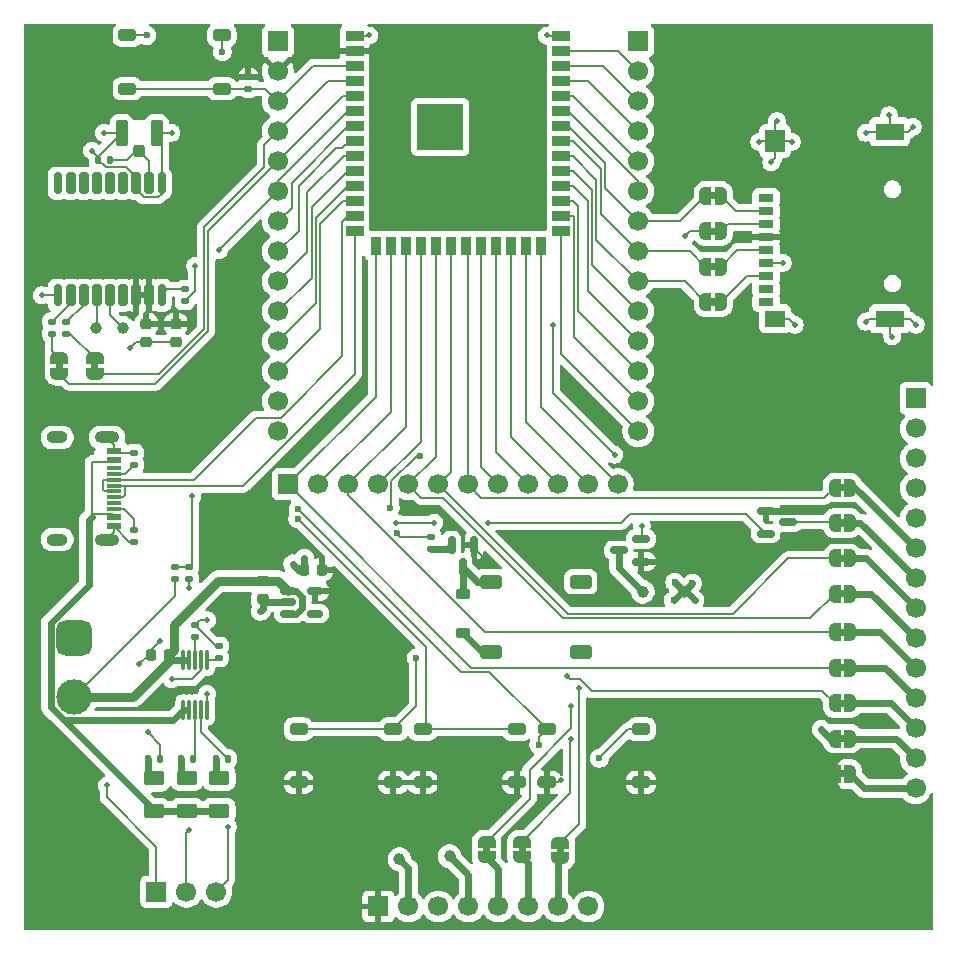
<source format=gtl>
%TF.GenerationSoftware,KiCad,Pcbnew,9.0.7*%
%TF.CreationDate,2026-02-25T10:13:12-05:00*%
%TF.ProjectId,remigochi-pcb,72656d69-676f-4636-9869-2d7063622e6b,rev?*%
%TF.SameCoordinates,Original*%
%TF.FileFunction,Copper,L1,Top*%
%TF.FilePolarity,Positive*%
%FSLAX46Y46*%
G04 Gerber Fmt 4.6, Leading zero omitted, Abs format (unit mm)*
G04 Created by KiCad (PCBNEW 9.0.7) date 2026-02-25 10:13:12*
%MOMM*%
%LPD*%
G01*
G04 APERTURE LIST*
G04 Aperture macros list*
%AMRoundRect*
0 Rectangle with rounded corners*
0 $1 Rounding radius*
0 $2 $3 $4 $5 $6 $7 $8 $9 X,Y pos of 4 corners*
0 Add a 4 corners polygon primitive as box body*
4,1,4,$2,$3,$4,$5,$6,$7,$8,$9,$2,$3,0*
0 Add four circle primitives for the rounded corners*
1,1,$1+$1,$2,$3*
1,1,$1+$1,$4,$5*
1,1,$1+$1,$6,$7*
1,1,$1+$1,$8,$9*
0 Add four rect primitives between the rounded corners*
20,1,$1+$1,$2,$3,$4,$5,0*
20,1,$1+$1,$4,$5,$6,$7,0*
20,1,$1+$1,$6,$7,$8,$9,0*
20,1,$1+$1,$8,$9,$2,$3,0*%
%AMFreePoly0*
4,1,23,0.500000,-0.750000,0.000000,-0.750000,0.000000,-0.745722,-0.065263,-0.745722,-0.191342,-0.711940,-0.304381,-0.646677,-0.396677,-0.554381,-0.461940,-0.441342,-0.495722,-0.315263,-0.495722,-0.250000,-0.500000,-0.250000,-0.500000,0.250000,-0.495722,0.250000,-0.495722,0.315263,-0.461940,0.441342,-0.396677,0.554381,-0.304381,0.646677,-0.191342,0.711940,-0.065263,0.745722,0.000000,0.745722,
0.000000,0.750000,0.500000,0.750000,0.500000,-0.750000,0.500000,-0.750000,$1*%
%AMFreePoly1*
4,1,23,0.000000,0.745722,0.065263,0.745722,0.191342,0.711940,0.304381,0.646677,0.396677,0.554381,0.461940,0.441342,0.495722,0.315263,0.495722,0.250000,0.500000,0.250000,0.500000,-0.250000,0.495722,-0.250000,0.495722,-0.315263,0.461940,-0.441342,0.396677,-0.554381,0.304381,-0.646677,0.191342,-0.711940,0.065263,-0.745722,0.000000,-0.745722,0.000000,-0.750000,-0.500000,-0.750000,
-0.500000,0.750000,0.000000,0.750000,0.000000,0.745722,0.000000,0.745722,$1*%
G04 Aperture macros list end*
%TA.AperFunction,EtchedComponent*%
%ADD10C,0.000000*%
%TD*%
%TA.AperFunction,SMDPad,CuDef*%
%ADD11FreePoly0,0.000000*%
%TD*%
%TA.AperFunction,SMDPad,CuDef*%
%ADD12FreePoly1,0.000000*%
%TD*%
%TA.AperFunction,SMDPad,CuDef*%
%ADD13RoundRect,0.135000X-0.135000X-0.185000X0.135000X-0.185000X0.135000X0.185000X-0.135000X0.185000X0*%
%TD*%
%TA.AperFunction,SMDPad,CuDef*%
%ADD14C,1.000000*%
%TD*%
%TA.AperFunction,SMDPad,CuDef*%
%ADD15R,1.240000X0.600000*%
%TD*%
%TA.AperFunction,SMDPad,CuDef*%
%ADD16R,1.240000X0.300000*%
%TD*%
%TA.AperFunction,HeatsinkPad*%
%ADD17O,2.100000X1.000000*%
%TD*%
%TA.AperFunction,HeatsinkPad*%
%ADD18O,1.800000X1.000000*%
%TD*%
%TA.AperFunction,ComponentPad*%
%ADD19R,1.700000X1.700000*%
%TD*%
%TA.AperFunction,ComponentPad*%
%ADD20C,1.700000*%
%TD*%
%TA.AperFunction,SMDPad,CuDef*%
%ADD21RoundRect,0.250000X-0.500000X-0.250000X0.500000X-0.250000X0.500000X0.250000X-0.500000X0.250000X0*%
%TD*%
%TA.AperFunction,SMDPad,CuDef*%
%ADD22RoundRect,0.147500X-0.147500X-0.172500X0.147500X-0.172500X0.147500X0.172500X-0.147500X0.172500X0*%
%TD*%
%TA.AperFunction,SMDPad,CuDef*%
%ADD23FreePoly0,180.000000*%
%TD*%
%TA.AperFunction,SMDPad,CuDef*%
%ADD24FreePoly1,180.000000*%
%TD*%
%TA.AperFunction,SMDPad,CuDef*%
%ADD25RoundRect,0.150000X-0.512500X-0.150000X0.512500X-0.150000X0.512500X0.150000X-0.512500X0.150000X0*%
%TD*%
%TA.AperFunction,SMDPad,CuDef*%
%ADD26RoundRect,0.135000X0.185000X-0.135000X0.185000X0.135000X-0.185000X0.135000X-0.185000X-0.135000X0*%
%TD*%
%TA.AperFunction,SMDPad,CuDef*%
%ADD27RoundRect,0.135000X-0.185000X0.135000X-0.185000X-0.135000X0.185000X-0.135000X0.185000X0.135000X0*%
%TD*%
%TA.AperFunction,SMDPad,CuDef*%
%ADD28RoundRect,0.225000X-0.250000X0.225000X-0.250000X-0.225000X0.250000X-0.225000X0.250000X0.225000X0*%
%TD*%
%TA.AperFunction,SMDPad,CuDef*%
%ADD29FreePoly0,270.000000*%
%TD*%
%TA.AperFunction,SMDPad,CuDef*%
%ADD30FreePoly1,270.000000*%
%TD*%
%TA.AperFunction,SMDPad,CuDef*%
%ADD31RoundRect,0.225000X0.250000X-0.225000X0.250000X0.225000X-0.250000X0.225000X-0.250000X-0.225000X0*%
%TD*%
%TA.AperFunction,SMDPad,CuDef*%
%ADD32RoundRect,0.225000X0.225000X0.250000X-0.225000X0.250000X-0.225000X-0.250000X0.225000X-0.250000X0*%
%TD*%
%TA.AperFunction,SMDPad,CuDef*%
%ADD33RoundRect,0.087500X0.087500X-0.725000X0.087500X0.725000X-0.087500X0.725000X-0.087500X-0.725000X0*%
%TD*%
%TA.AperFunction,SMDPad,CuDef*%
%ADD34RoundRect,0.225000X-0.225000X-0.250000X0.225000X-0.250000X0.225000X0.250000X-0.225000X0.250000X0*%
%TD*%
%TA.AperFunction,SMDPad,CuDef*%
%ADD35RoundRect,0.250000X0.250000X-0.275000X0.250000X0.275000X-0.250000X0.275000X-0.250000X-0.275000X0*%
%TD*%
%TA.AperFunction,SMDPad,CuDef*%
%ADD36RoundRect,0.250000X0.275000X-0.850000X0.275000X0.850000X-0.275000X0.850000X-0.275000X-0.850000X0*%
%TD*%
%TA.AperFunction,SMDPad,CuDef*%
%ADD37R,1.500000X0.900000*%
%TD*%
%TA.AperFunction,SMDPad,CuDef*%
%ADD38R,0.900000X1.500000*%
%TD*%
%TA.AperFunction,HeatsinkPad*%
%ADD39C,0.600000*%
%TD*%
%TA.AperFunction,HeatsinkPad*%
%ADD40R,3.900000X3.900000*%
%TD*%
%TA.AperFunction,SMDPad,CuDef*%
%ADD41RoundRect,0.250000X-0.625000X0.375000X-0.625000X-0.375000X0.625000X-0.375000X0.625000X0.375000X0*%
%TD*%
%TA.AperFunction,SMDPad,CuDef*%
%ADD42RoundRect,0.150000X-0.587500X-0.150000X0.587500X-0.150000X0.587500X0.150000X-0.587500X0.150000X0*%
%TD*%
%TA.AperFunction,SMDPad,CuDef*%
%ADD43RoundRect,0.135000X0.135000X0.185000X-0.135000X0.185000X-0.135000X-0.185000X0.135000X-0.185000X0*%
%TD*%
%TA.AperFunction,SMDPad,CuDef*%
%ADD44RoundRect,0.175000X0.175000X-0.725000X0.175000X0.725000X-0.175000X0.725000X-0.175000X-0.725000X0*%
%TD*%
%TA.AperFunction,SMDPad,CuDef*%
%ADD45RoundRect,0.200000X0.200000X-0.700000X0.200000X0.700000X-0.200000X0.700000X-0.200000X-0.700000X0*%
%TD*%
%TA.AperFunction,ComponentPad*%
%ADD46RoundRect,0.750000X-0.750000X0.750000X-0.750000X-0.750000X0.750000X-0.750000X0.750000X0.750000X0*%
%TD*%
%TA.AperFunction,ComponentPad*%
%ADD47C,3.000000*%
%TD*%
%TA.AperFunction,SMDPad,CuDef*%
%ADD48RoundRect,0.150000X-0.150000X0.587500X-0.150000X-0.587500X0.150000X-0.587500X0.150000X0.587500X0*%
%TD*%
%TA.AperFunction,SMDPad,CuDef*%
%ADD49RoundRect,0.225000X-0.375000X0.225000X-0.375000X-0.225000X0.375000X-0.225000X0.375000X0.225000X0*%
%TD*%
%TA.AperFunction,SMDPad,CuDef*%
%ADD50RoundRect,0.250000X0.500000X0.250000X-0.500000X0.250000X-0.500000X-0.250000X0.500000X-0.250000X0*%
%TD*%
%TA.AperFunction,SMDPad,CuDef*%
%ADD51R,1.300000X0.700000*%
%TD*%
%TA.AperFunction,SMDPad,CuDef*%
%ADD52R,1.651000X1.447800*%
%TD*%
%TA.AperFunction,SMDPad,CuDef*%
%ADD53R,2.438400X1.447800*%
%TD*%
%TA.AperFunction,SMDPad,CuDef*%
%ADD54R,1.651000X1.854200*%
%TD*%
%TA.AperFunction,SMDPad,CuDef*%
%ADD55RoundRect,0.150000X0.587500X0.150000X-0.587500X0.150000X-0.587500X-0.150000X0.587500X-0.150000X0*%
%TD*%
%TA.AperFunction,SMDPad,CuDef*%
%ADD56RoundRect,0.172500X-0.717500X-0.402500X0.717500X-0.402500X0.717500X0.402500X-0.717500X0.402500X0*%
%TD*%
%TA.AperFunction,ViaPad*%
%ADD57C,0.500000*%
%TD*%
%TA.AperFunction,ViaPad*%
%ADD58C,0.600000*%
%TD*%
%TA.AperFunction,Conductor*%
%ADD59C,0.600000*%
%TD*%
%TA.AperFunction,Conductor*%
%ADD60C,0.200000*%
%TD*%
%TA.AperFunction,Conductor*%
%ADD61C,0.800000*%
%TD*%
G04 APERTURE END LIST*
D10*
%TA.AperFunction,EtchedComponent*%
%TO.C,JP18*%
G36*
X181037500Y-123830000D02*
G01*
X180537500Y-123830000D01*
X180537500Y-123230000D01*
X181037500Y-123230000D01*
X181037500Y-123830000D01*
G37*
%TD.AperFunction*%
%TA.AperFunction,EtchedComponent*%
%TO.C,JP17*%
G36*
X181037500Y-120830000D02*
G01*
X180537500Y-120830000D01*
X180537500Y-120230000D01*
X181037500Y-120230000D01*
X181037500Y-120830000D01*
G37*
%TD.AperFunction*%
%TA.AperFunction,EtchedComponent*%
%TO.C,JP4*%
G36*
X170100000Y-83870000D02*
G01*
X169600000Y-83870000D01*
X169600000Y-83270000D01*
X170100000Y-83270000D01*
X170100000Y-83870000D01*
G37*
%TD.AperFunction*%
%TA.AperFunction,EtchedComponent*%
%TO.C,JP16*%
G36*
X181037500Y-117830000D02*
G01*
X180537500Y-117830000D01*
X180537500Y-117230000D01*
X181037500Y-117230000D01*
X181037500Y-117830000D01*
G37*
%TD.AperFunction*%
%TA.AperFunction,EtchedComponent*%
%TO.C,JP11*%
G36*
X157220000Y-133250000D02*
G01*
X156620000Y-133250000D01*
X156620000Y-132750000D01*
X157220000Y-132750000D01*
X157220000Y-133250000D01*
G37*
%TD.AperFunction*%
%TA.AperFunction,EtchedComponent*%
%TO.C,JP5*%
G36*
X170100000Y-86870000D02*
G01*
X169600000Y-86870000D01*
X169600000Y-86270000D01*
X170100000Y-86270000D01*
X170100000Y-86870000D01*
G37*
%TD.AperFunction*%
%TA.AperFunction,EtchedComponent*%
%TO.C,JP10*%
G36*
X153970000Y-133150000D02*
G01*
X153370000Y-133150000D01*
X153370000Y-132650000D01*
X153970000Y-132650000D01*
X153970000Y-133150000D01*
G37*
%TD.AperFunction*%
%TA.AperFunction,EtchedComponent*%
%TO.C,JP12*%
G36*
X181037500Y-105580000D02*
G01*
X180537500Y-105580000D01*
X180537500Y-104980000D01*
X181037500Y-104980000D01*
X181037500Y-105580000D01*
G37*
%TD.AperFunction*%
%TA.AperFunction,EtchedComponent*%
%TO.C,JP3*%
G36*
X170100000Y-80870000D02*
G01*
X169600000Y-80870000D01*
X169600000Y-80270000D01*
X170100000Y-80270000D01*
X170100000Y-80870000D01*
G37*
%TD.AperFunction*%
%TA.AperFunction,EtchedComponent*%
%TO.C,JP19*%
G36*
X181037500Y-126830000D02*
G01*
X180537500Y-126830000D01*
X180537500Y-126230000D01*
X181037500Y-126230000D01*
X181037500Y-126830000D01*
G37*
%TD.AperFunction*%
%TA.AperFunction,EtchedComponent*%
%TO.C,JP7*%
G36*
X181037500Y-102580000D02*
G01*
X180537500Y-102580000D01*
X180537500Y-101980000D01*
X181037500Y-101980000D01*
X181037500Y-102580000D01*
G37*
%TD.AperFunction*%
%TA.AperFunction,EtchedComponent*%
%TO.C,JP15*%
G36*
X181037500Y-114830000D02*
G01*
X180537500Y-114830000D01*
X180537500Y-114230000D01*
X181037500Y-114230000D01*
X181037500Y-114830000D01*
G37*
%TD.AperFunction*%
%TA.AperFunction,EtchedComponent*%
%TO.C,JP9*%
G36*
X150970000Y-133150000D02*
G01*
X150370000Y-133150000D01*
X150370000Y-132650000D01*
X150970000Y-132650000D01*
X150970000Y-133150000D01*
G37*
%TD.AperFunction*%
%TA.AperFunction,EtchedComponent*%
%TO.C,JP20*%
G36*
X114800000Y-92250000D02*
G01*
X114200000Y-92250000D01*
X114200000Y-91750000D01*
X114800000Y-91750000D01*
X114800000Y-92250000D01*
G37*
%TD.AperFunction*%
%TA.AperFunction,EtchedComponent*%
%TO.C,JP14*%
G36*
X181037500Y-111580000D02*
G01*
X180537500Y-111580000D01*
X180537500Y-110980000D01*
X181037500Y-110980000D01*
X181037500Y-111580000D01*
G37*
%TD.AperFunction*%
%TA.AperFunction,EtchedComponent*%
%TO.C,JP13*%
G36*
X181037500Y-108580000D02*
G01*
X180537500Y-108580000D01*
X180537500Y-107980000D01*
X181037500Y-107980000D01*
X181037500Y-108580000D01*
G37*
%TD.AperFunction*%
%TA.AperFunction,EtchedComponent*%
%TO.C,JP1*%
G36*
X170100000Y-77870000D02*
G01*
X169600000Y-77870000D01*
X169600000Y-77270000D01*
X170100000Y-77270000D01*
X170100000Y-77870000D01*
G37*
%TD.AperFunction*%
%TA.AperFunction,EtchedComponent*%
%TO.C,JP21*%
G36*
X117800000Y-92250000D02*
G01*
X117200000Y-92250000D01*
X117200000Y-91750000D01*
X117800000Y-91750000D01*
X117800000Y-92250000D01*
G37*
%TD.AperFunction*%
%TD*%
D11*
%TO.P,JP18,1,A*%
%TO.N,GND*%
X180137500Y-123530000D03*
D12*
%TO.P,JP18,2,B*%
%TO.N,Net-(J9-Pin_13)*%
X181437500Y-123530000D03*
%TD*%
D13*
%TO.P,R5,1*%
%TO.N,Net-(D1-K)*%
X122030000Y-125250000D03*
%TO.P,R5,2*%
%TO.N,/CHG_nPG*%
X123050000Y-125250000D03*
%TD*%
D14*
%TO.P,TP2,1,1*%
%TO.N,Net-(U4-TIMEPULSE)*%
X117600000Y-88750000D03*
%TD*%
D11*
%TO.P,JP17,1,A*%
%TO.N,/LCD_CS*%
X180137500Y-120530000D03*
D12*
%TO.P,JP17,2,B*%
%TO.N,Net-(J9-Pin_12)*%
X181437500Y-120530000D03*
%TD*%
D15*
%TO.P,J1,A1,GND*%
%TO.N,GND*%
X119120000Y-99160000D03*
%TO.P,J1,A4,VBUS*%
%TO.N,+5V*%
X119120000Y-99960000D03*
D16*
%TO.P,J1,A5,CC1*%
%TO.N,Net-(J1-CC1)*%
X119120000Y-101110000D03*
%TO.P,J1,A6,D+*%
%TO.N,/USB_DP*%
X119120000Y-102110000D03*
%TO.P,J1,A7,D-*%
%TO.N,/USB_DM*%
X119120000Y-102610000D03*
%TO.P,J1,A8,SBU1*%
%TO.N,unconnected-(J1-SBU1-PadA8)*%
X119120000Y-103610000D03*
D15*
%TO.P,J1,A9,VBUS*%
%TO.N,+5V*%
X119120000Y-104760000D03*
%TO.P,J1,A12,GND*%
%TO.N,GND*%
X119120000Y-105560000D03*
%TO.P,J1,B1,GND*%
X119120000Y-105560000D03*
%TO.P,J1,B4,VBUS*%
%TO.N,+5V*%
X119120000Y-104760000D03*
D16*
%TO.P,J1,B5,CC2*%
%TO.N,Net-(J1-CC2)*%
X119120000Y-104110000D03*
%TO.P,J1,B6,D+*%
%TO.N,/USB_DP*%
X119120000Y-103110000D03*
%TO.P,J1,B7,D-*%
%TO.N,/USB_DM*%
X119120000Y-101610000D03*
%TO.P,J1,B8,SBU2*%
%TO.N,unconnected-(J1-SBU2-PadB8)*%
X119120000Y-100610000D03*
D15*
%TO.P,J1,B9,VBUS*%
%TO.N,+5V*%
X119120000Y-99960000D03*
%TO.P,J1,B12,GND*%
%TO.N,GND*%
X119120000Y-99160000D03*
D17*
%TO.P,J1,S1,SHIELD*%
X118520000Y-98040000D03*
D18*
X114320000Y-98040000D03*
D17*
X118520000Y-106680000D03*
D18*
X114320000Y-106680000D03*
%TD*%
D19*
%TO.P,J7,1,Pin_1*%
%TO.N,GND*%
X163500000Y-64490000D03*
D20*
%TO.P,J7,2,Pin_2*%
%TO.N,/GPIO1*%
X163500000Y-67030000D03*
%TO.P,J7,3,Pin_3*%
%TO.N,/GPIO2*%
X163500000Y-69570000D03*
%TO.P,J7,4,Pin_4*%
%TO.N,/TXD0*%
X163500000Y-72110000D03*
%TO.P,J7,5,Pin_5*%
%TO.N,/RXD0*%
X163500000Y-74650000D03*
%TO.P,J7,6,Pin_6*%
%TO.N,/RFID_CS*%
X163500000Y-77190000D03*
%TO.P,J7,7,Pin_7*%
%TO.N,/uSD_CS*%
X163500000Y-79730000D03*
%TO.P,J7,8,Pin_8*%
%TO.N,/SPI3_SCLK*%
X163500000Y-82270000D03*
%TO.P,J7,9,Pin_9*%
%TO.N,/SPI3_CIPO*%
X163500000Y-84810000D03*
%TO.P,J7,10,Pin_10*%
%TO.N,/SPI3_COPI*%
X163500000Y-87350000D03*
%TO.P,J7,11,Pin_11*%
%TO.N,/GPIO37*%
X163500000Y-89890000D03*
%TO.P,J7,12,Pin_12*%
%TO.N,/GPIO36*%
X163500000Y-92430000D03*
%TO.P,J7,13,Pin_13*%
%TO.N,/GPIO35*%
X163500000Y-94970000D03*
%TO.P,J7,14,Pin_14*%
%TO.N,/GPIO0*%
X163500000Y-97510000D03*
%TD*%
D21*
%TO.P,SW4,1,1*%
%TO.N,/BUTTON_3*%
X155750000Y-122750000D03*
X163750000Y-122750000D03*
%TO.P,SW4,2,2*%
%TO.N,+3V3*%
X155750000Y-127250000D03*
X163750000Y-127250000D03*
%TD*%
D22*
%TO.P,D4,1,A1*%
%TO.N,GND*%
X117790000Y-74525000D03*
%TO.P,D4,2,A2*%
%TO.N,Net-(D4-A2)*%
X118760000Y-74525000D03*
%TD*%
D23*
%TO.P,JP4,1,A*%
%TO.N,Net-(J4-CLK)*%
X170500000Y-83570000D03*
D24*
%TO.P,JP4,2,B*%
%TO.N,/SPI3_SCLK*%
X169200000Y-83570000D03*
%TD*%
D11*
%TO.P,JP16,1,A*%
%TO.N,/LCD_RESET*%
X180137500Y-117530000D03*
D12*
%TO.P,JP16,2,B*%
%TO.N,Net-(J9-Pin_11)*%
X181437500Y-117530000D03*
%TD*%
D19*
%TO.P,J2,1,Pin_1*%
%TO.N,/CHG_nPG*%
X122710000Y-136500000D03*
D20*
%TO.P,J2,2,Pin_2*%
%TO.N,/CHG_STA1*%
X125250000Y-136500000D03*
%TO.P,J2,3,Pin_3*%
%TO.N,/CHG_STA2*%
X127790000Y-136500000D03*
%TD*%
D14*
%TO.P,TP4,1,1*%
%TO.N,GND*%
X167400000Y-111100000D03*
%TD*%
D25*
%TO.P,U5,1,VIN*%
%TO.N,+BATT*%
X133862500Y-111050000D03*
%TO.P,U5,2,GND*%
%TO.N,GND*%
X133862500Y-112000000D03*
%TO.P,U5,3,EN*%
%TO.N,+BATT*%
X133862500Y-112950000D03*
%TO.P,U5,4,NC*%
%TO.N,unconnected-(U5-NC-Pad4)*%
X136137500Y-112950000D03*
%TO.P,U5,5,VOUT*%
%TO.N,+3V3*%
X136137500Y-111050000D03*
%TD*%
D26*
%TO.P,R4,1*%
%TO.N,Net-(U1-PROG)*%
X128000000Y-116710000D03*
%TO.P,R4,2*%
%TO.N,GND*%
X128000000Y-115690000D03*
%TD*%
D27*
%TO.P,R9,1*%
%TO.N,/BATT_MON*%
X125500000Y-109000000D03*
%TO.P,R9,2*%
%TO.N,GND*%
X125500000Y-110020000D03*
%TD*%
D28*
%TO.P,C6,1*%
%TO.N,+3V3*%
X124360000Y-88450000D03*
%TO.P,C6,2*%
%TO.N,GND*%
X124360000Y-90000000D03*
%TD*%
D29*
%TO.P,JP11,1,A*%
%TO.N,/SPI3_SCLK*%
X156920000Y-132350000D03*
D30*
%TO.P,JP11,2,B*%
%TO.N,Net-(J6-Pin_7)*%
X156920000Y-133650000D03*
%TD*%
D26*
%TO.P,R3,1*%
%TO.N,Net-(U1-THERM)*%
X126000000Y-114960000D03*
%TO.P,R3,2*%
%TO.N,GND*%
X126000000Y-113940000D03*
%TD*%
D28*
%TO.P,C7,1*%
%TO.N,+3V3*%
X121850000Y-88450000D03*
%TO.P,C7,2*%
%TO.N,GND*%
X121850000Y-90000000D03*
%TD*%
D27*
%TO.P,R2,1*%
%TO.N,Net-(J1-CC2)*%
X120820000Y-105850000D03*
%TO.P,R2,2*%
%TO.N,GND*%
X120820000Y-106870000D03*
%TD*%
D31*
%TO.P,C2,1*%
%TO.N,GND*%
X131705000Y-111750000D03*
%TO.P,C2,2*%
%TO.N,+BATT*%
X131705000Y-110200000D03*
%TD*%
D23*
%TO.P,JP5,1,A*%
%TO.N,Net-(J4-DAT0)*%
X170500000Y-86570000D03*
D24*
%TO.P,JP5,2,B*%
%TO.N,/SPI3_CIPO*%
X169200000Y-86570000D03*
%TD*%
D13*
%TO.P,R6,1*%
%TO.N,Net-(D2-K)*%
X127740000Y-125250000D03*
%TO.P,R6,2*%
%TO.N,/CHG_STA2*%
X128760000Y-125250000D03*
%TD*%
D29*
%TO.P,JP10,1,A*%
%TO.N,/SPI3_COPI*%
X153670000Y-132250000D03*
D30*
%TO.P,JP10,2,B*%
%TO.N,Net-(J6-Pin_6)*%
X153670000Y-133550000D03*
%TD*%
D11*
%TO.P,JP12,1,A*%
%TO.N,/LCD_LED*%
X180137500Y-105280000D03*
D12*
%TO.P,JP12,2,B*%
%TO.N,Net-(J9-Pin_7)*%
X181437500Y-105280000D03*
%TD*%
D32*
%TO.P,C1,1*%
%TO.N,+BATT*%
X123775000Y-116450000D03*
%TO.P,C1,2*%
%TO.N,GND*%
X122225000Y-116450000D03*
%TD*%
D33*
%TO.P,U1,1,V_{DD}*%
%TO.N,+5V*%
X125000000Y-121112500D03*
%TO.P,U1,2,V_{DD}*%
X125500000Y-121112500D03*
%TO.P,U1,3,STAT1*%
%TO.N,/CHG_STA1*%
X126000000Y-121112500D03*
%TO.P,U1,4,STAT2*%
%TO.N,/CHG_STA2*%
X126500000Y-121112500D03*
%TO.P,U1,5,V_{SS}*%
%TO.N,GND*%
X127000000Y-121112500D03*
%TO.P,U1,6,PROG*%
%TO.N,Net-(U1-PROG)*%
X127000000Y-116887500D03*
%TO.P,U1,7,~{PG}*%
%TO.N,/CHG_nPG*%
X126500000Y-116887500D03*
%TO.P,U1,8,THERM*%
%TO.N,Net-(U1-THERM)*%
X126000000Y-116887500D03*
%TO.P,U1,9,V_{BAT}*%
%TO.N,+BATT*%
X125500000Y-116887500D03*
%TO.P,U1,10,V_{BAT}*%
X125000000Y-116887500D03*
%TD*%
D26*
%TO.P,R12,1*%
%TO.N,Net-(JP20-A)*%
X113850000Y-89250000D03*
%TO.P,R12,2*%
%TO.N,Net-(U4-TXD)*%
X113850000Y-88230000D03*
%TD*%
D23*
%TO.P,JP3,1,A*%
%TO.N,Net-(J4-CMD)*%
X170500000Y-80570000D03*
D24*
%TO.P,JP3,2,B*%
%TO.N,/SPI3_COPI*%
X169200000Y-80570000D03*
%TD*%
D19*
%TO.P,J9,1,Pin_1*%
%TO.N,unconnected-(J9-Pin_1-Pad1)*%
X187000000Y-94720000D03*
D20*
%TO.P,J9,2,Pin_2*%
%TO.N,unconnected-(J9-Pin_2-Pad2)*%
X187000000Y-97260000D03*
%TO.P,J9,3,Pin_3*%
%TO.N,unconnected-(J9-Pin_3-Pad3)*%
X187000000Y-99800000D03*
%TO.P,J9,4,Pin_4*%
%TO.N,unconnected-(J9-Pin_4-Pad4)*%
X187000000Y-102340000D03*
%TO.P,J9,5,Pin_5*%
%TO.N,unconnected-(J9-Pin_5-Pad5)*%
X187000000Y-104880000D03*
%TO.P,J9,6,Pin_6*%
%TO.N,Net-(J9-Pin_6)*%
X187000000Y-107420000D03*
%TO.P,J9,7,Pin_7*%
%TO.N,Net-(J9-Pin_7)*%
X187000000Y-109960000D03*
%TO.P,J9,8,Pin_8*%
%TO.N,Net-(J9-Pin_8)*%
X187000000Y-112500000D03*
%TO.P,J9,9,Pin_9*%
%TO.N,Net-(J9-Pin_9)*%
X187000000Y-115040000D03*
%TO.P,J9,10,Pin_10*%
%TO.N,Net-(J9-Pin_10)*%
X187000000Y-117580000D03*
%TO.P,J9,11,Pin_11*%
%TO.N,Net-(J9-Pin_11)*%
X187000000Y-120120000D03*
%TO.P,J9,12,Pin_12*%
%TO.N,Net-(J9-Pin_12)*%
X187000000Y-122660000D03*
%TO.P,J9,13,Pin_13*%
%TO.N,Net-(J9-Pin_13)*%
X187000000Y-125200000D03*
%TO.P,J9,14,Pin_14*%
%TO.N,Net-(J9-Pin_14)*%
X187000000Y-127740000D03*
%TD*%
D27*
%TO.P,R15,1*%
%TO.N,/BUZZER*%
X146000000Y-106490000D03*
%TO.P,R15,2*%
%TO.N,Net-(Q2-G)*%
X146000000Y-107510000D03*
%TD*%
D26*
%TO.P,R11,1*%
%TO.N,Net-(JP21-A)*%
X115100000Y-89260000D03*
%TO.P,R11,2*%
%TO.N,Net-(U4-RXD)*%
X115100000Y-88240000D03*
%TD*%
D19*
%TO.P,J8,1,Pin_1*%
%TO.N,GND*%
X133000000Y-64500000D03*
D20*
%TO.P,J8,2,Pin_2*%
%TO.N,+3V3*%
X133000000Y-67040000D03*
%TO.P,J8,3,Pin_3*%
%TO.N,/ENABLE*%
X133000000Y-69580000D03*
%TO.P,J8,4,Pin_4*%
%TO.N,/GPS_RX*%
X133000000Y-72120000D03*
%TO.P,J8,5,Pin_5*%
%TO.N,/GPS_TX*%
X133000000Y-74660000D03*
%TO.P,J8,6,Pin_6*%
%TO.N,/GPS_nRESET*%
X133000000Y-77200000D03*
%TO.P,J8,7,Pin_7*%
%TO.N,/BATT_MON*%
X133000000Y-79740000D03*
%TO.P,J8,8,Pin_8*%
%TO.N,/BUTTON_2*%
X133000000Y-82280000D03*
%TO.P,J8,9,Pin_9*%
%TO.N,/BUTTON_3*%
X133000000Y-84820000D03*
%TO.P,J8,10,Pin_10*%
%TO.N,/MOTOR*%
X133000000Y-87360000D03*
%TO.P,J8,11,Pin_11*%
%TO.N,/BUZZER*%
X133000000Y-89900000D03*
%TO.P,J8,12,Pin_12*%
%TO.N,/GPIO8*%
X133000000Y-92440000D03*
%TO.P,J8,13,Pin_13*%
%TO.N,unconnected-(J8-Pin_13-Pad13)*%
X133000000Y-94980000D03*
%TO.P,J8,14,Pin_14*%
%TO.N,unconnected-(J8-Pin_14-Pad14)*%
X133000000Y-97520000D03*
%TD*%
D21*
%TO.P,SW2,1,1*%
%TO.N,/BUTTON_1*%
X134750000Y-122750000D03*
X142750000Y-122750000D03*
%TO.P,SW2,2,2*%
%TO.N,+3V3*%
X134750000Y-127250000D03*
X142750000Y-127250000D03*
%TD*%
D11*
%TO.P,JP19,1,A*%
%TO.N,+3V3*%
X180137500Y-126530000D03*
D12*
%TO.P,JP19,2,B*%
%TO.N,Net-(J9-Pin_14)*%
X181437500Y-126530000D03*
%TD*%
D11*
%TO.P,JP7,1,A*%
%TO.N,/FSPI_CIPO*%
X180137500Y-102280000D03*
D12*
%TO.P,JP7,2,B*%
%TO.N,Net-(J9-Pin_6)*%
X181437500Y-102280000D03*
%TD*%
D21*
%TO.P,SW3,1,1*%
%TO.N,/BUTTON_2*%
X145250000Y-122750000D03*
X153250000Y-122750000D03*
%TO.P,SW3,2,2*%
%TO.N,+3V3*%
X145250000Y-127250000D03*
X153250000Y-127250000D03*
%TD*%
D34*
%TO.P,C8,1*%
%TO.N,GND*%
X135180000Y-109225000D03*
%TO.P,C8,2*%
%TO.N,+3V3*%
X136730000Y-109225000D03*
%TD*%
D35*
%TO.P,J5,1,In*%
%TO.N,Net-(D4-A2)*%
X121250000Y-73800000D03*
D36*
%TO.P,J5,2,Ext*%
%TO.N,GND*%
X119775000Y-72275000D03*
X122725000Y-72275000D03*
%TD*%
D26*
%TO.P,R1,1*%
%TO.N,Net-(J1-CC1)*%
X120820000Y-100370000D03*
%TO.P,R1,2*%
%TO.N,GND*%
X120820000Y-99350000D03*
%TD*%
D19*
%TO.P,J10,1,Pin_1*%
%TO.N,/LCD_RESET*%
X133840000Y-102000000D03*
D20*
%TO.P,J10,2,Pin_2*%
%TO.N,/LCD_PWM*%
X136380000Y-102000000D03*
%TO.P,J10,3,Pin_3*%
%TO.N,/LCD_DC*%
X138920000Y-102000000D03*
%TO.P,J10,4,Pin_4*%
%TO.N,/LCD_CS*%
X141460000Y-102000000D03*
%TO.P,J10,5,Pin_5*%
%TO.N,/FSPI_COPI*%
X144000000Y-102000000D03*
%TO.P,J10,6,Pin_6*%
%TO.N,/FSPI_SCLK*%
X146540000Y-102000000D03*
%TO.P,J10,7,Pin_7*%
%TO.N,/FSPI_CIPO*%
X149080000Y-102000000D03*
%TO.P,J10,8,Pin_8*%
%TO.N,/BUTTON_1*%
X151620000Y-102000000D03*
%TO.P,J10,9,Pin_9*%
%TO.N,/GPIO21*%
X154160000Y-102000000D03*
%TO.P,J10,10,Pin_10*%
%TO.N,/GPIO47*%
X156700000Y-102000000D03*
%TO.P,J10,11,Pin_11*%
%TO.N,/GPIO48*%
X159240000Y-102000000D03*
%TO.P,J10,12,Pin_12*%
%TO.N,/GPIO45*%
X161780000Y-102000000D03*
%TD*%
D37*
%TO.P,U3,1,GND*%
%TO.N,GND*%
X139500000Y-64030000D03*
%TO.P,U3,2,3V3*%
%TO.N,+3V3*%
X139500000Y-65300000D03*
%TO.P,U3,3,EN*%
%TO.N,/ENABLE*%
X139500000Y-66570000D03*
%TO.P,U3,4,IO4*%
%TO.N,/GPS_RX*%
X139500000Y-67840000D03*
%TO.P,U3,5,IO5*%
%TO.N,/GPS_TX*%
X139500000Y-69110000D03*
%TO.P,U3,6,IO6*%
%TO.N,/GPS_nRESET*%
X139500000Y-70380000D03*
%TO.P,U3,7,IO7*%
%TO.N,/BATT_MON*%
X139500000Y-71650000D03*
%TO.P,U3,8,IO15*%
%TO.N,/BUTTON_2*%
X139500000Y-72920000D03*
%TO.P,U3,9,IO16*%
%TO.N,/BUTTON_3*%
X139500000Y-74190000D03*
%TO.P,U3,10,IO17*%
%TO.N,/MOTOR*%
X139500000Y-75460000D03*
%TO.P,U3,11,IO18*%
%TO.N,/BUZZER*%
X139500000Y-76730000D03*
%TO.P,U3,12,IO8*%
%TO.N,/GPIO8*%
X139500000Y-78000000D03*
%TO.P,U3,13,USB_D-*%
%TO.N,/USB_DM*%
X139500000Y-79270000D03*
%TO.P,U3,14,USB_D+*%
%TO.N,/USB_DP*%
X139500000Y-80540000D03*
D38*
%TO.P,U3,15,IO3*%
%TO.N,/LCD_RESET*%
X141265000Y-81790000D03*
%TO.P,U3,16,IO46*%
%TO.N,/LCD_PWM*%
X142535000Y-81790000D03*
%TO.P,U3,17,IO9*%
%TO.N,/LCD_DC*%
X143805000Y-81790000D03*
%TO.P,U3,18,IO10*%
%TO.N,/LCD_CS*%
X145075000Y-81790000D03*
%TO.P,U3,19,IO11*%
%TO.N,/FSPI_COPI*%
X146345000Y-81790000D03*
%TO.P,U3,20,IO12*%
%TO.N,/FSPI_SCLK*%
X147615000Y-81790000D03*
%TO.P,U3,21,IO13*%
%TO.N,/FSPI_CIPO*%
X148885000Y-81790000D03*
%TO.P,U3,22,IO14*%
%TO.N,/BUTTON_1*%
X150155000Y-81790000D03*
%TO.P,U3,23,IO21*%
%TO.N,/GPIO21*%
X151425000Y-81790000D03*
%TO.P,U3,24,IO47*%
%TO.N,/GPIO47*%
X152695000Y-81790000D03*
%TO.P,U3,25,IO48*%
%TO.N,/GPIO48*%
X153965000Y-81790000D03*
%TO.P,U3,26,IO45*%
%TO.N,/GPIO45*%
X155235000Y-81790000D03*
D37*
%TO.P,U3,27,IO0*%
%TO.N,/GPIO0*%
X157000000Y-80540000D03*
%TO.P,U3,28,IO35*%
%TO.N,/GPIO35*%
X157000000Y-79270000D03*
%TO.P,U3,29,IO36*%
%TO.N,/GPIO36*%
X157000000Y-78000000D03*
%TO.P,U3,30,IO37*%
%TO.N,/GPIO37*%
X157000000Y-76730000D03*
%TO.P,U3,31,IO38*%
%TO.N,/SPI3_COPI*%
X157000000Y-75460000D03*
%TO.P,U3,32,IO39*%
%TO.N,/SPI3_CIPO*%
X157000000Y-74190000D03*
%TO.P,U3,33,IO40*%
%TO.N,/SPI3_SCLK*%
X157000000Y-72920000D03*
%TO.P,U3,34,IO41*%
%TO.N,/uSD_CS*%
X157000000Y-71650000D03*
%TO.P,U3,35,IO42*%
%TO.N,/RFID_CS*%
X157000000Y-70380000D03*
%TO.P,U3,36,RXD0*%
%TO.N,/RXD0*%
X157000000Y-69110000D03*
%TO.P,U3,37,TXD0*%
%TO.N,/TXD0*%
X157000000Y-67840000D03*
%TO.P,U3,38,IO2*%
%TO.N,/GPIO2*%
X157000000Y-66570000D03*
%TO.P,U3,39,IO1*%
%TO.N,/GPIO1*%
X157000000Y-65300000D03*
%TO.P,U3,40,GND*%
%TO.N,GND*%
X157000000Y-64030000D03*
D39*
%TO.P,U3,41,GND*%
X145350000Y-71050000D03*
X145350000Y-72450000D03*
X146050000Y-70350000D03*
X146050000Y-71750000D03*
X146050000Y-73150000D03*
X146750000Y-71050000D03*
D40*
X146750000Y-71750000D03*
D39*
X146750000Y-72450000D03*
X147450000Y-70350000D03*
X147450000Y-71750000D03*
X147450000Y-73150000D03*
X148150000Y-71050000D03*
X148150000Y-72450000D03*
%TD*%
D14*
%TO.P,TP1,1,1*%
%TO.N,Net-(U4-EXTINT)*%
X119850000Y-88750000D03*
%TD*%
D27*
%TO.P,R10,1*%
%TO.N,+3V3*%
X130500000Y-67500000D03*
%TO.P,R10,2*%
%TO.N,/ENABLE*%
X130500000Y-68520000D03*
%TD*%
D11*
%TO.P,JP15,1,A*%
%TO.N,/LCD_DC*%
X180137500Y-114530000D03*
D12*
%TO.P,JP15,2,B*%
%TO.N,Net-(J9-Pin_10)*%
X181437500Y-114530000D03*
%TD*%
D26*
%TO.P,R8,1*%
%TO.N,+BATT*%
X124250000Y-110020000D03*
%TO.P,R8,2*%
%TO.N,/BATT_MON*%
X124250000Y-109000000D03*
%TD*%
D41*
%TO.P,D1,1,K*%
%TO.N,Net-(D1-K)*%
X122510000Y-126900000D03*
%TO.P,D1,2,A*%
%TO.N,+5V*%
X122510000Y-129700000D03*
%TD*%
D29*
%TO.P,JP9,1,A*%
%TO.N,/SPI3_CIPO*%
X150670000Y-132250000D03*
D30*
%TO.P,JP9,2,B*%
%TO.N,Net-(J6-Pin_5)*%
X150670000Y-133550000D03*
%TD*%
D14*
%TO.P,TP6,1,1*%
%TO.N,/RFID_IRQ*%
X147540000Y-133500000D03*
%TD*%
D42*
%TO.P,Q3,1,D*%
%TO.N,+3V3*%
X174287500Y-104280000D03*
%TO.P,Q3,2,G*%
%TO.N,/LCD_PWM*%
X174287500Y-106180000D03*
%TO.P,Q3,3,S*%
%TO.N,/LCD_LED*%
X176162500Y-105230000D03*
%TD*%
D29*
%TO.P,JP20,1,A*%
%TO.N,Net-(JP20-A)*%
X114500000Y-91350000D03*
D30*
%TO.P,JP20,2,B*%
%TO.N,/GPS_TX*%
X114500000Y-92650000D03*
%TD*%
D14*
%TO.P,TP3,1,1*%
%TO.N,/M+*%
X163900000Y-111100000D03*
%TD*%
D43*
%TO.P,R7,1*%
%TO.N,/CHG_STA1*%
X125800000Y-125250000D03*
%TO.P,R7,2*%
%TO.N,Net-(D3-K)*%
X124780000Y-125250000D03*
%TD*%
D11*
%TO.P,JP14,1,A*%
%TO.N,/FSPI_COPI*%
X180137500Y-111280000D03*
D12*
%TO.P,JP14,2,B*%
%TO.N,Net-(J9-Pin_9)*%
X181437500Y-111280000D03*
%TD*%
D41*
%TO.P,D3,1,K*%
%TO.N,Net-(D3-K)*%
X125290000Y-126850000D03*
%TO.P,D3,2,A*%
%TO.N,+5V*%
X125290000Y-129650000D03*
%TD*%
D44*
%TO.P,U4,1,GND*%
%TO.N,GND*%
X114350000Y-86000000D03*
D45*
%TO.P,U4,2,TXD*%
%TO.N,Net-(U4-TXD)*%
X115450000Y-86000000D03*
%TO.P,U4,3,RXD*%
%TO.N,Net-(U4-RXD)*%
X116550000Y-86000000D03*
%TO.P,U4,4,TIMEPULSE*%
%TO.N,Net-(U4-TIMEPULSE)*%
X117650000Y-86000000D03*
%TO.P,U4,5,EXTINT*%
%TO.N,Net-(U4-EXTINT)*%
X118750000Y-86000000D03*
%TO.P,U4,6,V_BCKP*%
%TO.N,unconnected-(U4-V_BCKP-Pad6)*%
X119850000Y-86000000D03*
%TO.P,U4,7,VCC_IO*%
%TO.N,+3V3*%
X120950000Y-86000000D03*
%TO.P,U4,8,VCC*%
X122050000Y-86000000D03*
D44*
%TO.P,U4,9,~{RESET}*%
%TO.N,Net-(U4-~{RESET})*%
X123150000Y-86000000D03*
%TO.P,U4,10,GND*%
%TO.N,GND*%
X123150000Y-76500000D03*
D45*
%TO.P,U4,11,RF_IN*%
%TO.N,Net-(D4-A2)*%
X122050000Y-76500000D03*
%TO.P,U4,12,GND*%
%TO.N,GND*%
X120950000Y-76500000D03*
%TO.P,U4,13,LNA_EN*%
%TO.N,unconnected-(U4-LNA_EN-Pad13)*%
X119850000Y-76500000D03*
%TO.P,U4,14,VCC_RF*%
%TO.N,unconnected-(U4-VCC_RF-Pad14)*%
X118750000Y-76500000D03*
%TO.P,U4,15,VIO_SEL*%
%TO.N,unconnected-(U4-VIO_SEL-Pad15)*%
X117650000Y-76500000D03*
%TO.P,U4,16,SDA*%
%TO.N,unconnected-(U4-SDA-Pad16)*%
X116550000Y-76500000D03*
%TO.P,U4,17,SCL*%
%TO.N,unconnected-(U4-SCL-Pad17)*%
X115450000Y-76500000D03*
D44*
%TO.P,U4,18,~{SAFEBOOT}*%
%TO.N,unconnected-(U4-~{SAFEBOOT}-Pad18)*%
X114350000Y-76500000D03*
%TD*%
D46*
%TO.P,J3,1,Pin_1*%
%TO.N,GND*%
X115750000Y-115000000D03*
D47*
%TO.P,J3,2,Pin_2*%
%TO.N,+BATT*%
X115750000Y-120000000D03*
%TD*%
D11*
%TO.P,JP13,1,A*%
%TO.N,/FSPI_SCLK*%
X180137500Y-108280000D03*
D12*
%TO.P,JP13,2,B*%
%TO.N,Net-(J9-Pin_8)*%
X181437500Y-108280000D03*
%TD*%
D26*
%TO.P,R13,1*%
%TO.N,/GPS_nRESET*%
X125100000Y-86520000D03*
%TO.P,R13,2*%
%TO.N,Net-(U4-~{RESET})*%
X125100000Y-85500000D03*
%TD*%
D41*
%TO.P,D2,1,K*%
%TO.N,Net-(D2-K)*%
X128040000Y-126850000D03*
%TO.P,D2,2,A*%
%TO.N,+5V*%
X128040000Y-129650000D03*
%TD*%
D14*
%TO.P,TP5,1,1*%
%TO.N,/RFID_RST*%
X143290000Y-133750000D03*
%TD*%
D48*
%TO.P,Q2,1,D*%
%TO.N,+3V3*%
X149600000Y-107167500D03*
%TO.P,Q2,2,G*%
%TO.N,Net-(Q2-G)*%
X147700000Y-107167500D03*
%TO.P,Q2,3,S*%
%TO.N,Net-(BZ1-+)*%
X148650000Y-109042500D03*
%TD*%
D49*
%TO.P,D5,1,K*%
%TO.N,Net-(BZ1-+)*%
X148700000Y-111317500D03*
%TO.P,D5,2,A*%
%TO.N,GND*%
X148700000Y-114617500D03*
%TD*%
D50*
%TO.P,SW1,1,1*%
%TO.N,/ENABLE*%
X128250000Y-68500000D03*
X120250000Y-68500000D03*
%TO.P,SW1,2,2*%
%TO.N,GND*%
X128250000Y-64000000D03*
X120250000Y-64000000D03*
%TD*%
D23*
%TO.P,JP1,1,A*%
%TO.N,Net-(J4-DAT3{slash}CD)*%
X170500000Y-77570000D03*
D24*
%TO.P,JP1,2,B*%
%TO.N,/uSD_CS*%
X169200000Y-77570000D03*
%TD*%
D51*
%TO.P,J4,1,DAT2*%
%TO.N,unconnected-(J4-DAT2-Pad1)*%
X174326200Y-77770200D03*
%TO.P,J4,2,DAT3/CD*%
%TO.N,Net-(J4-DAT3{slash}CD)*%
X174326200Y-78870200D03*
%TO.P,J4,3,CMD*%
%TO.N,Net-(J4-CMD)*%
X174326200Y-79970200D03*
%TO.P,J4,4,VDD*%
%TO.N,+3V3*%
X174326200Y-81070200D03*
%TO.P,J4,5,CLK*%
%TO.N,Net-(J4-CLK)*%
X174326200Y-82170200D03*
%TO.P,J4,6,VSS*%
%TO.N,GND*%
X174326200Y-83270200D03*
%TO.P,J4,7,DAT0*%
%TO.N,Net-(J4-DAT0)*%
X174326200Y-84370200D03*
%TO.P,J4,8,DAT1*%
%TO.N,unconnected-(J4-DAT1-Pad8)*%
X174326200Y-85470200D03*
D52*
%TO.P,J4,9,SHIELD*%
%TO.N,GND*%
X175100000Y-87988600D03*
D53*
X184800000Y-87988600D03*
D54*
X175100000Y-72938800D03*
D53*
X184800000Y-72163800D03*
D51*
%TO.P,J4,CD1,CD*%
%TO.N,unconnected-(J4-CD-PadCD1)*%
X174326200Y-86570200D03*
%TD*%
D55*
%TO.P,Q1,1,D*%
%TO.N,+3V3*%
X163737500Y-108550000D03*
%TO.P,Q1,2,G*%
%TO.N,/MOTOR*%
X163737500Y-106650000D03*
%TO.P,Q1,3,S*%
%TO.N,/M+*%
X161862500Y-107600000D03*
%TD*%
D56*
%TO.P,BZ1,*%
%TO.N,*%
X158640000Y-110242500D03*
X158640000Y-116202500D03*
%TO.P,BZ1,1,+*%
%TO.N,Net-(BZ1-+)*%
X151050000Y-110242500D03*
%TO.P,BZ1,2,-*%
%TO.N,GND*%
X151050000Y-116202500D03*
%TD*%
D19*
%TO.P,J6,1,Pin_1*%
%TO.N,+3V3*%
X141510000Y-137750000D03*
D20*
%TO.P,J6,2,Pin_2*%
%TO.N,/RFID_RST*%
X144050000Y-137750000D03*
%TO.P,J6,3,Pin_3*%
%TO.N,GND*%
X146590000Y-137750000D03*
%TO.P,J6,4,Pin_4*%
%TO.N,/RFID_IRQ*%
X149130000Y-137750000D03*
%TO.P,J6,5,Pin_5*%
%TO.N,Net-(J6-Pin_5)*%
X151670000Y-137750000D03*
%TO.P,J6,6,Pin_6*%
%TO.N,Net-(J6-Pin_6)*%
X154210000Y-137750000D03*
%TO.P,J6,7,Pin_7*%
%TO.N,Net-(J6-Pin_7)*%
X156750000Y-137750000D03*
%TO.P,J6,8,Pin_8*%
%TO.N,unconnected-(J6-Pin_8-Pad8)*%
X159290000Y-137750000D03*
%TD*%
D29*
%TO.P,JP21,1,A*%
%TO.N,Net-(JP21-A)*%
X117500000Y-91350000D03*
D30*
%TO.P,JP21,2,B*%
%TO.N,/GPS_RX*%
X117500000Y-92650000D03*
%TD*%
D57*
%TO.N,+3V3*%
X171300000Y-111000000D03*
X171300000Y-123100000D03*
%TO.N,GND*%
X120500000Y-90500000D03*
X131500000Y-112750000D03*
X175250000Y-71250000D03*
X148700000Y-114617500D03*
X176750000Y-88500000D03*
D58*
X128300000Y-65400000D03*
D57*
X179000000Y-122750000D03*
X182750000Y-88250000D03*
X182750000Y-72250000D03*
X187000000Y-88500000D03*
X140750000Y-64000000D03*
X135250000Y-108250000D03*
X123000000Y-115250000D03*
X113000000Y-86000000D03*
D58*
X168100000Y-110400000D03*
X168300000Y-111800000D03*
D57*
X127000000Y-119750000D03*
X174750000Y-74750000D03*
X175750000Y-83250000D03*
X184750000Y-70750000D03*
D58*
X166600000Y-110300000D03*
D57*
X127000000Y-113500000D03*
X173750000Y-73000000D03*
X124000000Y-72250000D03*
X155750000Y-64000000D03*
X125500000Y-110750000D03*
X121250000Y-117250000D03*
X186750000Y-71750000D03*
X176500000Y-73000000D03*
D58*
X121900000Y-64000000D03*
X166500000Y-111800000D03*
D57*
X185000000Y-89500000D03*
X134250000Y-108750000D03*
X117250000Y-73750000D03*
X118250000Y-72250000D03*
D58*
%TO.N,+3V3*%
X177400000Y-106400000D03*
X177100000Y-104200000D03*
D57*
X157000000Y-127000000D03*
D58*
X176500000Y-101900000D03*
X152500000Y-106300000D03*
D57*
X159750000Y-127500000D03*
D58*
X150800000Y-108600000D03*
D57*
%TO.N,/CHG_STA2*%
X128750000Y-131000000D03*
X128760000Y-125250000D03*
%TO.N,/CHG_nPG*%
X122000000Y-123000000D03*
X118500000Y-127500000D03*
X124000000Y-118500000D03*
%TO.N,/CHG_STA1*%
X125500000Y-131250000D03*
X125800000Y-125250000D03*
%TO.N,/SPI3_CIPO*%
X157821659Y-120800000D03*
%TO.N,/SPI3_COPI*%
X157800000Y-123600000D03*
X167500000Y-81000000D03*
%TO.N,/SPI3_SCLK*%
X158500000Y-119250000D03*
D58*
%TO.N,/BUTTON_2*%
X134675737Y-104924266D03*
D57*
%TO.N,/GPS_nRESET*%
X128000000Y-82200000D03*
X126000000Y-83500000D03*
%TO.N,/BATT_MON*%
X125750000Y-103000000D03*
%TO.N,/MOTOR*%
X161500000Y-99500000D03*
X156250000Y-88500000D03*
X163800000Y-105500000D03*
D58*
%TO.N,/BUZZER*%
X143040460Y-106159540D03*
%TO.N,/BUTTON_1*%
X144700000Y-116700000D03*
X142500000Y-104000000D03*
X145000000Y-99600000D03*
D57*
%TO.N,/LCD_PWM*%
X146250000Y-105250000D03*
X150750000Y-105250000D03*
X143000000Y-105250000D03*
%TO.N,/LCD_CS*%
X157500000Y-118250000D03*
D58*
%TO.N,/BUTTON_3*%
X160200000Y-125200000D03*
X155100000Y-124100000D03*
X134700000Y-104100000D03*
%TD*%
D59*
%TO.N,+3V3*%
X180107500Y-126500000D02*
X180137500Y-126530000D01*
X171300000Y-123300000D02*
X174500000Y-126500000D01*
X171300000Y-123100000D02*
X171300000Y-123300000D01*
X174500000Y-126500000D02*
X180107500Y-126500000D01*
D60*
%TO.N,GND*%
X119120000Y-98640000D02*
X118520000Y-98040000D01*
D59*
X135180000Y-109225000D02*
X134725000Y-109225000D01*
D60*
X123150000Y-72700000D02*
X123150000Y-76500000D01*
X120950000Y-77014064D02*
X121636936Y-77701000D01*
D59*
X151050000Y-116202500D02*
X150285000Y-116202500D01*
D60*
X122725000Y-72275000D02*
X123975000Y-72275000D01*
X184800000Y-89300000D02*
X185000000Y-89500000D01*
X122725000Y-72275000D02*
X123150000Y-72700000D01*
X184800000Y-87988600D02*
X186488600Y-87988600D01*
X184800000Y-72163800D02*
X182836200Y-72163800D01*
X183011400Y-87988600D02*
X182750000Y-88250000D01*
X122050000Y-116450000D02*
X121250000Y-117250000D01*
X155780000Y-64030000D02*
X155750000Y-64000000D01*
X127750000Y-115690000D02*
X126000000Y-113940000D01*
X121850000Y-90000000D02*
X124360000Y-90000000D01*
X117790000Y-74260000D02*
X117790000Y-74525000D01*
X127000000Y-113500000D02*
X126440000Y-113500000D01*
X184800000Y-72163800D02*
X186336200Y-72163800D01*
X119120000Y-106080000D02*
X118520000Y-106680000D01*
X184800000Y-87988600D02*
X183011400Y-87988600D01*
D59*
X131705000Y-111750000D02*
X131705000Y-112545000D01*
X133862500Y-112000000D02*
X131955000Y-112000000D01*
D60*
X119775000Y-72275000D02*
X117790000Y-74260000D01*
X123150000Y-77400000D02*
X123150000Y-76500000D01*
X157000000Y-64030000D02*
X155780000Y-64030000D01*
X120110064Y-75146000D02*
X118411000Y-75146000D01*
D59*
X167400000Y-111100000D02*
X167600000Y-111100000D01*
D60*
X123975000Y-72275000D02*
X124000000Y-72250000D01*
X139500000Y-64030000D02*
X140720000Y-64030000D01*
D59*
X135180000Y-108320000D02*
X135250000Y-108250000D01*
X134725000Y-109225000D02*
X134250000Y-108750000D01*
D60*
X186336200Y-72163800D02*
X186750000Y-71750000D01*
X128250000Y-64000000D02*
X128250000Y-65350000D01*
D59*
X135180000Y-109225000D02*
X135180000Y-108320000D01*
D60*
X122225000Y-116450000D02*
X122225000Y-116025000D01*
X175100000Y-72938800D02*
X173811200Y-72938800D01*
D59*
X167600000Y-111100000D02*
X168300000Y-111800000D01*
D60*
X125500000Y-110020000D02*
X125500000Y-110750000D01*
X119120000Y-105560000D02*
X119120000Y-106080000D01*
X122225000Y-116025000D02*
X123000000Y-115250000D01*
X128250000Y-65350000D02*
X128300000Y-65400000D01*
X175100000Y-87988600D02*
X176238600Y-87988600D01*
X140720000Y-64030000D02*
X140750000Y-64000000D01*
X186488600Y-87988600D02*
X187000000Y-88500000D01*
X118275000Y-72275000D02*
X118250000Y-72250000D01*
D59*
X167200000Y-111100000D02*
X166500000Y-111800000D01*
D60*
X120820000Y-106870000D02*
X120430000Y-106870000D01*
X184800000Y-72163800D02*
X184800000Y-70800000D01*
X176238600Y-87988600D02*
X176750000Y-88500000D01*
X118411000Y-75146000D02*
X117790000Y-74525000D01*
X120820000Y-99350000D02*
X119310000Y-99350000D01*
X114350000Y-86000000D02*
X113000000Y-86000000D01*
X175100000Y-72938800D02*
X175100000Y-74400000D01*
X175100000Y-72938800D02*
X175100000Y-71400000D01*
D59*
X131705000Y-112545000D02*
X131500000Y-112750000D01*
D60*
X127000000Y-121112500D02*
X127000000Y-119750000D01*
X176438800Y-72938800D02*
X176500000Y-73000000D01*
X175100000Y-72938800D02*
X176438800Y-72938800D01*
X122849000Y-77701000D02*
X123150000Y-77400000D01*
X120430000Y-106870000D02*
X119120000Y-105560000D01*
X128000000Y-115690000D02*
X127750000Y-115690000D01*
X120950000Y-76500000D02*
X120950000Y-75985936D01*
D59*
X167400000Y-111100000D02*
X168100000Y-110400000D01*
D60*
X175100000Y-74400000D02*
X174750000Y-74750000D01*
X173811200Y-72938800D02*
X173750000Y-73000000D01*
X174326200Y-83270200D02*
X175729800Y-83270200D01*
X119310000Y-99350000D02*
X119120000Y-99160000D01*
D59*
X167400000Y-111100000D02*
X166600000Y-110300000D01*
D60*
X121000000Y-90000000D02*
X120500000Y-90500000D01*
D59*
X167400000Y-111100000D02*
X167200000Y-111100000D01*
D60*
X175729800Y-83270200D02*
X175750000Y-83250000D01*
X182836200Y-72163800D02*
X182750000Y-72250000D01*
D59*
X150285000Y-116202500D02*
X148700000Y-114617500D01*
D60*
X117790000Y-74525000D02*
X117790000Y-74290000D01*
X119775000Y-72275000D02*
X118275000Y-72275000D01*
X121850000Y-90000000D02*
X121000000Y-90000000D01*
X184800000Y-87988600D02*
X184800000Y-89300000D01*
X175100000Y-71400000D02*
X175250000Y-71250000D01*
X120950000Y-75985936D02*
X120110064Y-75146000D01*
X119120000Y-99160000D02*
X119120000Y-98640000D01*
X122225000Y-116450000D02*
X122050000Y-116450000D01*
X126440000Y-113500000D02*
X126000000Y-113940000D01*
X120950000Y-76500000D02*
X120950000Y-77014064D01*
X117790000Y-74290000D02*
X117250000Y-73750000D01*
X121636936Y-77701000D02*
X122849000Y-77701000D01*
D59*
X131955000Y-112000000D02*
X131705000Y-111750000D01*
X180137500Y-123530000D02*
X179780000Y-123530000D01*
X179780000Y-123530000D02*
X179000000Y-122750000D01*
D60*
X184800000Y-70800000D02*
X184750000Y-70750000D01*
X120250000Y-64000000D02*
X121900000Y-64000000D01*
D59*
%TO.N,Net-(BZ1-+)*%
X149850000Y-110242500D02*
X148650000Y-109042500D01*
X148700000Y-111317500D02*
X148700000Y-109092500D01*
X151050000Y-110242500D02*
X149850000Y-110242500D01*
X148700000Y-109092500D02*
X148650000Y-109042500D01*
D60*
%TO.N,+BATT*%
X124250000Y-111500000D02*
X124250000Y-110020000D01*
D61*
X123775000Y-116450000D02*
X124219000Y-116006000D01*
X120737500Y-120000000D02*
X115750000Y-120000000D01*
X123775000Y-116450000D02*
X123775000Y-116962500D01*
D59*
X135026000Y-111576190D02*
X134499810Y-111050000D01*
D61*
X127945499Y-110200000D02*
X131705000Y-110200000D01*
X133012500Y-110200000D02*
X133862500Y-111050000D01*
D59*
X134524999Y-112950000D02*
X135026000Y-112448999D01*
X124212500Y-116887500D02*
X123775000Y-116450000D01*
D61*
X131705000Y-110200000D02*
X133012500Y-110200000D01*
X123775000Y-116962500D02*
X120737500Y-120000000D01*
X124219000Y-113926499D02*
X127945499Y-110200000D01*
D59*
X135026000Y-112448999D02*
X135026000Y-111576190D01*
X133862500Y-112950000D02*
X134524999Y-112950000D01*
X125000000Y-116887500D02*
X125324000Y-116887500D01*
X134499810Y-111050000D02*
X133862500Y-111050000D01*
D60*
X115750000Y-120000000D02*
X124250000Y-111500000D01*
D61*
X124219000Y-116006000D02*
X124219000Y-113926499D01*
D59*
X125000000Y-116887500D02*
X124212500Y-116887500D01*
%TO.N,+3V3*%
X177020000Y-104280000D02*
X177100000Y-104200000D01*
D60*
X149600000Y-107400000D02*
X150800000Y-108600000D01*
X149600000Y-107167500D02*
X149600000Y-107400000D01*
X156750000Y-127250000D02*
X157000000Y-127000000D01*
D59*
X174287500Y-104280000D02*
X177020000Y-104280000D01*
D60*
X155750000Y-127250000D02*
X156750000Y-127250000D01*
D59*
%TO.N,Net-(D1-K)*%
X122510000Y-126900000D02*
X122030000Y-126420000D01*
X122030000Y-126420000D02*
X122030000Y-125250000D01*
%TO.N,+5V*%
X124111500Y-122001000D02*
X125000000Y-121112500D01*
D60*
X119120000Y-99960000D02*
X118921000Y-100159000D01*
D59*
X125000000Y-121112500D02*
X125324000Y-121112500D01*
X114921158Y-122001000D02*
X124111500Y-122001000D01*
X122560000Y-129650000D02*
X122510000Y-129700000D01*
X116969000Y-105031000D02*
X116969000Y-110511818D01*
X113749000Y-113731818D02*
X113749000Y-120828842D01*
X128040000Y-129650000D02*
X125290000Y-129650000D01*
X117250000Y-104750000D02*
X116969000Y-105031000D01*
D60*
X117439000Y-104561000D02*
X117250000Y-104750000D01*
D59*
X122510000Y-129589842D02*
X114921158Y-122001000D01*
X122510000Y-129700000D02*
X122510000Y-129589842D01*
X113749000Y-120828842D02*
X114921158Y-122001000D01*
D60*
X117250000Y-104561000D02*
X118921000Y-104561000D01*
X118921000Y-104561000D02*
X117439000Y-104561000D01*
X117250000Y-100159000D02*
X117250000Y-104561000D01*
D59*
X116969000Y-110511818D02*
X113749000Y-113731818D01*
D60*
X118921000Y-104561000D02*
X119120000Y-104760000D01*
X118921000Y-100159000D02*
X117250000Y-100159000D01*
D59*
X125290000Y-129650000D02*
X122560000Y-129650000D01*
%TO.N,Net-(D2-K)*%
X128040000Y-126850000D02*
X127740000Y-126550000D01*
X127740000Y-126550000D02*
X127740000Y-125250000D01*
%TO.N,Net-(D3-K)*%
X125290000Y-126850000D02*
X124780000Y-126340000D01*
X124780000Y-126340000D02*
X124780000Y-125250000D01*
D60*
%TO.N,Net-(D4-A2)*%
X122050000Y-76500000D02*
X122050000Y-74600000D01*
X120950000Y-73800000D02*
X120225000Y-74525000D01*
X120225000Y-74525000D02*
X118760000Y-74525000D01*
X122050000Y-74600000D02*
X121250000Y-73800000D01*
X121250000Y-73800000D02*
X120950000Y-73800000D01*
%TO.N,Net-(J1-CC1)*%
X120820000Y-100370000D02*
X120080000Y-101110000D01*
X120080000Y-101110000D02*
X119120000Y-101110000D01*
%TO.N,/USB_DP*%
X139500000Y-92647760D02*
X139500000Y-80540000D01*
X120041000Y-102929000D02*
X119860000Y-103110000D01*
X119860000Y-103110000D02*
X119120000Y-103110000D01*
X119120000Y-102110000D02*
X130037760Y-102110000D01*
X120041000Y-102159000D02*
X120041000Y-102929000D01*
X130037760Y-102110000D02*
X139500000Y-92647760D01*
X119992000Y-102110000D02*
X120041000Y-102159000D01*
X119120000Y-102110000D02*
X119992000Y-102110000D01*
%TO.N,/USB_DM*%
X131131000Y-96369000D02*
X125890000Y-101610000D01*
X138968000Y-79270000D02*
X138449000Y-79789000D01*
X138449000Y-91170000D02*
X133250000Y-96369000D01*
X133250000Y-96369000D02*
X131131000Y-96369000D01*
X119120000Y-101610000D02*
X118248000Y-101610000D01*
X118360000Y-102610000D02*
X119120000Y-102610000D01*
X125890000Y-101610000D02*
X119120000Y-101610000D01*
X118199000Y-102449000D02*
X118360000Y-102610000D01*
X118199000Y-101659000D02*
X118199000Y-102449000D01*
X138449000Y-79789000D02*
X138449000Y-91170000D01*
X139500000Y-79270000D02*
X138968000Y-79270000D01*
X118248000Y-101610000D02*
X118199000Y-101659000D01*
%TO.N,Net-(J1-CC2)*%
X120820000Y-105850000D02*
X120820000Y-104938000D01*
X120820000Y-104938000D02*
X119992000Y-104110000D01*
X119992000Y-104110000D02*
X119120000Y-104110000D01*
%TO.N,/CHG_STA2*%
X127790000Y-136500000D02*
X128750000Y-135540000D01*
X126500000Y-122990000D02*
X126500000Y-121112500D01*
X128750000Y-135540000D02*
X128750000Y-131000000D01*
X128760000Y-125250000D02*
X126500000Y-122990000D01*
%TO.N,/CHG_nPG*%
X122710000Y-132710000D02*
X118500000Y-128500000D01*
X126500000Y-117751848D02*
X126500000Y-116887500D01*
X122710000Y-136500000D02*
X122710000Y-132710000D01*
X125751848Y-118500000D02*
X126500000Y-117751848D01*
X118500000Y-128500000D02*
X118500000Y-127500000D01*
X124000000Y-118500000D02*
X125751848Y-118500000D01*
X123050000Y-125250000D02*
X123050000Y-124050000D01*
X123050000Y-124050000D02*
X122000000Y-123000000D01*
%TO.N,/CHG_STA1*%
X125800000Y-125250000D02*
X126000000Y-125050000D01*
X125250000Y-131500000D02*
X125500000Y-131250000D01*
X125250000Y-136500000D02*
X125250000Y-131500000D01*
X126000000Y-125050000D02*
X126000000Y-121112500D01*
%TO.N,Net-(J4-DAT0)*%
X172699800Y-84370200D02*
X170500000Y-86570000D01*
X174326200Y-84370200D02*
X172699800Y-84370200D01*
%TO.N,Net-(J4-CLK)*%
X171899800Y-82170200D02*
X170500000Y-83570000D01*
X174326200Y-82170200D02*
X171899800Y-82170200D01*
%TO.N,Net-(J4-DAT3{slash}CD)*%
X171800200Y-78870200D02*
X170500000Y-77570000D01*
X174326200Y-78870200D02*
X171800200Y-78870200D01*
%TO.N,Net-(J4-CMD)*%
X174326200Y-79970200D02*
X171099800Y-79970200D01*
X171099800Y-79970200D02*
X170500000Y-80570000D01*
D59*
%TO.N,Net-(J6-Pin_7)*%
X156750000Y-137750000D02*
X156750000Y-133820000D01*
X156750000Y-133820000D02*
X156920000Y-133650000D01*
%TO.N,Net-(J6-Pin_6)*%
X154210000Y-134090000D02*
X153670000Y-133550000D01*
X154210000Y-137750000D02*
X154210000Y-134090000D01*
%TO.N,Net-(J6-Pin_5)*%
X151670000Y-137750000D02*
X151670000Y-134550000D01*
X151670000Y-134550000D02*
X150670000Y-133550000D01*
D60*
%TO.N,/uSD_CS*%
X169200000Y-77570000D02*
X167040000Y-79730000D01*
X160694000Y-76924000D02*
X160694000Y-74812000D01*
X160694000Y-74812000D02*
X157532000Y-71650000D01*
X157532000Y-71650000D02*
X157000000Y-71650000D01*
X163500000Y-79730000D02*
X160694000Y-76924000D01*
X167040000Y-79730000D02*
X163500000Y-79730000D01*
%TO.N,/GPIO1*%
X163500000Y-67030000D02*
X161770000Y-65300000D01*
X161770000Y-65300000D02*
X157000000Y-65300000D01*
%TO.N,/SPI3_CIPO*%
X154301000Y-126199000D02*
X154301000Y-128619000D01*
X157950000Y-74190000D02*
X157000000Y-74190000D01*
X159972000Y-81282000D02*
X159972000Y-76212000D01*
X157821659Y-122678341D02*
X154301000Y-126199000D01*
X159972000Y-76212000D02*
X157950000Y-74190000D01*
X154301000Y-128619000D02*
X150670000Y-132250000D01*
X163500000Y-84810000D02*
X159972000Y-81282000D01*
X157821659Y-120800000D02*
X157821659Y-122678341D01*
X169200000Y-86570000D02*
X167440000Y-84810000D01*
X167440000Y-84810000D02*
X163500000Y-84810000D01*
%TO.N,/GPIO36*%
X158412000Y-78462000D02*
X157950000Y-78000000D01*
X157950000Y-78000000D02*
X157000000Y-78000000D01*
X158412000Y-87342000D02*
X158412000Y-78462000D01*
X163500000Y-92430000D02*
X158412000Y-87342000D01*
%TO.N,/GPIO35*%
X158051000Y-89521000D02*
X158051000Y-79371000D01*
X163500000Y-94970000D02*
X158051000Y-89521000D01*
X157950000Y-79270000D02*
X157000000Y-79270000D01*
X158051000Y-79371000D02*
X157950000Y-79270000D01*
%TO.N,/GPIO0*%
X163500000Y-97510000D02*
X157000000Y-91010000D01*
X157000000Y-91010000D02*
X157000000Y-80540000D01*
%TO.N,/RFID_CS*%
X163500000Y-77190000D02*
X163500000Y-76348000D01*
X157532000Y-70380000D02*
X157000000Y-70380000D01*
X163500000Y-76348000D02*
X157532000Y-70380000D01*
%TO.N,/RXD0*%
X157960000Y-69110000D02*
X157000000Y-69110000D01*
X163500000Y-74650000D02*
X157960000Y-69110000D01*
%TO.N,/GPIO2*%
X163500000Y-69570000D02*
X160500000Y-66570000D01*
X160500000Y-66570000D02*
X157000000Y-66570000D01*
%TO.N,/GPIO37*%
X159250000Y-85640000D02*
X159250000Y-78030000D01*
X159250000Y-78030000D02*
X157950000Y-76730000D01*
X163500000Y-89890000D02*
X159250000Y-85640000D01*
X157950000Y-76730000D02*
X157000000Y-76730000D01*
%TO.N,/SPI3_COPI*%
X167930000Y-80570000D02*
X167500000Y-81000000D01*
X157950000Y-75460000D02*
X157000000Y-75460000D01*
X157800000Y-123600000D02*
X157750000Y-123650000D01*
X169200000Y-80570000D02*
X167930000Y-80570000D01*
X157750000Y-123650000D02*
X157750000Y-128170000D01*
X163500000Y-87350000D02*
X159611000Y-83461000D01*
X157750000Y-128170000D02*
X153670000Y-132250000D01*
X159611000Y-83461000D02*
X159611000Y-77121000D01*
X159611000Y-77121000D02*
X157950000Y-75460000D01*
%TO.N,/TXD0*%
X163500000Y-72110000D02*
X159230000Y-67840000D01*
X159230000Y-67840000D02*
X157000000Y-67840000D01*
%TO.N,/SPI3_SCLK*%
X167900000Y-82270000D02*
X163500000Y-82270000D01*
X158500000Y-119250000D02*
X158500000Y-130770000D01*
X158500000Y-130770000D02*
X156920000Y-132350000D01*
X169200000Y-83570000D02*
X167900000Y-82270000D01*
X160333000Y-79103000D02*
X160333000Y-75303000D01*
X160333000Y-75303000D02*
X157950000Y-72920000D01*
X157950000Y-72920000D02*
X157000000Y-72920000D01*
X163500000Y-82270000D02*
X160333000Y-79103000D01*
%TO.N,/BUTTON_2*%
X134750000Y-76750000D02*
X134750000Y-80530000D01*
X145250000Y-122750000D02*
X153250000Y-122750000D01*
X139500000Y-72920000D02*
X139080000Y-72920000D01*
X134750000Y-80530000D02*
X133000000Y-82280000D01*
X137949000Y-73551000D02*
X134750000Y-76750000D01*
X138449000Y-73551000D02*
X137949000Y-73551000D01*
X139080000Y-72920000D02*
X138449000Y-73551000D01*
X134675737Y-104924266D02*
X145500000Y-115748529D01*
X145500000Y-122500000D02*
X145250000Y-122750000D01*
X145500000Y-115748529D02*
X145500000Y-122500000D01*
%TO.N,/GPS_nRESET*%
X133000000Y-76348000D02*
X138968000Y-70380000D01*
X128000000Y-82200000D02*
X133000000Y-77200000D01*
X133000000Y-77200000D02*
X133000000Y-76348000D01*
X126000000Y-85620000D02*
X125100000Y-86520000D01*
X126000000Y-83500000D02*
X126000000Y-85620000D01*
X138968000Y-70380000D02*
X139500000Y-70380000D01*
%TO.N,/GPIO8*%
X138550000Y-78000000D02*
X136583000Y-79967000D01*
X136583000Y-88857000D02*
X133000000Y-92440000D01*
X136583000Y-79967000D02*
X136583000Y-88857000D01*
X139500000Y-78000000D02*
X138550000Y-78000000D01*
%TO.N,/BATT_MON*%
X125750000Y-108750000D02*
X125500000Y-109000000D01*
X125750000Y-103000000D02*
X125750000Y-108750000D01*
X138968000Y-71650000D02*
X134151000Y-76467000D01*
X134151000Y-78589000D02*
X133000000Y-79740000D01*
X124250000Y-109000000D02*
X125500000Y-109000000D01*
X134151000Y-76467000D02*
X134151000Y-78589000D01*
X139500000Y-71650000D02*
X138968000Y-71650000D01*
%TO.N,/ENABLE*%
X128270000Y-68520000D02*
X128250000Y-68500000D01*
X136010000Y-66570000D02*
X133000000Y-69580000D01*
X128250000Y-68500000D02*
X120250000Y-68500000D01*
X131940000Y-68520000D02*
X130500000Y-68520000D01*
X133000000Y-69580000D02*
X131940000Y-68520000D01*
X130500000Y-68520000D02*
X128270000Y-68520000D01*
X139500000Y-66570000D02*
X136010000Y-66570000D01*
%TO.N,/MOTOR*%
X139500000Y-75460000D02*
X138968000Y-75460000D01*
X163800000Y-105500000D02*
X163800000Y-106587500D01*
X156250000Y-88500000D02*
X156250000Y-94250000D01*
X156250000Y-94250000D02*
X161500000Y-99500000D01*
X163800000Y-106587500D02*
X163737500Y-106650000D01*
X138968000Y-75460000D02*
X135861000Y-78567000D01*
X135861000Y-84499000D02*
X133000000Y-87360000D01*
X135861000Y-78567000D02*
X135861000Y-84499000D01*
%TO.N,/GPS_TX*%
X115350000Y-93500000D02*
X114500000Y-92650000D01*
X133000000Y-74660000D02*
X127111000Y-80549000D01*
X127111000Y-80549000D02*
X127111000Y-88984642D01*
X139500000Y-69110000D02*
X138550000Y-69110000D01*
X127111000Y-88984642D02*
X122595642Y-93500000D01*
X138550000Y-69110000D02*
X133000000Y-74660000D01*
X122595642Y-93500000D02*
X115350000Y-93500000D01*
%TO.N,/GPS_RX*%
X126750000Y-80250000D02*
X126750000Y-88835110D01*
X139500000Y-67840000D02*
X137280000Y-67840000D01*
X126750000Y-88835110D02*
X122935110Y-92650000D01*
X122935110Y-92650000D02*
X117500000Y-92650000D01*
X131849000Y-75151000D02*
X126750000Y-80250000D01*
X133000000Y-72120000D02*
X131849000Y-73271000D01*
X131849000Y-73271000D02*
X131849000Y-75151000D01*
X137280000Y-67840000D02*
X133000000Y-72120000D01*
%TO.N,/BUZZER*%
X143370920Y-106490000D02*
X143040460Y-106159540D01*
X136222000Y-79476000D02*
X136222000Y-86678000D01*
X136222000Y-86678000D02*
X133000000Y-89900000D01*
X139500000Y-76730000D02*
X138968000Y-76730000D01*
X138968000Y-76730000D02*
X136222000Y-79476000D01*
X146000000Y-106490000D02*
X143370920Y-106490000D01*
D59*
%TO.N,Net-(J9-Pin_8)*%
X187000000Y-112500000D02*
X182780000Y-108280000D01*
X182780000Y-108280000D02*
X181437500Y-108280000D01*
%TO.N,Net-(J9-Pin_6)*%
X187000000Y-107420000D02*
X181860000Y-102280000D01*
X181860000Y-102280000D02*
X181437500Y-102280000D01*
%TO.N,Net-(J9-Pin_13)*%
X185330000Y-123530000D02*
X181437500Y-123530000D01*
X187000000Y-125200000D02*
X185330000Y-123530000D01*
%TO.N,Net-(J9-Pin_14)*%
X181437500Y-126530000D02*
X182647500Y-127740000D01*
X182647500Y-127740000D02*
X187000000Y-127740000D01*
%TO.N,Net-(J9-Pin_11)*%
X184410000Y-117530000D02*
X187000000Y-120120000D01*
X181437500Y-117530000D02*
X184410000Y-117530000D01*
%TO.N,Net-(J9-Pin_12)*%
X184870000Y-120530000D02*
X181437500Y-120530000D01*
X187000000Y-122660000D02*
X184870000Y-120530000D01*
%TO.N,Net-(J9-Pin_10)*%
X187000000Y-117580000D02*
X183950000Y-114530000D01*
X183950000Y-114530000D02*
X181437500Y-114530000D01*
%TO.N,Net-(J9-Pin_7)*%
X187000000Y-109960000D02*
X182320000Y-105280000D01*
X182320000Y-105280000D02*
X181437500Y-105280000D01*
%TO.N,Net-(J9-Pin_9)*%
X183240000Y-111280000D02*
X181437500Y-111280000D01*
X187000000Y-115040000D02*
X183240000Y-111280000D01*
D60*
%TO.N,/FSPI_COPI*%
X144000000Y-102000000D02*
X146345000Y-99655000D01*
X178056500Y-113361000D02*
X157172968Y-113361000D01*
X146345000Y-99655000D02*
X146345000Y-81790000D01*
X157172968Y-113361000D02*
X146962968Y-103151000D01*
X146962968Y-103151000D02*
X145151000Y-103151000D01*
X145151000Y-103151000D02*
X144000000Y-102000000D01*
X180137500Y-111280000D02*
X178056500Y-113361000D01*
%TO.N,/GPIO21*%
X151425000Y-99265000D02*
X151425000Y-81790000D01*
X154160000Y-102000000D02*
X151425000Y-99265000D01*
%TO.N,/GPIO48*%
X153965000Y-96725000D02*
X153965000Y-81790000D01*
X159240000Y-102000000D02*
X153965000Y-96725000D01*
%TO.N,/BUTTON_1*%
X142611000Y-103889000D02*
X142611000Y-101761240D01*
X142611000Y-101761240D02*
X144772240Y-99600000D01*
X150155000Y-100535000D02*
X151620000Y-102000000D01*
X142750000Y-122750000D02*
X144700000Y-120800000D01*
X142500000Y-104000000D02*
X142611000Y-103889000D01*
X144772240Y-99600000D02*
X145000000Y-99600000D01*
X144700000Y-120800000D02*
X144700000Y-116700000D01*
X142750000Y-122750000D02*
X134750000Y-122750000D01*
X150155000Y-81790000D02*
X150155000Y-100535000D01*
%TO.N,/LCD_PWM*%
X150750000Y-105250000D02*
X162075000Y-105250000D01*
X142535000Y-95845000D02*
X136380000Y-102000000D01*
X162825000Y-104500000D02*
X172607500Y-104500000D01*
X142535000Y-81790000D02*
X142535000Y-95845000D01*
X162075000Y-105250000D02*
X162825000Y-104500000D01*
X172607500Y-104500000D02*
X174287500Y-106180000D01*
X143000000Y-105250000D02*
X146250000Y-105250000D01*
%TO.N,/GPIO47*%
X152695000Y-81790000D02*
X152695000Y-97995000D01*
X152695000Y-97995000D02*
X156700000Y-102000000D01*
%TO.N,/LCD_CS*%
X145075000Y-98385000D02*
X141460000Y-102000000D01*
X157750000Y-118500000D02*
X158571659Y-118500000D01*
X159571659Y-119500000D02*
X179107500Y-119500000D01*
X157500000Y-118250000D02*
X157750000Y-118500000D01*
X145075000Y-81790000D02*
X145075000Y-98385000D01*
X179107500Y-119500000D02*
X180137500Y-120530000D01*
X158571659Y-118500000D02*
X159571659Y-119500000D01*
%TO.N,/LCD_DC*%
X143805000Y-97115000D02*
X143805000Y-81790000D01*
X138920000Y-102887610D02*
X138920000Y-102000000D01*
X138920000Y-102000000D02*
X143805000Y-97115000D01*
X150562390Y-114530000D02*
X138920000Y-102887610D01*
X180137500Y-114530000D02*
X150562390Y-114530000D01*
%TO.N,/FSPI_CIPO*%
X149080000Y-81985000D02*
X148885000Y-81790000D01*
X149080000Y-102000000D02*
X150231000Y-103151000D01*
X149080000Y-102000000D02*
X149080000Y-81985000D01*
X150231000Y-103151000D02*
X179266500Y-103151000D01*
X179266500Y-103151000D02*
X180137500Y-102280000D01*
%TO.N,/GPIO45*%
X155235000Y-81790000D02*
X155235000Y-95455000D01*
X155235000Y-95455000D02*
X161780000Y-102000000D01*
%TO.N,/FSPI_SCLK*%
X147615000Y-81790000D02*
X147615000Y-100925000D01*
X171500000Y-113000000D02*
X176220000Y-108280000D01*
X176220000Y-108280000D02*
X180137500Y-108280000D01*
X157540000Y-113000000D02*
X171500000Y-113000000D01*
X147615000Y-100925000D02*
X146540000Y-102000000D01*
X146540000Y-102000000D02*
X157540000Y-113000000D01*
D59*
%TO.N,/RFID_RST*%
X144050000Y-134510000D02*
X143290000Y-133750000D01*
X144050000Y-137750000D02*
X144050000Y-134510000D01*
%TO.N,/RFID_IRQ*%
X149130000Y-137750000D02*
X149130000Y-135090000D01*
X149130000Y-135090000D02*
X147540000Y-133500000D01*
D60*
%TO.N,/LCD_LED*%
X180087500Y-105230000D02*
X180137500Y-105280000D01*
X176162500Y-105230000D02*
X180087500Y-105230000D01*
%TO.N,/LCD_RESET*%
X141265000Y-81790000D02*
X141265000Y-94575000D01*
X149370000Y-117530000D02*
X133840000Y-102000000D01*
X180137500Y-117530000D02*
X149370000Y-117530000D01*
X141265000Y-94575000D02*
X133840000Y-102000000D01*
%TO.N,Net-(JP20-A)*%
X114500000Y-91350000D02*
X113850000Y-90700000D01*
X113850000Y-90700000D02*
X113850000Y-89250000D01*
%TO.N,Net-(JP21-A)*%
X117500000Y-91350000D02*
X115410000Y-89260000D01*
X115410000Y-89260000D02*
X115100000Y-89260000D01*
%TO.N,/BUTTON_3*%
X139500000Y-74190000D02*
X138560000Y-74190000D01*
X148491000Y-117891000D02*
X134700000Y-104100000D01*
X155750000Y-122750000D02*
X150891000Y-117891000D01*
X138560000Y-74190000D02*
X135500000Y-77250000D01*
X162650000Y-122750000D02*
X160200000Y-125200000D01*
X135500000Y-82320000D02*
X133000000Y-84820000D01*
X163750000Y-122750000D02*
X162650000Y-122750000D01*
X150891000Y-117891000D02*
X148491000Y-117891000D01*
X155100000Y-124100000D02*
X155100000Y-123400000D01*
X135500000Y-77250000D02*
X135500000Y-82320000D01*
X155100000Y-123400000D02*
X155750000Y-122750000D01*
D59*
%TO.N,/M+*%
X161862500Y-109062500D02*
X163900000Y-111100000D01*
X161862500Y-107600000D02*
X161862500Y-109062500D01*
%TO.N,Net-(Q2-G)*%
X147357500Y-107510000D02*
X146000000Y-107510000D01*
X147700000Y-107167500D02*
X147357500Y-107510000D01*
D60*
%TO.N,Net-(U1-THERM)*%
X126000000Y-116887500D02*
X126000000Y-114960000D01*
%TO.N,Net-(U1-PROG)*%
X127822500Y-116887500D02*
X128000000Y-116710000D01*
X127000000Y-116887500D02*
X127822500Y-116887500D01*
%TO.N,Net-(U4-RXD)*%
X116550000Y-86790000D02*
X116550000Y-86000000D01*
X115100000Y-88240000D02*
X116550000Y-86790000D01*
%TO.N,Net-(U4-TXD)*%
X115450000Y-86630000D02*
X115450000Y-86000000D01*
X113850000Y-88230000D02*
X115450000Y-86630000D01*
%TO.N,Net-(U4-~{RESET})*%
X123650000Y-85500000D02*
X125100000Y-85500000D01*
X123150000Y-86000000D02*
X123650000Y-85500000D01*
%TO.N,Net-(U4-EXTINT)*%
X118750000Y-86000000D02*
X118750000Y-87650000D01*
X118750000Y-87650000D02*
X119850000Y-88750000D01*
%TO.N,Net-(U4-TIMEPULSE)*%
X117650000Y-88700000D02*
X117600000Y-88750000D01*
X117650000Y-86000000D02*
X117650000Y-88700000D01*
%TD*%
%TA.AperFunction,Conductor*%
%TO.N,+3V3*%
G36*
X119205809Y-63020185D02*
G01*
X119251564Y-63072989D01*
X119261508Y-63142147D01*
X119232483Y-63205703D01*
X119226451Y-63212181D01*
X119157289Y-63281342D01*
X119065187Y-63430663D01*
X119065186Y-63430666D01*
X119010001Y-63597203D01*
X119010001Y-63597204D01*
X119010000Y-63597204D01*
X118999500Y-63699983D01*
X118999500Y-64300001D01*
X118999501Y-64300019D01*
X119010000Y-64402796D01*
X119010001Y-64402799D01*
X119045620Y-64510288D01*
X119065186Y-64569334D01*
X119157288Y-64718656D01*
X119281344Y-64842712D01*
X119430666Y-64934814D01*
X119597203Y-64989999D01*
X119699991Y-65000500D01*
X120800008Y-65000499D01*
X120800016Y-65000498D01*
X120800019Y-65000498D01*
X120856302Y-64994748D01*
X120902797Y-64989999D01*
X121069334Y-64934814D01*
X121218656Y-64842712D01*
X121342712Y-64718656D01*
X121342715Y-64718650D01*
X121347645Y-64713721D01*
X121408968Y-64680236D01*
X121478660Y-64685220D01*
X121504216Y-64698299D01*
X121520821Y-64709394D01*
X121520822Y-64709394D01*
X121520823Y-64709395D01*
X121601034Y-64742619D01*
X121666503Y-64769737D01*
X121818282Y-64799928D01*
X121821153Y-64800499D01*
X121821156Y-64800500D01*
X121821158Y-64800500D01*
X121978844Y-64800500D01*
X121978845Y-64800499D01*
X122133497Y-64769737D01*
X122279179Y-64709394D01*
X122410289Y-64621789D01*
X122521789Y-64510289D01*
X122609394Y-64379179D01*
X122669737Y-64233497D01*
X122700500Y-64078842D01*
X122700500Y-63921158D01*
X122700500Y-63921155D01*
X122700499Y-63921153D01*
X122669738Y-63766510D01*
X122669737Y-63766503D01*
X122642190Y-63699998D01*
X122609397Y-63620827D01*
X122609390Y-63620814D01*
X122521789Y-63489711D01*
X122521786Y-63489707D01*
X122410292Y-63378213D01*
X122410288Y-63378210D01*
X122279185Y-63290609D01*
X122279172Y-63290602D01*
X122154738Y-63239061D01*
X122100334Y-63195221D01*
X122078269Y-63128926D01*
X122095548Y-63061227D01*
X122146685Y-63013616D01*
X122202190Y-63000500D01*
X127138770Y-63000500D01*
X127205809Y-63020185D01*
X127251564Y-63072989D01*
X127261508Y-63142147D01*
X127232483Y-63205703D01*
X127226451Y-63212181D01*
X127157289Y-63281342D01*
X127065187Y-63430663D01*
X127065186Y-63430666D01*
X127010001Y-63597203D01*
X127010001Y-63597204D01*
X127010000Y-63597204D01*
X126999500Y-63699983D01*
X126999500Y-64300001D01*
X126999501Y-64300019D01*
X127010000Y-64402796D01*
X127010001Y-64402799D01*
X127045620Y-64510288D01*
X127065186Y-64569334D01*
X127157288Y-64718656D01*
X127281344Y-64842712D01*
X127430666Y-64934814D01*
X127476037Y-64949848D01*
X127533480Y-64989618D01*
X127560304Y-65054134D01*
X127551594Y-65115004D01*
X127530263Y-65166503D01*
X127530261Y-65166510D01*
X127499500Y-65321153D01*
X127499500Y-65478846D01*
X127530261Y-65633489D01*
X127530264Y-65633501D01*
X127590602Y-65779172D01*
X127590609Y-65779185D01*
X127678210Y-65910288D01*
X127678213Y-65910292D01*
X127789707Y-66021786D01*
X127789711Y-66021789D01*
X127920814Y-66109390D01*
X127920827Y-66109397D01*
X128066498Y-66169735D01*
X128066503Y-66169737D01*
X128221153Y-66200499D01*
X128221156Y-66200500D01*
X128221158Y-66200500D01*
X128378844Y-66200500D01*
X128378845Y-66200499D01*
X128533497Y-66169737D01*
X128679179Y-66109394D01*
X128810289Y-66021789D01*
X128921789Y-65910289D01*
X129009394Y-65779179D01*
X129069737Y-65633497D01*
X129100500Y-65478842D01*
X129100500Y-65321158D01*
X129100500Y-65321155D01*
X129100499Y-65321153D01*
X129069738Y-65166510D01*
X129069737Y-65166503D01*
X129033624Y-65079319D01*
X129026156Y-65009851D01*
X129057431Y-64947372D01*
X129083090Y-64926329D01*
X129087197Y-64923796D01*
X129218656Y-64842712D01*
X129342712Y-64718656D01*
X129434814Y-64569334D01*
X129489999Y-64402797D01*
X129500500Y-64300009D01*
X129500499Y-63699992D01*
X129489999Y-63597203D01*
X129434814Y-63430666D01*
X129342712Y-63281344D01*
X129273549Y-63212181D01*
X129240064Y-63150858D01*
X129245048Y-63081166D01*
X129286920Y-63025233D01*
X129352384Y-63000816D01*
X129361230Y-63000500D01*
X131809897Y-63000500D01*
X131876936Y-63020185D01*
X131922691Y-63072989D01*
X131932635Y-63142147D01*
X131903610Y-63205703D01*
X131884208Y-63223766D01*
X131792455Y-63292452D01*
X131792452Y-63292455D01*
X131706206Y-63407664D01*
X131706202Y-63407671D01*
X131655908Y-63542517D01*
X131650029Y-63597203D01*
X131649501Y-63602123D01*
X131649500Y-63602135D01*
X131649500Y-65397870D01*
X131649501Y-65397876D01*
X131655908Y-65457483D01*
X131706202Y-65592328D01*
X131706206Y-65592335D01*
X131792452Y-65707544D01*
X131792455Y-65707547D01*
X131907664Y-65793793D01*
X131907671Y-65793797D01*
X131918597Y-65797872D01*
X132042517Y-65844091D01*
X132102127Y-65850500D01*
X132112685Y-65850499D01*
X132179723Y-65870179D01*
X132200372Y-65886818D01*
X132870591Y-66557037D01*
X132807007Y-66574075D01*
X132692993Y-66639901D01*
X132599901Y-66732993D01*
X132534075Y-66847007D01*
X132517037Y-66910591D01*
X131884728Y-66278282D01*
X131884727Y-66278282D01*
X131845380Y-66332439D01*
X131748904Y-66521782D01*
X131683242Y-66723869D01*
X131683242Y-66723872D01*
X131650000Y-66933753D01*
X131650000Y-67146246D01*
X131683242Y-67356127D01*
X131683242Y-67356130D01*
X131748904Y-67558217D01*
X131841123Y-67739205D01*
X131854019Y-67807874D01*
X131827743Y-67872615D01*
X131770637Y-67912872D01*
X131730638Y-67919500D01*
X131428753Y-67919500D01*
X131361714Y-67899815D01*
X131315959Y-67847011D01*
X131306015Y-67777853D01*
X131309676Y-67760905D01*
X131312844Y-67750000D01*
X130760409Y-67750000D01*
X130750680Y-67749618D01*
X130749186Y-67749500D01*
X130250830Y-67749500D01*
X130250813Y-67749501D01*
X130249692Y-67749589D01*
X130249330Y-67749618D01*
X130239607Y-67750000D01*
X129687156Y-67750000D01*
X129690324Y-67760905D01*
X129690248Y-67787162D01*
X129693985Y-67813147D01*
X129690150Y-67821543D01*
X129690124Y-67830775D01*
X129675866Y-67852820D01*
X129664960Y-67876703D01*
X129657193Y-67881694D01*
X129652181Y-67889445D01*
X129628268Y-67900282D01*
X129606182Y-67914477D01*
X129592662Y-67916420D01*
X129588543Y-67918288D01*
X129571247Y-67919500D01*
X129497134Y-67919500D01*
X129430095Y-67899815D01*
X129391595Y-67860597D01*
X129342712Y-67781344D01*
X129218656Y-67657288D01*
X129069334Y-67565186D01*
X128902797Y-67510001D01*
X128902795Y-67510000D01*
X128800010Y-67499500D01*
X127699998Y-67499500D01*
X127699980Y-67499501D01*
X127597203Y-67510000D01*
X127597200Y-67510001D01*
X127430668Y-67565185D01*
X127430663Y-67565187D01*
X127281342Y-67657289D01*
X127157289Y-67781342D01*
X127120741Y-67840597D01*
X127068793Y-67887321D01*
X127015202Y-67899500D01*
X121484798Y-67899500D01*
X121417759Y-67879815D01*
X121379259Y-67840597D01*
X121373201Y-67830775D01*
X121342712Y-67781344D01*
X121218656Y-67657288D01*
X121069334Y-67565186D01*
X120902797Y-67510001D01*
X120902795Y-67510000D01*
X120800010Y-67499500D01*
X119699998Y-67499500D01*
X119699980Y-67499501D01*
X119597203Y-67510000D01*
X119597200Y-67510001D01*
X119430668Y-67565185D01*
X119430663Y-67565187D01*
X119281342Y-67657289D01*
X119157289Y-67781342D01*
X119065187Y-67930663D01*
X119065186Y-67930666D01*
X119010001Y-68097203D01*
X119010001Y-68097204D01*
X119010000Y-68097204D01*
X118999500Y-68199983D01*
X118999500Y-68800001D01*
X118999501Y-68800019D01*
X119010000Y-68902796D01*
X119010001Y-68902799D01*
X119065185Y-69069331D01*
X119065186Y-69069334D01*
X119157288Y-69218656D01*
X119281344Y-69342712D01*
X119430666Y-69434814D01*
X119597203Y-69489999D01*
X119699991Y-69500500D01*
X120800008Y-69500499D01*
X120800016Y-69500498D01*
X120800019Y-69500498D01*
X120856302Y-69494748D01*
X120902797Y-69489999D01*
X121069334Y-69434814D01*
X121218656Y-69342712D01*
X121342712Y-69218656D01*
X121379259Y-69159402D01*
X121431207Y-69112679D01*
X121484798Y-69100500D01*
X127015202Y-69100500D01*
X127082241Y-69120185D01*
X127120739Y-69159401D01*
X127157288Y-69218656D01*
X127281344Y-69342712D01*
X127430666Y-69434814D01*
X127597203Y-69489999D01*
X127699991Y-69500500D01*
X128800008Y-69500499D01*
X128800016Y-69500498D01*
X128800019Y-69500498D01*
X128856302Y-69494748D01*
X128902797Y-69489999D01*
X129069334Y-69434814D01*
X129218656Y-69342712D01*
X129342712Y-69218656D01*
X129366923Y-69179402D01*
X129418871Y-69132679D01*
X129472462Y-69120500D01*
X129830404Y-69120500D01*
X129897443Y-69140185D01*
X129918085Y-69156819D01*
X129922396Y-69161130D01*
X129922400Y-69161133D01*
X129922402Y-69161135D01*
X130060607Y-69242869D01*
X130098084Y-69253757D01*
X130214791Y-69287664D01*
X130214794Y-69287664D01*
X130214796Y-69287665D01*
X130250819Y-69290500D01*
X130749180Y-69290499D01*
X130785204Y-69287665D01*
X130939393Y-69242869D01*
X131077598Y-69161135D01*
X131079330Y-69159403D01*
X131081915Y-69156819D01*
X131143238Y-69123334D01*
X131169596Y-69120500D01*
X131560259Y-69120500D01*
X131627298Y-69140185D01*
X131673053Y-69192989D01*
X131682997Y-69262147D01*
X131682753Y-69263762D01*
X131649500Y-69473713D01*
X131649500Y-69686287D01*
X131655425Y-69723697D01*
X131681169Y-69886239D01*
X131682754Y-69896243D01*
X131745194Y-70088414D01*
X131748444Y-70098414D01*
X131844951Y-70287820D01*
X131969890Y-70459786D01*
X132120213Y-70610109D01*
X132292182Y-70735050D01*
X132300946Y-70739516D01*
X132351742Y-70787491D01*
X132368536Y-70855312D01*
X132345998Y-70921447D01*
X132300946Y-70960484D01*
X132292182Y-70964949D01*
X132120213Y-71089890D01*
X131969890Y-71240213D01*
X131844951Y-71412179D01*
X131748444Y-71601585D01*
X131682753Y-71803760D01*
X131657403Y-71963816D01*
X131649500Y-72013713D01*
X131649500Y-72226287D01*
X131664963Y-72323918D01*
X131682754Y-72436244D01*
X131682754Y-72436247D01*
X131696491Y-72478523D01*
X131698486Y-72548364D01*
X131666241Y-72604522D01*
X131483631Y-72787132D01*
X131483624Y-72787139D01*
X131480286Y-72790478D01*
X131480284Y-72790480D01*
X131368480Y-72902284D01*
X131340643Y-72950500D01*
X131334875Y-72960489D01*
X131334875Y-72960490D01*
X131295700Y-73028343D01*
X131289423Y-73039215D01*
X131248499Y-73191943D01*
X131248499Y-73191945D01*
X131248499Y-73360046D01*
X131248500Y-73360059D01*
X131248500Y-74850902D01*
X131228815Y-74917941D01*
X131212181Y-74938583D01*
X126269481Y-79881282D01*
X126269477Y-79881287D01*
X126223004Y-79961783D01*
X126223003Y-79961782D01*
X126190424Y-80018211D01*
X126190423Y-80018215D01*
X126149499Y-80170943D01*
X126149499Y-80170945D01*
X126149499Y-80339046D01*
X126149500Y-80339059D01*
X126149500Y-82625500D01*
X126129815Y-82692539D01*
X126077011Y-82738294D01*
X126025500Y-82749500D01*
X125926080Y-82749500D01*
X125781092Y-82778340D01*
X125781082Y-82778343D01*
X125644511Y-82834912D01*
X125644498Y-82834919D01*
X125521584Y-82917048D01*
X125521580Y-82917051D01*
X125417051Y-83021580D01*
X125417048Y-83021584D01*
X125334919Y-83144498D01*
X125334912Y-83144511D01*
X125278343Y-83281082D01*
X125278340Y-83281092D01*
X125249500Y-83426079D01*
X125249500Y-83426082D01*
X125249500Y-83573918D01*
X125249500Y-83573920D01*
X125249499Y-83573920D01*
X125278340Y-83718907D01*
X125278343Y-83718917D01*
X125334912Y-83855488D01*
X125334919Y-83855501D01*
X125378602Y-83920876D01*
X125399480Y-83987553D01*
X125399500Y-83989767D01*
X125399500Y-84605500D01*
X125379815Y-84672539D01*
X125327011Y-84718294D01*
X125275500Y-84729500D01*
X124850830Y-84729500D01*
X124850808Y-84729501D01*
X124814794Y-84732335D01*
X124660611Y-84777129D01*
X124660606Y-84777131D01*
X124522404Y-84858863D01*
X124522396Y-84858869D01*
X124518085Y-84863181D01*
X124456762Y-84896666D01*
X124430404Y-84899500D01*
X123955615Y-84899500D01*
X123888576Y-84879815D01*
X123866705Y-84859897D01*
X123865952Y-84860651D01*
X123744652Y-84739351D01*
X123744648Y-84739348D01*
X123604272Y-84654488D01*
X123604263Y-84654485D01*
X123447664Y-84605687D01*
X123447662Y-84605686D01*
X123447657Y-84605685D01*
X123379594Y-84599500D01*
X122920406Y-84599500D01*
X122852343Y-84605685D01*
X122852341Y-84605685D01*
X122852338Y-84605686D01*
X122695730Y-84654487D01*
X122695726Y-84654489D01*
X122679647Y-84664209D01*
X122612092Y-84682043D01*
X122551354Y-84664209D01*
X122539396Y-84656980D01*
X122377105Y-84606409D01*
X122377106Y-84606409D01*
X122306572Y-84600000D01*
X122300000Y-84600000D01*
X122300000Y-85209279D01*
X122299622Y-85217589D01*
X122299627Y-85217590D01*
X122299500Y-85220396D01*
X122299500Y-86779595D01*
X122299627Y-86782391D01*
X122299622Y-86782391D01*
X122300000Y-86790714D01*
X122300000Y-87406000D01*
X122280315Y-87473039D01*
X122227511Y-87518794D01*
X122176000Y-87530000D01*
X122100000Y-87530000D01*
X122100000Y-88200000D01*
X122824999Y-88200000D01*
X122824999Y-88176693D01*
X122824998Y-88176677D01*
X123385000Y-88176677D01*
X123385000Y-88200000D01*
X124110000Y-88200000D01*
X124610000Y-88200000D01*
X125334999Y-88200000D01*
X125334999Y-88176692D01*
X125334998Y-88176677D01*
X125324855Y-88077392D01*
X125271547Y-87916518D01*
X125271542Y-87916507D01*
X125182575Y-87772271D01*
X125182572Y-87772267D01*
X125062732Y-87652427D01*
X125062728Y-87652424D01*
X124918492Y-87563457D01*
X124918483Y-87563453D01*
X124831326Y-87534571D01*
X124661094Y-87500283D01*
X124658325Y-87500000D01*
X124610000Y-87500000D01*
X124610000Y-88200000D01*
X124110000Y-88200000D01*
X124110000Y-87500000D01*
X124109999Y-87499999D01*
X124061693Y-87500000D01*
X124061675Y-87500001D01*
X123962392Y-87510144D01*
X123801518Y-87563452D01*
X123801507Y-87563457D01*
X123657271Y-87652424D01*
X123657267Y-87652427D01*
X123537427Y-87772267D01*
X123537424Y-87772271D01*
X123448457Y-87916507D01*
X123448452Y-87916518D01*
X123395144Y-88077393D01*
X123385000Y-88176677D01*
X122824998Y-88176677D01*
X122824998Y-88176676D01*
X122814855Y-88077392D01*
X122761547Y-87916518D01*
X122761542Y-87916507D01*
X122672575Y-87772271D01*
X122672572Y-87772267D01*
X122552731Y-87652426D01*
X122446713Y-87587033D01*
X122437261Y-87576524D01*
X122424807Y-87569848D01*
X122414362Y-87551065D01*
X122399989Y-87535085D01*
X122397719Y-87521136D01*
X122390851Y-87508785D01*
X122392219Y-87487333D01*
X122388768Y-87466122D01*
X122394399Y-87453161D01*
X122395299Y-87439057D01*
X122408045Y-87421753D01*
X122416611Y-87402040D01*
X122429175Y-87393070D01*
X122436739Y-87382803D01*
X122461309Y-87370130D01*
X122467585Y-87365650D01*
X122571275Y-87326064D01*
X122595453Y-87324147D01*
X122618901Y-87317956D01*
X122630523Y-87321368D01*
X122640926Y-87320544D01*
X122656918Y-87329117D01*
X122679649Y-87335791D01*
X122695730Y-87345512D01*
X122852343Y-87394315D01*
X122920406Y-87400500D01*
X122920409Y-87400500D01*
X123379591Y-87400500D01*
X123379594Y-87400500D01*
X123447657Y-87394315D01*
X123604270Y-87345512D01*
X123608393Y-87343020D01*
X123744648Y-87260651D01*
X123744647Y-87260651D01*
X123744653Y-87260648D01*
X123860648Y-87144653D01*
X123906829Y-87068260D01*
X123945511Y-87004272D01*
X123945514Y-87004263D01*
X123994315Y-86847657D01*
X124000500Y-86779594D01*
X124000500Y-86224500D01*
X124020185Y-86157461D01*
X124072989Y-86111706D01*
X124124500Y-86100500D01*
X124170725Y-86100500D01*
X124237764Y-86120185D01*
X124283519Y-86172989D01*
X124293463Y-86242147D01*
X124289802Y-86259094D01*
X124282334Y-86284797D01*
X124279500Y-86320811D01*
X124279500Y-86719169D01*
X124279501Y-86719191D01*
X124282335Y-86755205D01*
X124327129Y-86909388D01*
X124327131Y-86909393D01*
X124408863Y-87047595D01*
X124408869Y-87047603D01*
X124522396Y-87161130D01*
X124522400Y-87161133D01*
X124522402Y-87161135D01*
X124660607Y-87242869D01*
X124814796Y-87287665D01*
X124850819Y-87290500D01*
X125349180Y-87290499D01*
X125385204Y-87287665D01*
X125539393Y-87242869D01*
X125677598Y-87161135D01*
X125791135Y-87047598D01*
X125872869Y-86909393D01*
X125892569Y-86841585D01*
X125906424Y-86793897D01*
X125944030Y-86735011D01*
X126007502Y-86705805D01*
X126076689Y-86715551D01*
X126129624Y-86761155D01*
X126149499Y-86828138D01*
X126149500Y-86828492D01*
X126149500Y-88535012D01*
X126129815Y-88602051D01*
X126113181Y-88622693D01*
X125381965Y-89353908D01*
X125368033Y-89361514D01*
X125357176Y-89373094D01*
X125337997Y-89377916D01*
X125320642Y-89387393D01*
X125304809Y-89386260D01*
X125289416Y-89390131D01*
X125270677Y-89383819D01*
X125250950Y-89382409D01*
X125237428Y-89372621D01*
X125223201Y-89367830D01*
X125206799Y-89350451D01*
X125197455Y-89343688D01*
X125192727Y-89337778D01*
X125182968Y-89321956D01*
X125168478Y-89307466D01*
X125164191Y-89302107D01*
X125153436Y-89275877D01*
X125139854Y-89251004D01*
X125140356Y-89243978D01*
X125137684Y-89237461D01*
X125142815Y-89209586D01*
X125144838Y-89181312D01*
X125149299Y-89174370D01*
X125150335Y-89168746D01*
X125158534Y-89160001D01*
X125173345Y-89136959D01*
X125182573Y-89127731D01*
X125271542Y-88983492D01*
X125271547Y-88983481D01*
X125324855Y-88822606D01*
X125334999Y-88723322D01*
X125335000Y-88723309D01*
X125335000Y-88700000D01*
X123385001Y-88700000D01*
X123385001Y-88723322D01*
X123395144Y-88822607D01*
X123448452Y-88983481D01*
X123448457Y-88983492D01*
X123537424Y-89127728D01*
X123537427Y-89127732D01*
X123546660Y-89136965D01*
X123547012Y-89137611D01*
X123547656Y-89137972D01*
X123563738Y-89168241D01*
X123580145Y-89198288D01*
X123580092Y-89199022D01*
X123580438Y-89199673D01*
X123577606Y-89233780D01*
X123575161Y-89267980D01*
X123574698Y-89268815D01*
X123574658Y-89269304D01*
X123573120Y-89271667D01*
X123557391Y-89300085D01*
X123552425Y-89306562D01*
X123537032Y-89321956D01*
X123522231Y-89345951D01*
X123518408Y-89350939D01*
X123495076Y-89367992D01*
X123473588Y-89387321D01*
X123466396Y-89388955D01*
X123462000Y-89392169D01*
X123448755Y-89392964D01*
X123419996Y-89399500D01*
X122790004Y-89399500D01*
X122722965Y-89379815D01*
X122684465Y-89340596D01*
X122682568Y-89337521D01*
X122672968Y-89321956D01*
X122663339Y-89312327D01*
X122629854Y-89251004D01*
X122634838Y-89181312D01*
X122663345Y-89136959D01*
X122672573Y-89127731D01*
X122761542Y-88983492D01*
X122761547Y-88983481D01*
X122814855Y-88822606D01*
X122824999Y-88723322D01*
X122825000Y-88723309D01*
X122825000Y-88700000D01*
X121974000Y-88700000D01*
X121906961Y-88680315D01*
X121861206Y-88627511D01*
X121850000Y-88576000D01*
X121850000Y-88450000D01*
X121724000Y-88450000D01*
X121656961Y-88430315D01*
X121611206Y-88377511D01*
X121600000Y-88326000D01*
X121600000Y-87494000D01*
X121619685Y-87426961D01*
X121672489Y-87381206D01*
X121724000Y-87370000D01*
X121800000Y-87370000D01*
X121800000Y-86250000D01*
X121200000Y-86250000D01*
X121200000Y-87399999D01*
X121225119Y-87425118D01*
X121258604Y-87486441D01*
X121253620Y-87556133D01*
X121211748Y-87612066D01*
X121202535Y-87618337D01*
X121147271Y-87652424D01*
X121147267Y-87652427D01*
X121027427Y-87772267D01*
X121027424Y-87772271D01*
X120938457Y-87916507D01*
X120938452Y-87916518D01*
X120885144Y-88077392D01*
X120882862Y-88099727D01*
X120856464Y-88164418D01*
X120799283Y-88204568D01*
X120729472Y-88207430D01*
X120669196Y-88172095D01*
X120656402Y-88156012D01*
X120627142Y-88112222D01*
X120627136Y-88112214D01*
X120487785Y-87972863D01*
X120487781Y-87972860D01*
X120323920Y-87863371D01*
X120323907Y-87863364D01*
X120141839Y-87787950D01*
X120141829Y-87787947D01*
X119948543Y-87749500D01*
X119948541Y-87749500D01*
X119751459Y-87749500D01*
X119750097Y-87749500D01*
X119720656Y-87740855D01*
X119690670Y-87734332D01*
X119685654Y-87730577D01*
X119683058Y-87729815D01*
X119662416Y-87713181D01*
X119561416Y-87612181D01*
X119527931Y-87550858D01*
X119532915Y-87481166D01*
X119574787Y-87425233D01*
X119640251Y-87400816D01*
X119649097Y-87400500D01*
X120106613Y-87400500D01*
X120106616Y-87400500D01*
X120177196Y-87394086D01*
X120339606Y-87343478D01*
X120339616Y-87343471D01*
X120346449Y-87340398D01*
X120347411Y-87342537D01*
X120403855Y-87327618D01*
X120452838Y-87341998D01*
X120453765Y-87339941D01*
X120460606Y-87343020D01*
X120622894Y-87393590D01*
X120622893Y-87393590D01*
X120693408Y-87399998D01*
X120693426Y-87399999D01*
X120699999Y-87399998D01*
X120700000Y-87399998D01*
X120700000Y-86987548D01*
X120705614Y-86950659D01*
X120715414Y-86919208D01*
X120744086Y-86827196D01*
X120750500Y-86756616D01*
X120750500Y-85243384D01*
X120744086Y-85172804D01*
X120712777Y-85072327D01*
X120705614Y-85049339D01*
X120700000Y-85012450D01*
X120700000Y-84600000D01*
X121200000Y-84600000D01*
X121200000Y-85750000D01*
X121800000Y-85750000D01*
X121800000Y-84600000D01*
X121799999Y-84599999D01*
X121793436Y-84600000D01*
X121793417Y-84600001D01*
X121722897Y-84606408D01*
X121722892Y-84606409D01*
X121560601Y-84656981D01*
X121553759Y-84660061D01*
X121552762Y-84657845D01*
X121496577Y-84672672D01*
X121447103Y-84658144D01*
X121446241Y-84660061D01*
X121439396Y-84656980D01*
X121277105Y-84606409D01*
X121277106Y-84606409D01*
X121206572Y-84600000D01*
X121200000Y-84600000D01*
X120700000Y-84600000D01*
X120699999Y-84599999D01*
X120693436Y-84600000D01*
X120693417Y-84600001D01*
X120622897Y-84606408D01*
X120622892Y-84606409D01*
X120460601Y-84656981D01*
X120453759Y-84660061D01*
X120452696Y-84657700D01*
X120397056Y-84672380D01*
X120347274Y-84657756D01*
X120346445Y-84659600D01*
X120339610Y-84656524D01*
X120339608Y-84656523D01*
X120339606Y-84656522D01*
X120177196Y-84605914D01*
X120177194Y-84605913D01*
X120177192Y-84605913D01*
X120127778Y-84601423D01*
X120106616Y-84599500D01*
X119593384Y-84599500D01*
X119574145Y-84601248D01*
X119522807Y-84605913D01*
X119521215Y-84606409D01*
X119366919Y-84654489D01*
X119360388Y-84656524D01*
X119353552Y-84659601D01*
X119352526Y-84657322D01*
X119296580Y-84672087D01*
X119247336Y-84657627D01*
X119246448Y-84659601D01*
X119239611Y-84656524D01*
X119239607Y-84656522D01*
X119239606Y-84656522D01*
X119077196Y-84605914D01*
X119077194Y-84605913D01*
X119077192Y-84605913D01*
X119027778Y-84601423D01*
X119006616Y-84599500D01*
X118493384Y-84599500D01*
X118474145Y-84601248D01*
X118422807Y-84605913D01*
X118421215Y-84606409D01*
X118266919Y-84654489D01*
X118260388Y-84656524D01*
X118253552Y-84659601D01*
X118252526Y-84657322D01*
X118196580Y-84672087D01*
X118147336Y-84657627D01*
X118146448Y-84659601D01*
X118139611Y-84656524D01*
X118139607Y-84656522D01*
X118139606Y-84656522D01*
X117977196Y-84605914D01*
X117977194Y-84605913D01*
X117977192Y-84605913D01*
X117927778Y-84601423D01*
X117906616Y-84599500D01*
X117393384Y-84599500D01*
X117374145Y-84601248D01*
X117322807Y-84605913D01*
X117321215Y-84606409D01*
X117166919Y-84654489D01*
X117160388Y-84656524D01*
X117153552Y-84659601D01*
X117152526Y-84657322D01*
X117096580Y-84672087D01*
X117047336Y-84657627D01*
X117046448Y-84659601D01*
X117039611Y-84656524D01*
X117039607Y-84656522D01*
X117039606Y-84656522D01*
X116877196Y-84605914D01*
X116877194Y-84605913D01*
X116877192Y-84605913D01*
X116827778Y-84601423D01*
X116806616Y-84599500D01*
X116293384Y-84599500D01*
X116274145Y-84601248D01*
X116222807Y-84605913D01*
X116221215Y-84606409D01*
X116066919Y-84654489D01*
X116060388Y-84656524D01*
X116053552Y-84659601D01*
X116052526Y-84657322D01*
X115996580Y-84672087D01*
X115947336Y-84657627D01*
X115946448Y-84659601D01*
X115939611Y-84656524D01*
X115939607Y-84656522D01*
X115939606Y-84656522D01*
X115777196Y-84605914D01*
X115777194Y-84605913D01*
X115777192Y-84605913D01*
X115727778Y-84601423D01*
X115706616Y-84599500D01*
X115193384Y-84599500D01*
X115174145Y-84601248D01*
X115122807Y-84605913D01*
X114960393Y-84656522D01*
X114948161Y-84663917D01*
X114880606Y-84681751D01*
X114819866Y-84663916D01*
X114804270Y-84654488D01*
X114804266Y-84654486D01*
X114804265Y-84654486D01*
X114804263Y-84654485D01*
X114647664Y-84605687D01*
X114647662Y-84605686D01*
X114647657Y-84605685D01*
X114579594Y-84599500D01*
X114120406Y-84599500D01*
X114052343Y-84605685D01*
X114052339Y-84605686D01*
X114052335Y-84605687D01*
X113895736Y-84654485D01*
X113895727Y-84654488D01*
X113755351Y-84739348D01*
X113755347Y-84739351D01*
X113639351Y-84855347D01*
X113639348Y-84855351D01*
X113554488Y-84995727D01*
X113554485Y-84995736D01*
X113505687Y-85152335D01*
X113505685Y-85152345D01*
X113499499Y-85220418D01*
X113473828Y-85285401D01*
X113417100Y-85326189D01*
X113347325Y-85329833D01*
X113328556Y-85323757D01*
X113218917Y-85278343D01*
X113218907Y-85278340D01*
X113073920Y-85249500D01*
X113073918Y-85249500D01*
X112926082Y-85249500D01*
X112926080Y-85249500D01*
X112781092Y-85278340D01*
X112781082Y-85278343D01*
X112644511Y-85334912D01*
X112644498Y-85334919D01*
X112521584Y-85417048D01*
X112521580Y-85417051D01*
X112417051Y-85521580D01*
X112417048Y-85521584D01*
X112334919Y-85644498D01*
X112334912Y-85644511D01*
X112278343Y-85781082D01*
X112278340Y-85781092D01*
X112249500Y-85926079D01*
X112249500Y-85926082D01*
X112249500Y-86073918D01*
X112249500Y-86073920D01*
X112249499Y-86073920D01*
X112278340Y-86218907D01*
X112278343Y-86218917D01*
X112334912Y-86355488D01*
X112334919Y-86355501D01*
X112417048Y-86478415D01*
X112417051Y-86478419D01*
X112521580Y-86582948D01*
X112521584Y-86582951D01*
X112644498Y-86665080D01*
X112644511Y-86665087D01*
X112775107Y-86719181D01*
X112781087Y-86721658D01*
X112781091Y-86721658D01*
X112781092Y-86721659D01*
X112926079Y-86750500D01*
X112926082Y-86750500D01*
X113073920Y-86750500D01*
X113171462Y-86731096D01*
X113218913Y-86721658D01*
X113328557Y-86676241D01*
X113398024Y-86668773D01*
X113460503Y-86700048D01*
X113496156Y-86760136D01*
X113499499Y-86779581D01*
X113499500Y-86779591D01*
X113499500Y-86779594D01*
X113505685Y-86847657D01*
X113505686Y-86847662D01*
X113505687Y-86847664D01*
X113554485Y-87004263D01*
X113554488Y-87004272D01*
X113639348Y-87144648D01*
X113639351Y-87144652D01*
X113742518Y-87247819D01*
X113776003Y-87309142D01*
X113771019Y-87378834D01*
X113729147Y-87434767D01*
X113663683Y-87459184D01*
X113654839Y-87459500D01*
X113600831Y-87459500D01*
X113600807Y-87459501D01*
X113564794Y-87462335D01*
X113410611Y-87507129D01*
X113410606Y-87507131D01*
X113272404Y-87588863D01*
X113272396Y-87588869D01*
X113158869Y-87702396D01*
X113158863Y-87702404D01*
X113077131Y-87840606D01*
X113077129Y-87840611D01*
X113032335Y-87994791D01*
X113032334Y-87994797D01*
X113029500Y-88030811D01*
X113029500Y-88429169D01*
X113029501Y-88429191D01*
X113032335Y-88465205D01*
X113077129Y-88619388D01*
X113077132Y-88619395D01*
X113111128Y-88676881D01*
X113128309Y-88744605D01*
X113111128Y-88803119D01*
X113077132Y-88860604D01*
X113077129Y-88860611D01*
X113032335Y-89014791D01*
X113032334Y-89014797D01*
X113029500Y-89050811D01*
X113029500Y-89449169D01*
X113029501Y-89449191D01*
X113032335Y-89485205D01*
X113077129Y-89639388D01*
X113077131Y-89639393D01*
X113120099Y-89712049D01*
X113158865Y-89777598D01*
X113213182Y-89831915D01*
X113246666Y-89893236D01*
X113249500Y-89919595D01*
X113249500Y-90613330D01*
X113249499Y-90613348D01*
X113249499Y-90779054D01*
X113249498Y-90779054D01*
X113249499Y-90779057D01*
X113287604Y-90921265D01*
X113290424Y-90931787D01*
X113293128Y-90938316D01*
X113300595Y-91007786D01*
X113295984Y-91025629D01*
X113295801Y-91026165D01*
X113261724Y-91153341D01*
X113244500Y-91284166D01*
X113244500Y-91850002D01*
X113249644Y-91921939D01*
X113260603Y-91959262D01*
X113264363Y-92011841D01*
X113244500Y-92149998D01*
X113244500Y-92715833D01*
X113259314Y-92828351D01*
X113261725Y-92846662D01*
X113275883Y-92899500D01*
X113295800Y-92973829D01*
X113346302Y-93095750D01*
X113346303Y-93095751D01*
X113412120Y-93209749D01*
X113412132Y-93209767D01*
X113492455Y-93314444D01*
X113492459Y-93314449D01*
X113585551Y-93407541D01*
X113585555Y-93407544D01*
X113690232Y-93487867D01*
X113690236Y-93487869D01*
X113690243Y-93487875D01*
X113690250Y-93487879D01*
X113804248Y-93553696D01*
X113804249Y-93553697D01*
X113804252Y-93553698D01*
X113804257Y-93553701D01*
X113926171Y-93604200D01*
X114053338Y-93638275D01*
X114184174Y-93655500D01*
X114604902Y-93655500D01*
X114671941Y-93675185D01*
X114692583Y-93691819D01*
X114981284Y-93980520D01*
X114981286Y-93980521D01*
X114981290Y-93980524D01*
X115118209Y-94059573D01*
X115118216Y-94059577D01*
X115270943Y-94100501D01*
X115270945Y-94100501D01*
X115436654Y-94100501D01*
X115436670Y-94100500D01*
X122508973Y-94100500D01*
X122508989Y-94100501D01*
X122516585Y-94100501D01*
X122674696Y-94100501D01*
X122674699Y-94100501D01*
X122827427Y-94059577D01*
X122877546Y-94030639D01*
X122964358Y-93980520D01*
X123076162Y-93868716D01*
X123076162Y-93868714D01*
X123086370Y-93858507D01*
X123086371Y-93858504D01*
X127591520Y-89353358D01*
X127670577Y-89216426D01*
X127711501Y-89063699D01*
X127711501Y-88905584D01*
X127711501Y-88897989D01*
X127711500Y-88897971D01*
X127711500Y-83058911D01*
X127731185Y-82991872D01*
X127783989Y-82946117D01*
X127853147Y-82936173D01*
X127859692Y-82937294D01*
X127926080Y-82950500D01*
X127926082Y-82950500D01*
X128073920Y-82950500D01*
X128171462Y-82931096D01*
X128218913Y-82921658D01*
X128355495Y-82865084D01*
X128478416Y-82782951D01*
X128582951Y-82678416D01*
X128665084Y-82555495D01*
X128721658Y-82418913D01*
X128736999Y-82341786D01*
X128769381Y-82279879D01*
X128770876Y-82278357D01*
X131437819Y-79611415D01*
X131499142Y-79577930D01*
X131568834Y-79582914D01*
X131624767Y-79624786D01*
X131649184Y-79690250D01*
X131649500Y-79699096D01*
X131649500Y-79846287D01*
X131655425Y-79883697D01*
X131680518Y-80042129D01*
X131682754Y-80056243D01*
X131747549Y-80255662D01*
X131748444Y-80258414D01*
X131844951Y-80447820D01*
X131969890Y-80619786D01*
X132120213Y-80770109D01*
X132292182Y-80895050D01*
X132300946Y-80899516D01*
X132351742Y-80947491D01*
X132368536Y-81015312D01*
X132345998Y-81081447D01*
X132300946Y-81120484D01*
X132292182Y-81124949D01*
X132120213Y-81249890D01*
X131969890Y-81400213D01*
X131844951Y-81572179D01*
X131748444Y-81761585D01*
X131682753Y-81963760D01*
X131682753Y-81963762D01*
X131649500Y-82173713D01*
X131649500Y-82386287D01*
X131654668Y-82418917D01*
X131679608Y-82576384D01*
X131682754Y-82596243D01*
X131743419Y-82782951D01*
X131748444Y-82798414D01*
X131844951Y-82987820D01*
X131969890Y-83159786D01*
X132120213Y-83310109D01*
X132292182Y-83435050D01*
X132300946Y-83439516D01*
X132351742Y-83487491D01*
X132368536Y-83555312D01*
X132345998Y-83621447D01*
X132300946Y-83660484D01*
X132292182Y-83664949D01*
X132120213Y-83789890D01*
X131969890Y-83940213D01*
X131844951Y-84112179D01*
X131748444Y-84301585D01*
X131682753Y-84503760D01*
X131656021Y-84672539D01*
X131649500Y-84713713D01*
X131649500Y-84926287D01*
X131650914Y-84935212D01*
X131672630Y-85072327D01*
X131682754Y-85136243D01*
X131747127Y-85334363D01*
X131748444Y-85338414D01*
X131844951Y-85527820D01*
X131969890Y-85699786D01*
X132120213Y-85850109D01*
X132292182Y-85975050D01*
X132300946Y-85979516D01*
X132351742Y-86027491D01*
X132368536Y-86095312D01*
X132345998Y-86161447D01*
X132300946Y-86200484D01*
X132292182Y-86204949D01*
X132120213Y-86329890D01*
X131969890Y-86480213D01*
X131844951Y-86652179D01*
X131748444Y-86841585D01*
X131682753Y-87043760D01*
X131664164Y-87161130D01*
X131649500Y-87253713D01*
X131649500Y-87466287D01*
X131655425Y-87503696D01*
X131681297Y-87667049D01*
X131682754Y-87676243D01*
X131747120Y-87874341D01*
X131748444Y-87878414D01*
X131844951Y-88067820D01*
X131969890Y-88239786D01*
X132120213Y-88390109D01*
X132292182Y-88515050D01*
X132300946Y-88519516D01*
X132351742Y-88567491D01*
X132368536Y-88635312D01*
X132345998Y-88701447D01*
X132300946Y-88740484D01*
X132292182Y-88744949D01*
X132120213Y-88869890D01*
X131969890Y-89020213D01*
X131844951Y-89192179D01*
X131748444Y-89381585D01*
X131748443Y-89381587D01*
X131748443Y-89381588D01*
X131726481Y-89449180D01*
X131682753Y-89583760D01*
X131656344Y-89750500D01*
X131649500Y-89793713D01*
X131649500Y-90006287D01*
X131657000Y-90053640D01*
X131681169Y-90206239D01*
X131682754Y-90216243D01*
X131745194Y-90408414D01*
X131748444Y-90418414D01*
X131844951Y-90607820D01*
X131969890Y-90779786D01*
X132120213Y-90930109D01*
X132292182Y-91055050D01*
X132300946Y-91059516D01*
X132351742Y-91107491D01*
X132368536Y-91175312D01*
X132345998Y-91241447D01*
X132300946Y-91280484D01*
X132292182Y-91284949D01*
X132120213Y-91409890D01*
X131969890Y-91560213D01*
X131844951Y-91732179D01*
X131748444Y-91921585D01*
X131682753Y-92123760D01*
X131649500Y-92333713D01*
X131649500Y-92546286D01*
X131681169Y-92746239D01*
X131682754Y-92756243D01*
X131745194Y-92948414D01*
X131748444Y-92958414D01*
X131844951Y-93147820D01*
X131969890Y-93319786D01*
X132120213Y-93470109D01*
X132292182Y-93595050D01*
X132300946Y-93599516D01*
X132351742Y-93647491D01*
X132368536Y-93715312D01*
X132345998Y-93781447D01*
X132300946Y-93820484D01*
X132292182Y-93824949D01*
X132120213Y-93949890D01*
X131969890Y-94100213D01*
X131844951Y-94272179D01*
X131748444Y-94461585D01*
X131682753Y-94663760D01*
X131649500Y-94873713D01*
X131649500Y-95086286D01*
X131681169Y-95286239D01*
X131682754Y-95296243D01*
X131745194Y-95488414D01*
X131748444Y-95498414D01*
X131794195Y-95588205D01*
X131807091Y-95656874D01*
X131780815Y-95721615D01*
X131723709Y-95761872D01*
X131683710Y-95768500D01*
X131210057Y-95768500D01*
X131051942Y-95768500D01*
X130899215Y-95809423D01*
X130899214Y-95809423D01*
X130899212Y-95809424D01*
X130899209Y-95809425D01*
X130849096Y-95838359D01*
X130849095Y-95838360D01*
X130829294Y-95849792D01*
X130762285Y-95888479D01*
X130762282Y-95888481D01*
X130650660Y-96000104D01*
X130650480Y-96000284D01*
X130650478Y-96000286D01*
X128148311Y-98502454D01*
X125677584Y-100973181D01*
X125616261Y-101006666D01*
X125589903Y-101009500D01*
X121662351Y-101009500D01*
X121595312Y-100989815D01*
X121549557Y-100937011D01*
X121539613Y-100867853D01*
X121555619Y-100822379D01*
X121592869Y-100759393D01*
X121630515Y-100629815D01*
X121637664Y-100605208D01*
X121637665Y-100605202D01*
X121640500Y-100569181D01*
X121640499Y-100170820D01*
X121637665Y-100134796D01*
X121592869Y-99980607D01*
X121558869Y-99923117D01*
X121541688Y-99855398D01*
X121558869Y-99796882D01*
X121592869Y-99739393D01*
X121594420Y-99734057D01*
X121637664Y-99585208D01*
X121637665Y-99585202D01*
X121638553Y-99573918D01*
X121640500Y-99549181D01*
X121640499Y-99150820D01*
X121637665Y-99114796D01*
X121592869Y-98960607D01*
X121511135Y-98822402D01*
X121511133Y-98822400D01*
X121511130Y-98822396D01*
X121397603Y-98708869D01*
X121397595Y-98708863D01*
X121259393Y-98627131D01*
X121259388Y-98627129D01*
X121105208Y-98582335D01*
X121105202Y-98582334D01*
X121069181Y-98579500D01*
X120570830Y-98579500D01*
X120570808Y-98579501D01*
X120534794Y-98582335D01*
X120380611Y-98627129D01*
X120380605Y-98627131D01*
X120344834Y-98648287D01*
X120312982Y-98656368D01*
X120281437Y-98665555D01*
X120279285Y-98664917D01*
X120277109Y-98665470D01*
X120245937Y-98655045D01*
X120214442Y-98645721D01*
X120212423Y-98643837D01*
X120210847Y-98643310D01*
X120187820Y-98622549D01*
X120183937Y-98618048D01*
X120183796Y-98617669D01*
X120097546Y-98502454D01*
X120059937Y-98474300D01*
X120051137Y-98464098D01*
X120042037Y-98444055D01*
X120028848Y-98426436D01*
X120027877Y-98412866D01*
X120022253Y-98400478D01*
X120025433Y-98378697D01*
X120023864Y-98356745D01*
X120030469Y-98335651D01*
X120032051Y-98331835D01*
X120067835Y-98151941D01*
X120070500Y-98138543D01*
X120070500Y-97941456D01*
X120032052Y-97748170D01*
X120032051Y-97748169D01*
X120032051Y-97748165D01*
X120013025Y-97702232D01*
X119956635Y-97566092D01*
X119956628Y-97566079D01*
X119847139Y-97402218D01*
X119847136Y-97402214D01*
X119707785Y-97262863D01*
X119707781Y-97262860D01*
X119543920Y-97153371D01*
X119543907Y-97153364D01*
X119361839Y-97077950D01*
X119361829Y-97077947D01*
X119168543Y-97039500D01*
X119168541Y-97039500D01*
X117871459Y-97039500D01*
X117871457Y-97039500D01*
X117678170Y-97077947D01*
X117678160Y-97077950D01*
X117496092Y-97153364D01*
X117496079Y-97153371D01*
X117332218Y-97262860D01*
X117332214Y-97262863D01*
X117192863Y-97402214D01*
X117192860Y-97402218D01*
X117083371Y-97566079D01*
X117083364Y-97566092D01*
X117007950Y-97748160D01*
X117007947Y-97748170D01*
X116969500Y-97941456D01*
X116969500Y-97941459D01*
X116969500Y-98138541D01*
X116969500Y-98138543D01*
X116969499Y-98138543D01*
X117007947Y-98331829D01*
X117007950Y-98331839D01*
X117083364Y-98513907D01*
X117083371Y-98513920D01*
X117192860Y-98677781D01*
X117192863Y-98677785D01*
X117332214Y-98817136D01*
X117332218Y-98817139D01*
X117496082Y-98926630D01*
X117501351Y-98929446D01*
X117551199Y-98978405D01*
X117566664Y-99046542D01*
X117542836Y-99112223D01*
X117541282Y-99114293D01*
X117539487Y-99116631D01*
X117463719Y-99247863D01*
X117424500Y-99394234D01*
X117424500Y-99434500D01*
X117404815Y-99501539D01*
X117352011Y-99547294D01*
X117300500Y-99558500D01*
X117170943Y-99558500D01*
X117018216Y-99599423D01*
X117018209Y-99599426D01*
X116881290Y-99678475D01*
X116881282Y-99678481D01*
X116769481Y-99790282D01*
X116769475Y-99790290D01*
X116690426Y-99927209D01*
X116690423Y-99927216D01*
X116649500Y-100079943D01*
X116649500Y-104167060D01*
X116640855Y-104196500D01*
X116634332Y-104226487D01*
X116630577Y-104231502D01*
X116629815Y-104234099D01*
X116613181Y-104254741D01*
X116458711Y-104409211D01*
X116427626Y-104440296D01*
X116347209Y-104520712D01*
X116259609Y-104651814D01*
X116259602Y-104651827D01*
X116199264Y-104797498D01*
X116199261Y-104797510D01*
X116168500Y-104952153D01*
X116168500Y-110128878D01*
X116148815Y-110195917D01*
X116132181Y-110216559D01*
X113238711Y-113110029D01*
X113204242Y-113144498D01*
X113127209Y-113221530D01*
X113039609Y-113352632D01*
X113039602Y-113352645D01*
X112979264Y-113498316D01*
X112979261Y-113498328D01*
X112948500Y-113652971D01*
X112948500Y-120907688D01*
X112979261Y-121062331D01*
X112979264Y-121062343D01*
X113039602Y-121208014D01*
X113039609Y-121208027D01*
X113127210Y-121339130D01*
X113127213Y-121339134D01*
X113737580Y-121949500D01*
X114299369Y-122511289D01*
X116405959Y-124617879D01*
X118355042Y-126566961D01*
X118388527Y-126628284D01*
X118383543Y-126697976D01*
X118341671Y-126753909D01*
X118291558Y-126776258D01*
X118281095Y-126778339D01*
X118281082Y-126778343D01*
X118144511Y-126834912D01*
X118144498Y-126834919D01*
X118021584Y-126917048D01*
X118021580Y-126917051D01*
X117917051Y-127021580D01*
X117917048Y-127021584D01*
X117834919Y-127144498D01*
X117834912Y-127144511D01*
X117778343Y-127281082D01*
X117778340Y-127281092D01*
X117749500Y-127426079D01*
X117749500Y-127426082D01*
X117749500Y-127573918D01*
X117749500Y-127573920D01*
X117749499Y-127573920D01*
X117778340Y-127718907D01*
X117778343Y-127718917D01*
X117834912Y-127855488D01*
X117834919Y-127855501D01*
X117878602Y-127920876D01*
X117899480Y-127987553D01*
X117899500Y-127989767D01*
X117899500Y-128413330D01*
X117899499Y-128413348D01*
X117899499Y-128579054D01*
X117899498Y-128579054D01*
X117915878Y-128640185D01*
X117940423Y-128731785D01*
X117940714Y-128732289D01*
X117945457Y-128740504D01*
X118019477Y-128868712D01*
X118019481Y-128868717D01*
X118138349Y-128987585D01*
X118138355Y-128987590D01*
X122073181Y-132922416D01*
X122106666Y-132983739D01*
X122109500Y-133010097D01*
X122109500Y-135025500D01*
X122089815Y-135092539D01*
X122037011Y-135138294D01*
X121985501Y-135149500D01*
X121812130Y-135149500D01*
X121812123Y-135149501D01*
X121752516Y-135155908D01*
X121617671Y-135206202D01*
X121617664Y-135206206D01*
X121502455Y-135292452D01*
X121502452Y-135292455D01*
X121416206Y-135407664D01*
X121416202Y-135407671D01*
X121365908Y-135542517D01*
X121359501Y-135602116D01*
X121359500Y-135602135D01*
X121359500Y-137397870D01*
X121359501Y-137397876D01*
X121365908Y-137457483D01*
X121416202Y-137592328D01*
X121416206Y-137592335D01*
X121502452Y-137707544D01*
X121502455Y-137707547D01*
X121617664Y-137793793D01*
X121617671Y-137793797D01*
X121752517Y-137844091D01*
X121752516Y-137844091D01*
X121759444Y-137844835D01*
X121812127Y-137850500D01*
X123607872Y-137850499D01*
X123667483Y-137844091D01*
X123802331Y-137793796D01*
X123917546Y-137707546D01*
X124003796Y-137592331D01*
X124052810Y-137460916D01*
X124094681Y-137404984D01*
X124160145Y-137380566D01*
X124228418Y-137395417D01*
X124256673Y-137416569D01*
X124370213Y-137530109D01*
X124542179Y-137655048D01*
X124542181Y-137655049D01*
X124542184Y-137655051D01*
X124731588Y-137751557D01*
X124933757Y-137817246D01*
X125143713Y-137850500D01*
X125143714Y-137850500D01*
X125356286Y-137850500D01*
X125356287Y-137850500D01*
X125566243Y-137817246D01*
X125768412Y-137751557D01*
X125957816Y-137655051D01*
X126044138Y-137592335D01*
X126129786Y-137530109D01*
X126129788Y-137530106D01*
X126129792Y-137530104D01*
X126280104Y-137379792D01*
X126280106Y-137379788D01*
X126280109Y-137379786D01*
X126405048Y-137207820D01*
X126405047Y-137207820D01*
X126405051Y-137207816D01*
X126409514Y-137199054D01*
X126457488Y-137148259D01*
X126525308Y-137131463D01*
X126591444Y-137153999D01*
X126630486Y-137199056D01*
X126634951Y-137207820D01*
X126759890Y-137379786D01*
X126910213Y-137530109D01*
X127082179Y-137655048D01*
X127082181Y-137655049D01*
X127082184Y-137655051D01*
X127271588Y-137751557D01*
X127473757Y-137817246D01*
X127683713Y-137850500D01*
X127683714Y-137850500D01*
X127896286Y-137850500D01*
X127896287Y-137850500D01*
X128106243Y-137817246D01*
X128308412Y-137751557D01*
X128497816Y-137655051D01*
X128584138Y-137592335D01*
X128669786Y-137530109D01*
X128669788Y-137530106D01*
X128669792Y-137530104D01*
X128820104Y-137379792D01*
X128820106Y-137379788D01*
X128820109Y-137379786D01*
X128945048Y-137207820D01*
X128945047Y-137207820D01*
X128945051Y-137207816D01*
X129041557Y-137018412D01*
X129107246Y-136816243D01*
X129140500Y-136606287D01*
X129140500Y-136393713D01*
X129107246Y-136183757D01*
X129101842Y-136167127D01*
X129093508Y-136141475D01*
X129091513Y-136071634D01*
X129123755Y-136015480D01*
X129230520Y-135908716D01*
X129293637Y-135799394D01*
X129309577Y-135771785D01*
X129350501Y-135619057D01*
X129350501Y-135460943D01*
X129350501Y-135453348D01*
X129350500Y-135453330D01*
X129350500Y-131489767D01*
X129370185Y-131422728D01*
X129371398Y-131420876D01*
X129415080Y-131355501D01*
X129415080Y-131355500D01*
X129415084Y-131355495D01*
X129418892Y-131346303D01*
X129451236Y-131268215D01*
X129471658Y-131218913D01*
X129500500Y-131073918D01*
X129500500Y-130926082D01*
X129500500Y-130926079D01*
X129471659Y-130781092D01*
X129471658Y-130781091D01*
X129471658Y-130781087D01*
X129464111Y-130762866D01*
X129415087Y-130644511D01*
X129415080Y-130644498D01*
X129329567Y-130516519D01*
X129331798Y-130515027D01*
X129309007Y-130461419D01*
X129320773Y-130392547D01*
X129326631Y-130381919D01*
X129349810Y-130344341D01*
X129349810Y-130344339D01*
X129349814Y-130344334D01*
X129404999Y-130177797D01*
X129415500Y-130075009D01*
X129415499Y-129224992D01*
X129404999Y-129122203D01*
X129349814Y-128955666D01*
X129257712Y-128806344D01*
X129133656Y-128682288D01*
X129040888Y-128625069D01*
X128984336Y-128590187D01*
X128984331Y-128590185D01*
X128950740Y-128579054D01*
X128817797Y-128535001D01*
X128817795Y-128535000D01*
X128715010Y-128524500D01*
X127364998Y-128524500D01*
X127364981Y-128524501D01*
X127262203Y-128535000D01*
X127262200Y-128535001D01*
X127095668Y-128590185D01*
X127095663Y-128590187D01*
X126946342Y-128682289D01*
X126817181Y-128811451D01*
X126816115Y-128810385D01*
X126794699Y-128824148D01*
X126768375Y-128842788D01*
X126764755Y-128843391D01*
X126763067Y-128844477D01*
X126728132Y-128849500D01*
X126601868Y-128849500D01*
X126534829Y-128829815D01*
X126513653Y-128810616D01*
X126512819Y-128811451D01*
X126383657Y-128682289D01*
X126383656Y-128682288D01*
X126290888Y-128625069D01*
X126234336Y-128590187D01*
X126234331Y-128590185D01*
X126200740Y-128579054D01*
X126067797Y-128535001D01*
X126067795Y-128535000D01*
X125965010Y-128524500D01*
X124614998Y-128524500D01*
X124614981Y-128524501D01*
X124512203Y-128535000D01*
X124512200Y-128535001D01*
X124345668Y-128590185D01*
X124345663Y-128590187D01*
X124196342Y-128682289D01*
X124067181Y-128811451D01*
X124066115Y-128810385D01*
X124044699Y-128824148D01*
X124018375Y-128842788D01*
X124014755Y-128843391D01*
X124013067Y-128844477D01*
X123978132Y-128849500D01*
X123772230Y-128849500D01*
X123705191Y-128829815D01*
X123684549Y-128813181D01*
X123603657Y-128732289D01*
X123603656Y-128732288D01*
X123454334Y-128640186D01*
X123287797Y-128585001D01*
X123287795Y-128585000D01*
X123185016Y-128574500D01*
X123185009Y-128574500D01*
X122678097Y-128574500D01*
X122611058Y-128554815D01*
X122590416Y-128538181D01*
X122289415Y-128237180D01*
X122255930Y-128175857D01*
X122260914Y-128106165D01*
X122302786Y-128050232D01*
X122368250Y-128025815D01*
X122377096Y-128025499D01*
X123185002Y-128025499D01*
X123185008Y-128025499D01*
X123287797Y-128014999D01*
X123454334Y-127959814D01*
X123603656Y-127867712D01*
X123727712Y-127743656D01*
X123809881Y-127610437D01*
X123861829Y-127563713D01*
X123930791Y-127552490D01*
X123994874Y-127580334D01*
X124020959Y-127610438D01*
X124072288Y-127693656D01*
X124196344Y-127817712D01*
X124345666Y-127909814D01*
X124512203Y-127964999D01*
X124614991Y-127975500D01*
X125965008Y-127975499D01*
X126067797Y-127964999D01*
X126234334Y-127909814D01*
X126383656Y-127817712D01*
X126507712Y-127693656D01*
X126559461Y-127609756D01*
X126611409Y-127563032D01*
X126680371Y-127551809D01*
X126744454Y-127579653D01*
X126770538Y-127609756D01*
X126822288Y-127693656D01*
X126946344Y-127817712D01*
X127095666Y-127909814D01*
X127262203Y-127964999D01*
X127364991Y-127975500D01*
X128715008Y-127975499D01*
X128817797Y-127964999D01*
X128984334Y-127909814D01*
X129133656Y-127817712D01*
X129257712Y-127693656D01*
X129346328Y-127549986D01*
X133500001Y-127549986D01*
X133510494Y-127652697D01*
X133565641Y-127819119D01*
X133565643Y-127819124D01*
X133657684Y-127968345D01*
X133781654Y-128092315D01*
X133930875Y-128184356D01*
X133930880Y-128184358D01*
X134097302Y-128239505D01*
X134097309Y-128239506D01*
X134200019Y-128249999D01*
X134499999Y-128249999D01*
X135000000Y-128249999D01*
X135299972Y-128249999D01*
X135299986Y-128249998D01*
X135402697Y-128239505D01*
X135569119Y-128184358D01*
X135569124Y-128184356D01*
X135718345Y-128092315D01*
X135842315Y-127968345D01*
X135934356Y-127819124D01*
X135934358Y-127819119D01*
X135989505Y-127652697D01*
X135989506Y-127652690D01*
X135999999Y-127549986D01*
X141500001Y-127549986D01*
X141510494Y-127652697D01*
X141565641Y-127819119D01*
X141565643Y-127819124D01*
X141657684Y-127968345D01*
X141781654Y-128092315D01*
X141930875Y-128184356D01*
X141930880Y-128184358D01*
X142097302Y-128239505D01*
X142097309Y-128239506D01*
X142200019Y-128249999D01*
X142499999Y-128249999D01*
X143000000Y-128249999D01*
X143299972Y-128249999D01*
X143299986Y-128249998D01*
X143402697Y-128239505D01*
X143569119Y-128184358D01*
X143569124Y-128184356D01*
X143718345Y-128092315D01*
X143842315Y-127968345D01*
X143894461Y-127883804D01*
X143946409Y-127837080D01*
X144015372Y-127825857D01*
X144079454Y-127853701D01*
X144105539Y-127883804D01*
X144157684Y-127968345D01*
X144281654Y-128092315D01*
X144430875Y-128184356D01*
X144430880Y-128184358D01*
X144597302Y-128239505D01*
X144597309Y-128239506D01*
X144700019Y-128249999D01*
X144999999Y-128249999D01*
X145500000Y-128249999D01*
X145799972Y-128249999D01*
X145799986Y-128249998D01*
X145902697Y-128239505D01*
X146069119Y-128184358D01*
X146069124Y-128184356D01*
X146218345Y-128092315D01*
X146342315Y-127968345D01*
X146434356Y-127819124D01*
X146434358Y-127819119D01*
X146489505Y-127652697D01*
X146489506Y-127652690D01*
X146499999Y-127549986D01*
X152000001Y-127549986D01*
X152010494Y-127652697D01*
X152065641Y-127819119D01*
X152065643Y-127819124D01*
X152157684Y-127968345D01*
X152281654Y-128092315D01*
X152430875Y-128184356D01*
X152430880Y-128184358D01*
X152597302Y-128239505D01*
X152597309Y-128239506D01*
X152700019Y-128249999D01*
X152999999Y-128249999D01*
X153000000Y-128249998D01*
X153000000Y-127500000D01*
X152000001Y-127500000D01*
X152000001Y-127549986D01*
X146499999Y-127549986D01*
X146500000Y-127549973D01*
X146500000Y-127500000D01*
X145500000Y-127500000D01*
X145500000Y-128249999D01*
X144999999Y-128249999D01*
X145000000Y-128249998D01*
X145000000Y-127500000D01*
X143000000Y-127500000D01*
X143000000Y-128249999D01*
X142499999Y-128249999D01*
X142500000Y-128249998D01*
X142500000Y-127500000D01*
X141500001Y-127500000D01*
X141500001Y-127549986D01*
X135999999Y-127549986D01*
X136000000Y-127549973D01*
X136000000Y-127500000D01*
X135000000Y-127500000D01*
X135000000Y-128249999D01*
X134499999Y-128249999D01*
X134500000Y-128249998D01*
X134500000Y-127500000D01*
X133500001Y-127500000D01*
X133500001Y-127549986D01*
X129346328Y-127549986D01*
X129349814Y-127544334D01*
X129404999Y-127377797D01*
X129415500Y-127275009D01*
X129415499Y-126950013D01*
X133500000Y-126950013D01*
X133500000Y-127000000D01*
X134500000Y-127000000D01*
X135000000Y-127000000D01*
X135999999Y-127000000D01*
X135999999Y-126950029D01*
X135999998Y-126950013D01*
X141500000Y-126950013D01*
X141500000Y-127000000D01*
X142500000Y-127000000D01*
X143000000Y-127000000D01*
X145000000Y-127000000D01*
X145500000Y-127000000D01*
X146499999Y-127000000D01*
X146499999Y-126950029D01*
X146499998Y-126950013D01*
X152000000Y-126950013D01*
X152000000Y-127000000D01*
X153000000Y-127000000D01*
X153000000Y-126250000D01*
X152700028Y-126250000D01*
X152700012Y-126250001D01*
X152597302Y-126260494D01*
X152430880Y-126315641D01*
X152430875Y-126315643D01*
X152281654Y-126407684D01*
X152157684Y-126531654D01*
X152065643Y-126680875D01*
X152065641Y-126680880D01*
X152010494Y-126847302D01*
X152010493Y-126847309D01*
X152000000Y-126950013D01*
X146499998Y-126950013D01*
X146499998Y-126950012D01*
X146489505Y-126847302D01*
X146434358Y-126680880D01*
X146434356Y-126680875D01*
X146342315Y-126531654D01*
X146218345Y-126407684D01*
X146069124Y-126315643D01*
X146069119Y-126315641D01*
X145902697Y-126260494D01*
X145902690Y-126260493D01*
X145799986Y-126250000D01*
X145500000Y-126250000D01*
X145500000Y-127000000D01*
X145000000Y-127000000D01*
X145000000Y-126250000D01*
X144700028Y-126250000D01*
X144700012Y-126250001D01*
X144597302Y-126260494D01*
X144430880Y-126315641D01*
X144430875Y-126315643D01*
X144281654Y-126407684D01*
X144157683Y-126531655D01*
X144157680Y-126531659D01*
X144105538Y-126616195D01*
X144053590Y-126662920D01*
X143984628Y-126674141D01*
X143920546Y-126646298D01*
X143894462Y-126616195D01*
X143842319Y-126531659D01*
X143842316Y-126531655D01*
X143718345Y-126407684D01*
X143569124Y-126315643D01*
X143569119Y-126315641D01*
X143402697Y-126260494D01*
X143402690Y-126260493D01*
X143299986Y-126250000D01*
X143000000Y-126250000D01*
X143000000Y-127000000D01*
X142500000Y-127000000D01*
X142500000Y-126250000D01*
X142200028Y-126250000D01*
X142200012Y-126250001D01*
X142097302Y-126260494D01*
X141930880Y-126315641D01*
X141930875Y-126315643D01*
X141781654Y-126407684D01*
X141657684Y-126531654D01*
X141565643Y-126680875D01*
X141565641Y-126680880D01*
X141510494Y-126847302D01*
X141510493Y-126847309D01*
X141500000Y-126950013D01*
X135999998Y-126950013D01*
X135999998Y-126950012D01*
X135989505Y-126847302D01*
X135934358Y-126680880D01*
X135934356Y-126680875D01*
X135842315Y-126531654D01*
X135718345Y-126407684D01*
X135569124Y-126315643D01*
X135569119Y-126315641D01*
X135402697Y-126260494D01*
X135402690Y-126260493D01*
X135299986Y-126250000D01*
X135000000Y-126250000D01*
X135000000Y-127000000D01*
X134500000Y-127000000D01*
X134500000Y-126250000D01*
X134200028Y-126250000D01*
X134200012Y-126250001D01*
X134097302Y-126260494D01*
X133930880Y-126315641D01*
X133930875Y-126315643D01*
X133781654Y-126407684D01*
X133657684Y-126531654D01*
X133565643Y-126680875D01*
X133565641Y-126680880D01*
X133510494Y-126847302D01*
X133510493Y-126847309D01*
X133500000Y-126950013D01*
X129415499Y-126950013D01*
X129415499Y-126849941D01*
X129415499Y-126424998D01*
X129415498Y-126424980D01*
X129404999Y-126322203D01*
X129404998Y-126322200D01*
X129390370Y-126278057D01*
X129349814Y-126155666D01*
X129349810Y-126155660D01*
X129349809Y-126155657D01*
X129295708Y-126067946D01*
X129277267Y-126000554D01*
X129298189Y-125933890D01*
X129313560Y-125915172D01*
X129401135Y-125827598D01*
X129482869Y-125689393D01*
X129527665Y-125535204D01*
X129530500Y-125499181D01*
X129530499Y-125000820D01*
X129527665Y-124964796D01*
X129482869Y-124810607D01*
X129401135Y-124672402D01*
X129401133Y-124672400D01*
X129401130Y-124672396D01*
X129287603Y-124558869D01*
X129287595Y-124558863D01*
X129149393Y-124477131D01*
X129149388Y-124477129D01*
X128995208Y-124432335D01*
X128995202Y-124432334D01*
X128959188Y-124429500D01*
X128959181Y-124429500D01*
X128840098Y-124429500D01*
X128773059Y-124409815D01*
X128752417Y-124393181D01*
X127136819Y-122777583D01*
X127122115Y-122750655D01*
X127105523Y-122724837D01*
X127104631Y-122718636D01*
X127103334Y-122716260D01*
X127100500Y-122689902D01*
X127100500Y-122537607D01*
X127120185Y-122470568D01*
X127172989Y-122424813D01*
X127208312Y-122414668D01*
X127240999Y-122410365D01*
X127384037Y-122351117D01*
X127506867Y-122256867D01*
X127601117Y-122134037D01*
X127660365Y-121990999D01*
X127675500Y-121876040D01*
X127675500Y-120348960D01*
X127660365Y-120234001D01*
X127654676Y-120220268D01*
X127647205Y-120150801D01*
X127663136Y-120111362D01*
X127662212Y-120110868D01*
X127665080Y-120105500D01*
X127665084Y-120105495D01*
X127721658Y-119968913D01*
X127750500Y-119823918D01*
X127750500Y-119676082D01*
X127750500Y-119676079D01*
X127721659Y-119531092D01*
X127721658Y-119531091D01*
X127721658Y-119531087D01*
X127718083Y-119522455D01*
X127665087Y-119394511D01*
X127665080Y-119394498D01*
X127582951Y-119271584D01*
X127582948Y-119271580D01*
X127478419Y-119167051D01*
X127478415Y-119167048D01*
X127355501Y-119084919D01*
X127355488Y-119084912D01*
X127218917Y-119028343D01*
X127218907Y-119028340D01*
X127073920Y-118999500D01*
X127073918Y-118999500D01*
X126926082Y-118999500D01*
X126926080Y-118999500D01*
X126781092Y-119028340D01*
X126781082Y-119028343D01*
X126644511Y-119084912D01*
X126644498Y-119084919D01*
X126521584Y-119167048D01*
X126521580Y-119167051D01*
X126417051Y-119271580D01*
X126417048Y-119271584D01*
X126334919Y-119394498D01*
X126334912Y-119394511D01*
X126278343Y-119531082D01*
X126278340Y-119531092D01*
X126249499Y-119676079D01*
X126248903Y-119682142D01*
X126247587Y-119682012D01*
X126229815Y-119742539D01*
X126177011Y-119788294D01*
X126125500Y-119799500D01*
X125873952Y-119799500D01*
X125766186Y-119813689D01*
X125733814Y-119813689D01*
X125626047Y-119799500D01*
X125626040Y-119799500D01*
X125373960Y-119799500D01*
X125373952Y-119799500D01*
X125266186Y-119813689D01*
X125233814Y-119813689D01*
X125126047Y-119799500D01*
X125126040Y-119799500D01*
X124873960Y-119799500D01*
X124873952Y-119799500D01*
X124771774Y-119812953D01*
X124759001Y-119814635D01*
X124759000Y-119814635D01*
X124758997Y-119814636D01*
X124615963Y-119873882D01*
X124493133Y-119968133D01*
X124398882Y-120090963D01*
X124339636Y-120233997D01*
X124339635Y-120234002D01*
X124324500Y-120348952D01*
X124324500Y-120604560D01*
X124304815Y-120671599D01*
X124288181Y-120692241D01*
X123816241Y-121164181D01*
X123754918Y-121197666D01*
X123728560Y-121200500D01*
X117581644Y-121200500D01*
X117575819Y-121198789D01*
X117569857Y-121199939D01*
X117542679Y-121189058D01*
X117514605Y-121180815D01*
X117510630Y-121176227D01*
X117504993Y-121173971D01*
X117488012Y-121150125D01*
X117468850Y-121128011D01*
X117467986Y-121122003D01*
X117464464Y-121117057D01*
X117463071Y-121087820D01*
X117458906Y-121058853D01*
X117461354Y-121051779D01*
X117461139Y-121047266D01*
X117474257Y-121014500D01*
X117504279Y-120962500D01*
X117554846Y-120914285D01*
X117611666Y-120900500D01*
X120826193Y-120900500D01*
X120826194Y-120900499D01*
X121000166Y-120865895D01*
X121092095Y-120827816D01*
X121164047Y-120798013D01*
X121271699Y-120726082D01*
X121279389Y-120720944D01*
X121285801Y-120716659D01*
X121311536Y-120699464D01*
X123156213Y-118854784D01*
X123217536Y-118821300D01*
X123287227Y-118826284D01*
X123343161Y-118868155D01*
X123346996Y-118873575D01*
X123417048Y-118978415D01*
X123417051Y-118978419D01*
X123521580Y-119082948D01*
X123521584Y-119082951D01*
X123644498Y-119165080D01*
X123644511Y-119165087D01*
X123769112Y-119216698D01*
X123781087Y-119221658D01*
X123781091Y-119221658D01*
X123781092Y-119221659D01*
X123926079Y-119250500D01*
X123926082Y-119250500D01*
X124073920Y-119250500D01*
X124171462Y-119231096D01*
X124218913Y-119221658D01*
X124350751Y-119167049D01*
X124355488Y-119165087D01*
X124355488Y-119165086D01*
X124355495Y-119165084D01*
X124403081Y-119133288D01*
X124420876Y-119121398D01*
X124487553Y-119100520D01*
X124489767Y-119100500D01*
X125665179Y-119100500D01*
X125665195Y-119100501D01*
X125672791Y-119100501D01*
X125830902Y-119100501D01*
X125830905Y-119100501D01*
X125983633Y-119059577D01*
X126053081Y-119019481D01*
X126120564Y-118980520D01*
X126232368Y-118868716D01*
X126232368Y-118868714D01*
X126242572Y-118858511D01*
X126242575Y-118858506D01*
X126864265Y-118236819D01*
X126925588Y-118203334D01*
X126951946Y-118200500D01*
X127126033Y-118200500D01*
X127126040Y-118200500D01*
X127240999Y-118185365D01*
X127384037Y-118126117D01*
X127506867Y-118031867D01*
X127601117Y-117909037D01*
X127660365Y-117765999D01*
X127675500Y-117651040D01*
X127675500Y-117612001D01*
X127677146Y-117606393D01*
X127676020Y-117600659D01*
X127686879Y-117573248D01*
X127695185Y-117544962D01*
X127699601Y-117541135D01*
X127701754Y-117535701D01*
X127725713Y-117518509D01*
X127747989Y-117499207D01*
X127755003Y-117497491D01*
X127758521Y-117494968D01*
X127780855Y-117491170D01*
X127793153Y-117488164D01*
X127796333Y-117488001D01*
X127901557Y-117488001D01*
X127926439Y-117481332D01*
X127939532Y-117480662D01*
X127941347Y-117481095D01*
X127945879Y-117480499D01*
X128249168Y-117480499D01*
X128249180Y-117480499D01*
X128285204Y-117477665D01*
X128439393Y-117432869D01*
X128577598Y-117351135D01*
X128691135Y-117237598D01*
X128772869Y-117099393D01*
X128811928Y-116964951D01*
X128817664Y-116945208D01*
X128817665Y-116945202D01*
X128819024Y-116927930D01*
X128820500Y-116909181D01*
X128820499Y-116510820D01*
X128817665Y-116474796D01*
X128772869Y-116320607D01*
X128738869Y-116263117D01*
X128721688Y-116195398D01*
X128738869Y-116136882D01*
X128772869Y-116079393D01*
X128773213Y-116078211D01*
X128817664Y-115925208D01*
X128817665Y-115925202D01*
X128818484Y-115914798D01*
X128820500Y-115889181D01*
X128820499Y-115490820D01*
X128817665Y-115454796D01*
X128772869Y-115300607D01*
X128691135Y-115162402D01*
X128691133Y-115162400D01*
X128691130Y-115162396D01*
X128577603Y-115048869D01*
X128577595Y-115048863D01*
X128439393Y-114967131D01*
X128439388Y-114967129D01*
X128285208Y-114922335D01*
X128285202Y-114922334D01*
X128249188Y-114919500D01*
X128249181Y-114919500D01*
X127880098Y-114919500D01*
X127813059Y-114899815D01*
X127792417Y-114883181D01*
X127287898Y-114378662D01*
X127254413Y-114317339D01*
X127259397Y-114247647D01*
X127301269Y-114191714D01*
X127328126Y-114176420D01*
X127355495Y-114165084D01*
X127478416Y-114082951D01*
X127582951Y-113978416D01*
X127665084Y-113855495D01*
X127721658Y-113718913D01*
X127732615Y-113663832D01*
X127750500Y-113573920D01*
X127750500Y-113426079D01*
X127721659Y-113281092D01*
X127721658Y-113281091D01*
X127721658Y-113281087D01*
X127718930Y-113274500D01*
X127665087Y-113144511D01*
X127665080Y-113144498D01*
X127582951Y-113021584D01*
X127582948Y-113021580D01*
X127478419Y-112917051D01*
X127478415Y-112917048D01*
X127355501Y-112834919D01*
X127355488Y-112834912D01*
X127218917Y-112778343D01*
X127218907Y-112778340D01*
X127073920Y-112749500D01*
X127073918Y-112749500D01*
X126968861Y-112749500D01*
X126901822Y-112729815D01*
X126856067Y-112677011D01*
X126846123Y-112607853D01*
X126875148Y-112544297D01*
X126881180Y-112537819D01*
X128282179Y-111136819D01*
X128343502Y-111103334D01*
X128369860Y-111100500D01*
X130659651Y-111100500D01*
X130726690Y-111120185D01*
X130772445Y-111172989D01*
X130782389Y-111242147D01*
X130777359Y-111263493D01*
X130750368Y-111344951D01*
X130739651Y-111377292D01*
X130729500Y-111476647D01*
X130729500Y-112023337D01*
X130729501Y-112023355D01*
X130739650Y-112122707D01*
X130739651Y-112122710D01*
X130766755Y-112204503D01*
X130792409Y-112281923D01*
X130793455Y-112285078D01*
X130795857Y-112354906D01*
X130790310Y-112371534D01*
X130730264Y-112516498D01*
X130730261Y-112516510D01*
X130699500Y-112671153D01*
X130699500Y-112828846D01*
X130730261Y-112983489D01*
X130730264Y-112983501D01*
X130790602Y-113129172D01*
X130790609Y-113129185D01*
X130878210Y-113260288D01*
X130878213Y-113260292D01*
X130989707Y-113371786D01*
X130989711Y-113371789D01*
X131120814Y-113459390D01*
X131120827Y-113459397D01*
X131259031Y-113516642D01*
X131266503Y-113519737D01*
X131421153Y-113550499D01*
X131421156Y-113550500D01*
X131421158Y-113550500D01*
X131578844Y-113550500D01*
X131578845Y-113550499D01*
X131733497Y-113519737D01*
X131879179Y-113459394D01*
X132010289Y-113371789D01*
X132326789Y-113055289D01*
X132414394Y-112924179D01*
X132433917Y-112877047D01*
X132446460Y-112861481D01*
X132454765Y-112843297D01*
X132467935Y-112834832D01*
X132477758Y-112822644D01*
X132496725Y-112816331D01*
X132513543Y-112805523D01*
X132541103Y-112801560D01*
X132544052Y-112800579D01*
X132548478Y-112800500D01*
X132575500Y-112800500D01*
X132642539Y-112820185D01*
X132688294Y-112872989D01*
X132699500Y-112924500D01*
X132699500Y-113165701D01*
X132702401Y-113202567D01*
X132702402Y-113202573D01*
X132748254Y-113360393D01*
X132748255Y-113360396D01*
X132831917Y-113501862D01*
X132831923Y-113501870D01*
X132948129Y-113618076D01*
X132948133Y-113618079D01*
X132948135Y-113618081D01*
X133089602Y-113701744D01*
X133117382Y-113709815D01*
X133247426Y-113747597D01*
X133247429Y-113747597D01*
X133247431Y-113747598D01*
X133284306Y-113750500D01*
X133284314Y-113750500D01*
X134603843Y-113750500D01*
X134603844Y-113750499D01*
X134758496Y-113719737D01*
X134893464Y-113663832D01*
X134904171Y-113659397D01*
X134904171Y-113659396D01*
X134904178Y-113659394D01*
X135035288Y-113571789D01*
X135035292Y-113571784D01*
X135035528Y-113571627D01*
X135102206Y-113550749D01*
X135169586Y-113569233D01*
X135192101Y-113587048D01*
X135223129Y-113618076D01*
X135223133Y-113618079D01*
X135223135Y-113618081D01*
X135364602Y-113701744D01*
X135392382Y-113709815D01*
X135522426Y-113747597D01*
X135522429Y-113747597D01*
X135522431Y-113747598D01*
X135559306Y-113750500D01*
X135559314Y-113750500D01*
X136715686Y-113750500D01*
X136715694Y-113750500D01*
X136752569Y-113747598D01*
X136752571Y-113747597D01*
X136752573Y-113747597D01*
X136794191Y-113735505D01*
X136910398Y-113701744D01*
X137051865Y-113618081D01*
X137168081Y-113501865D01*
X137251744Y-113360398D01*
X137292090Y-113221529D01*
X137297597Y-113202573D01*
X137297598Y-113202567D01*
X137300499Y-113165701D01*
X137300500Y-113165694D01*
X137300500Y-112734306D01*
X137297598Y-112697431D01*
X137294861Y-112688011D01*
X137251745Y-112539606D01*
X137251744Y-112539603D01*
X137251744Y-112539602D01*
X137168081Y-112398135D01*
X137168079Y-112398133D01*
X137168076Y-112398129D01*
X137051870Y-112281923D01*
X137051862Y-112281917D01*
X136939267Y-112215329D01*
X136910398Y-112198256D01*
X136910397Y-112198255D01*
X136910396Y-112198255D01*
X136910393Y-112198254D01*
X136752573Y-112152402D01*
X136752567Y-112152401D01*
X136715701Y-112149500D01*
X136715694Y-112149500D01*
X135950500Y-112149500D01*
X135941814Y-112146949D01*
X135932853Y-112148238D01*
X135908812Y-112137259D01*
X135883461Y-112129815D01*
X135877533Y-112122974D01*
X135869297Y-112119213D01*
X135855007Y-112096978D01*
X135837706Y-112077011D01*
X135835418Y-112066496D01*
X135831523Y-112060435D01*
X135826500Y-112025500D01*
X135826500Y-111962362D01*
X135846185Y-111895323D01*
X135862819Y-111874681D01*
X135887500Y-111850000D01*
X136387500Y-111850000D01*
X136715634Y-111850000D01*
X136715649Y-111849999D01*
X136752489Y-111847100D01*
X136752495Y-111847099D01*
X136910193Y-111801283D01*
X136910196Y-111801282D01*
X137051552Y-111717685D01*
X137051561Y-111717678D01*
X137167678Y-111601561D01*
X137167685Y-111601552D01*
X137251281Y-111460198D01*
X137297100Y-111302486D01*
X137297295Y-111300001D01*
X137297295Y-111300000D01*
X136387500Y-111300000D01*
X136387500Y-111850000D01*
X135887500Y-111850000D01*
X135887500Y-111174000D01*
X135907185Y-111106961D01*
X135959989Y-111061206D01*
X136011500Y-111050000D01*
X136137500Y-111050000D01*
X136137500Y-110924000D01*
X136157185Y-110856961D01*
X136209989Y-110811206D01*
X136261500Y-110800000D01*
X137297295Y-110800000D01*
X137297295Y-110799998D01*
X137297100Y-110797513D01*
X137251281Y-110639801D01*
X137167685Y-110498447D01*
X137167678Y-110498438D01*
X137061856Y-110392616D01*
X137028371Y-110331293D01*
X137033355Y-110261601D01*
X137075227Y-110205668D01*
X137110533Y-110187229D01*
X137263481Y-110136547D01*
X137263492Y-110136542D01*
X137407728Y-110047575D01*
X137407732Y-110047572D01*
X137527572Y-109927732D01*
X137527575Y-109927728D01*
X137616542Y-109783492D01*
X137616547Y-109783481D01*
X137669855Y-109622606D01*
X137679999Y-109523322D01*
X137680000Y-109523309D01*
X137680000Y-109475000D01*
X136854000Y-109475000D01*
X136786961Y-109455315D01*
X136741206Y-109402511D01*
X136730000Y-109351000D01*
X136730000Y-109225000D01*
X136604000Y-109225000D01*
X136536961Y-109205315D01*
X136491206Y-109152511D01*
X136480000Y-109101000D01*
X136480000Y-108249999D01*
X136456693Y-108250000D01*
X136456674Y-108250001D01*
X136357392Y-108260144D01*
X136213504Y-108307824D01*
X136143675Y-108310226D01*
X136083634Y-108274494D01*
X136052441Y-108211973D01*
X136050500Y-108190118D01*
X136050500Y-108171155D01*
X136050499Y-108171153D01*
X136031612Y-108076201D01*
X136019737Y-108016503D01*
X136017208Y-108010398D01*
X135959397Y-107870827D01*
X135959390Y-107870814D01*
X135871789Y-107739711D01*
X135871786Y-107739707D01*
X135760292Y-107628213D01*
X135760288Y-107628210D01*
X135629185Y-107540609D01*
X135629172Y-107540602D01*
X135483501Y-107480264D01*
X135483489Y-107480261D01*
X135328845Y-107449500D01*
X135328842Y-107449500D01*
X135171158Y-107449500D01*
X135171155Y-107449500D01*
X135016510Y-107480261D01*
X135016498Y-107480264D01*
X134870827Y-107540602D01*
X134870814Y-107540609D01*
X134739712Y-107628209D01*
X134718974Y-107648948D01*
X134669711Y-107698211D01*
X134637607Y-107730315D01*
X134558209Y-107809712D01*
X134494887Y-107904481D01*
X134441275Y-107949286D01*
X134371950Y-107957993D01*
X134367596Y-107957208D01*
X134328842Y-107949500D01*
X134171158Y-107949500D01*
X134171155Y-107949500D01*
X134016510Y-107980261D01*
X134016498Y-107980264D01*
X133870827Y-108040602D01*
X133870814Y-108040609D01*
X133739711Y-108128210D01*
X133739707Y-108128213D01*
X133628213Y-108239707D01*
X133628210Y-108239711D01*
X133540609Y-108370814D01*
X133540602Y-108370827D01*
X133480264Y-108516498D01*
X133480261Y-108516510D01*
X133449500Y-108671153D01*
X133449500Y-108828846D01*
X133480261Y-108983489D01*
X133480264Y-108983501D01*
X133540602Y-109129172D01*
X133540609Y-109129185D01*
X133605558Y-109226387D01*
X133615853Y-109259268D01*
X133626412Y-109291992D01*
X133626269Y-109292531D01*
X133626436Y-109293064D01*
X133617317Y-109326304D01*
X133608511Y-109359530D01*
X133608099Y-109359905D01*
X133607952Y-109360445D01*
X133582309Y-109383478D01*
X133556938Y-109406668D01*
X133556388Y-109406761D01*
X133555973Y-109407135D01*
X133521983Y-109412642D01*
X133488067Y-109418440D01*
X133487432Y-109418241D01*
X133487003Y-109418311D01*
X133453951Y-109409398D01*
X133443473Y-109404944D01*
X133439047Y-109401987D01*
X133340172Y-109361032D01*
X133339656Y-109360818D01*
X133339566Y-109360780D01*
X133275166Y-109334105D01*
X133275158Y-109334103D01*
X133101196Y-109299500D01*
X133101192Y-109299500D01*
X133101191Y-109299500D01*
X132242975Y-109299500D01*
X132203971Y-109293206D01*
X132102709Y-109259651D01*
X132003346Y-109249500D01*
X131406662Y-109249500D01*
X131406644Y-109249501D01*
X131307292Y-109259650D01*
X131307289Y-109259651D01*
X131206029Y-109293206D01*
X131167025Y-109299500D01*
X127856805Y-109299500D01*
X127682840Y-109334103D01*
X127682831Y-109334106D01*
X127518958Y-109401983D01*
X127518946Y-109401990D01*
X127371682Y-109500390D01*
X127371458Y-109500540D01*
X126529782Y-110342216D01*
X126468459Y-110375701D01*
X126398767Y-110370717D01*
X126342834Y-110328845D01*
X126318417Y-110263381D01*
X126318483Y-110244805D01*
X126320344Y-110221158D01*
X126320500Y-110219181D01*
X126320499Y-109820820D01*
X126317665Y-109784796D01*
X126272869Y-109630607D01*
X126238869Y-109573117D01*
X126221688Y-109505398D01*
X126238869Y-109446882D01*
X126272869Y-109389393D01*
X126274588Y-109383478D01*
X126317664Y-109235208D01*
X126317664Y-109235206D01*
X126317665Y-109235204D01*
X126320500Y-109199181D01*
X126320499Y-108957346D01*
X126324724Y-108925252D01*
X126335956Y-108883334D01*
X126350500Y-108829057D01*
X126350500Y-103489767D01*
X126370185Y-103422728D01*
X126371398Y-103420876D01*
X126415080Y-103355501D01*
X126415080Y-103355500D01*
X126415084Y-103355495D01*
X126471658Y-103218913D01*
X126496837Y-103092335D01*
X126500500Y-103073920D01*
X126500500Y-102926079D01*
X126487095Y-102858692D01*
X126493322Y-102789101D01*
X126536184Y-102733923D01*
X126602074Y-102710678D01*
X126608712Y-102710500D01*
X129951091Y-102710500D01*
X129951107Y-102710501D01*
X129958703Y-102710501D01*
X130116814Y-102710501D01*
X130116817Y-102710501D01*
X130269545Y-102669577D01*
X130269547Y-102669575D01*
X130269549Y-102669575D01*
X130269550Y-102669574D01*
X130324614Y-102637783D01*
X130324615Y-102637782D01*
X130406476Y-102590520D01*
X130518280Y-102478716D01*
X130518280Y-102478714D01*
X130528484Y-102468511D01*
X130528488Y-102468506D01*
X139858506Y-93138488D01*
X139858511Y-93138484D01*
X139868714Y-93128280D01*
X139868716Y-93128280D01*
X139980520Y-93016476D01*
X140048056Y-92899500D01*
X140059577Y-92879545D01*
X140100500Y-92726817D01*
X140100500Y-92568703D01*
X140100500Y-82743831D01*
X140120185Y-82676792D01*
X140172989Y-82631037D01*
X140242147Y-82621093D01*
X140305703Y-82650118D01*
X140340682Y-82700498D01*
X140371202Y-82782328D01*
X140371206Y-82782335D01*
X140457452Y-82897544D01*
X140457455Y-82897547D01*
X140572665Y-82983794D01*
X140572667Y-82983794D01*
X140572669Y-82983796D01*
X140583830Y-82987958D01*
X140639764Y-83029826D01*
X140664184Y-83095289D01*
X140664500Y-83104141D01*
X140664500Y-94274902D01*
X140644815Y-94341941D01*
X140628181Y-94362583D01*
X134377582Y-100613181D01*
X134316259Y-100646666D01*
X134289901Y-100649500D01*
X132942129Y-100649500D01*
X132942123Y-100649501D01*
X132882516Y-100655908D01*
X132747671Y-100706202D01*
X132747664Y-100706206D01*
X132632455Y-100792452D01*
X132632452Y-100792455D01*
X132546206Y-100907664D01*
X132546202Y-100907671D01*
X132495908Y-101042517D01*
X132489501Y-101102116D01*
X132489500Y-101102135D01*
X132489500Y-102897870D01*
X132489501Y-102897876D01*
X132495908Y-102957483D01*
X132546202Y-103092328D01*
X132546206Y-103092335D01*
X132632452Y-103207544D01*
X132632455Y-103207547D01*
X132747664Y-103293793D01*
X132747671Y-103293797D01*
X132882517Y-103344091D01*
X132882516Y-103344091D01*
X132889444Y-103344835D01*
X132942127Y-103350500D01*
X134018059Y-103350499D01*
X134085098Y-103370183D01*
X134130853Y-103422987D01*
X134140797Y-103492146D01*
X134111772Y-103555702D01*
X134105742Y-103562179D01*
X134078210Y-103589711D01*
X133990609Y-103720814D01*
X133990602Y-103720827D01*
X133930264Y-103866498D01*
X133930261Y-103866510D01*
X133899500Y-104021153D01*
X133899500Y-104178846D01*
X133930261Y-104333489D01*
X133930264Y-104333501D01*
X133972950Y-104436554D01*
X133980419Y-104506023D01*
X133967751Y-104542453D01*
X133966341Y-104545091D01*
X133906001Y-104690764D01*
X133905998Y-104690776D01*
X133875237Y-104845419D01*
X133875237Y-105003112D01*
X133905998Y-105157755D01*
X133906001Y-105157767D01*
X133966339Y-105303438D01*
X133966346Y-105303451D01*
X134053947Y-105434554D01*
X134053950Y-105434558D01*
X134165444Y-105546052D01*
X134165448Y-105546055D01*
X134296551Y-105633656D01*
X134296564Y-105633663D01*
X134407226Y-105679500D01*
X134442240Y-105694003D01*
X134506884Y-105706861D01*
X134597586Y-105724904D01*
X134659497Y-105757289D01*
X134661076Y-105758840D01*
X136978437Y-108076201D01*
X137011922Y-108137524D01*
X137006938Y-108207216D01*
X136980000Y-108249131D01*
X136980000Y-108975000D01*
X137679998Y-108975000D01*
X137690935Y-108964063D01*
X137752258Y-108930577D01*
X137821949Y-108935561D01*
X137866297Y-108964061D01*
X141242901Y-112340666D01*
X144607735Y-115705500D01*
X144641220Y-115766823D01*
X144636236Y-115836515D01*
X144594364Y-115892448D01*
X144544246Y-115914798D01*
X144466508Y-115930261D01*
X144466498Y-115930264D01*
X144320827Y-115990602D01*
X144320814Y-115990609D01*
X144189711Y-116078210D01*
X144189707Y-116078213D01*
X144078213Y-116189707D01*
X144078210Y-116189711D01*
X143990609Y-116320814D01*
X143990602Y-116320827D01*
X143930264Y-116466498D01*
X143930261Y-116466510D01*
X143899500Y-116621153D01*
X143899500Y-116778846D01*
X143930261Y-116933489D01*
X143930264Y-116933501D01*
X143990602Y-117079172D01*
X143990609Y-117079185D01*
X144078602Y-117210874D01*
X144099480Y-117277551D01*
X144099500Y-117279765D01*
X144099500Y-120499902D01*
X144079815Y-120566941D01*
X144063181Y-120587583D01*
X142937582Y-121713181D01*
X142876259Y-121746666D01*
X142849901Y-121749500D01*
X142199998Y-121749500D01*
X142199980Y-121749501D01*
X142097203Y-121760000D01*
X142097200Y-121760001D01*
X141930668Y-121815185D01*
X141930663Y-121815187D01*
X141781342Y-121907289D01*
X141657289Y-122031342D01*
X141620741Y-122090597D01*
X141568793Y-122137321D01*
X141515202Y-122149500D01*
X135984798Y-122149500D01*
X135917759Y-122129815D01*
X135879259Y-122090597D01*
X135842712Y-122031344D01*
X135718656Y-121907288D01*
X135569334Y-121815186D01*
X135402797Y-121760001D01*
X135402795Y-121760000D01*
X135300010Y-121749500D01*
X134199998Y-121749500D01*
X134199980Y-121749501D01*
X134097203Y-121760000D01*
X134097200Y-121760001D01*
X133930668Y-121815185D01*
X133930663Y-121815187D01*
X133781342Y-121907289D01*
X133657289Y-122031342D01*
X133565187Y-122180663D01*
X133565185Y-122180668D01*
X133547325Y-122234567D01*
X133510001Y-122347203D01*
X133510001Y-122347204D01*
X133510000Y-122347204D01*
X133499500Y-122449983D01*
X133499500Y-123050001D01*
X133499501Y-123050019D01*
X133510000Y-123152796D01*
X133510001Y-123152799D01*
X133565185Y-123319331D01*
X133565187Y-123319336D01*
X133576719Y-123338032D01*
X133657288Y-123468656D01*
X133781344Y-123592712D01*
X133930666Y-123684814D01*
X134097203Y-123739999D01*
X134199991Y-123750500D01*
X135300008Y-123750499D01*
X135300016Y-123750498D01*
X135300019Y-123750498D01*
X135360330Y-123744337D01*
X135402797Y-123739999D01*
X135569334Y-123684814D01*
X135718656Y-123592712D01*
X135842712Y-123468656D01*
X135879259Y-123409402D01*
X135931207Y-123362679D01*
X135984798Y-123350500D01*
X141515202Y-123350500D01*
X141582241Y-123370185D01*
X141620739Y-123409401D01*
X141657288Y-123468656D01*
X141781344Y-123592712D01*
X141930666Y-123684814D01*
X142097203Y-123739999D01*
X142199991Y-123750500D01*
X143300008Y-123750499D01*
X143300016Y-123750498D01*
X143300019Y-123750498D01*
X143360330Y-123744337D01*
X143402797Y-123739999D01*
X143569334Y-123684814D01*
X143718656Y-123592712D01*
X143842712Y-123468656D01*
X143894461Y-123384756D01*
X143946409Y-123338032D01*
X144015371Y-123326809D01*
X144079454Y-123354653D01*
X144105538Y-123384756D01*
X144157288Y-123468656D01*
X144281344Y-123592712D01*
X144430666Y-123684814D01*
X144597203Y-123739999D01*
X144699991Y-123750500D01*
X145800008Y-123750499D01*
X145800016Y-123750498D01*
X145800019Y-123750498D01*
X145860330Y-123744337D01*
X145902797Y-123739999D01*
X146069334Y-123684814D01*
X146218656Y-123592712D01*
X146342712Y-123468656D01*
X146379259Y-123409402D01*
X146431207Y-123362679D01*
X146484798Y-123350500D01*
X152015202Y-123350500D01*
X152082241Y-123370185D01*
X152120739Y-123409401D01*
X152157288Y-123468656D01*
X152281344Y-123592712D01*
X152430666Y-123684814D01*
X152597203Y-123739999D01*
X152699991Y-123750500D01*
X153800008Y-123750499D01*
X153800016Y-123750498D01*
X153800019Y-123750498D01*
X153860330Y-123744337D01*
X153902797Y-123739999D01*
X154069334Y-123684814D01*
X154194461Y-123607635D01*
X154261851Y-123589195D01*
X154328515Y-123610117D01*
X154373284Y-123663759D01*
X154381946Y-123733090D01*
X154374118Y-123760625D01*
X154330263Y-123866503D01*
X154330261Y-123866510D01*
X154299500Y-124021153D01*
X154299500Y-124178846D01*
X154330261Y-124333489D01*
X154330264Y-124333501D01*
X154390602Y-124479172D01*
X154390609Y-124479185D01*
X154478210Y-124610288D01*
X154478213Y-124610292D01*
X154589707Y-124721786D01*
X154589711Y-124721789D01*
X154667454Y-124773736D01*
X154712259Y-124827348D01*
X154720966Y-124896673D01*
X154690811Y-124959701D01*
X154686244Y-124964519D01*
X153935774Y-125714989D01*
X153935768Y-125714995D01*
X153932286Y-125718478D01*
X153932284Y-125718480D01*
X153820480Y-125830284D01*
X153790456Y-125882288D01*
X153784789Y-125892102D01*
X153784789Y-125892103D01*
X153741424Y-125967213D01*
X153741423Y-125967215D01*
X153700499Y-126119943D01*
X153700499Y-126119945D01*
X153700499Y-126126000D01*
X153680814Y-126193039D01*
X153628010Y-126238794D01*
X153576499Y-126250000D01*
X153500000Y-126250000D01*
X153500000Y-127000000D01*
X153576500Y-127000000D01*
X153643539Y-127019685D01*
X153689294Y-127072489D01*
X153700500Y-127124000D01*
X153700500Y-127376000D01*
X153680815Y-127443039D01*
X153628011Y-127488794D01*
X153576500Y-127500000D01*
X153500000Y-127500000D01*
X153500000Y-128249999D01*
X153521404Y-128249999D01*
X153588443Y-128269684D01*
X153634198Y-128322488D01*
X153644142Y-128391646D01*
X153615117Y-128455202D01*
X153609085Y-128461680D01*
X150862584Y-131208181D01*
X150801261Y-131241666D01*
X150774903Y-131244500D01*
X150354166Y-131244500D01*
X150223341Y-131261724D01*
X150096170Y-131295800D01*
X149974249Y-131346302D01*
X149974248Y-131346303D01*
X149860250Y-131412120D01*
X149860232Y-131412132D01*
X149755555Y-131492455D01*
X149755545Y-131492464D01*
X149662464Y-131585545D01*
X149662455Y-131585555D01*
X149582132Y-131690232D01*
X149582120Y-131690250D01*
X149516303Y-131804248D01*
X149516302Y-131804249D01*
X149465800Y-131926170D01*
X149431724Y-132053341D01*
X149414500Y-132184166D01*
X149414500Y-132750002D01*
X149419644Y-132821939D01*
X149430603Y-132859262D01*
X149434363Y-132911841D01*
X149414500Y-133049998D01*
X149414500Y-133615833D01*
X149427006Y-133710821D01*
X149431725Y-133746662D01*
X149465800Y-133873829D01*
X149496356Y-133947598D01*
X149516302Y-133995750D01*
X149516306Y-133995757D01*
X149521392Y-134004567D01*
X149537862Y-134072468D01*
X149515008Y-134138494D01*
X149460085Y-134181682D01*
X149390531Y-134188321D01*
X149328430Y-134156303D01*
X149326322Y-134154244D01*
X148558893Y-133386815D01*
X148525408Y-133325492D01*
X148524986Y-133323468D01*
X148502051Y-133208165D01*
X148483196Y-133162645D01*
X148426635Y-133026092D01*
X148426628Y-133026079D01*
X148317139Y-132862218D01*
X148317136Y-132862214D01*
X148177785Y-132722863D01*
X148177781Y-132722860D01*
X148013920Y-132613371D01*
X148013907Y-132613364D01*
X147831839Y-132537950D01*
X147831829Y-132537947D01*
X147638543Y-132499500D01*
X147638541Y-132499500D01*
X147441459Y-132499500D01*
X147441457Y-132499500D01*
X147248170Y-132537947D01*
X147248160Y-132537950D01*
X147066092Y-132613364D01*
X147066079Y-132613371D01*
X146902218Y-132722860D01*
X146902214Y-132722863D01*
X146762863Y-132862214D01*
X146762860Y-132862218D01*
X146653371Y-133026079D01*
X146653364Y-133026092D01*
X146577950Y-133208160D01*
X146577947Y-133208170D01*
X146539500Y-133401456D01*
X146539500Y-133401459D01*
X146539500Y-133598541D01*
X146539500Y-133598543D01*
X146539499Y-133598543D01*
X146577947Y-133791829D01*
X146577950Y-133791839D01*
X146653364Y-133973907D01*
X146653371Y-133973920D01*
X146762860Y-134137781D01*
X146762863Y-134137785D01*
X146902214Y-134277136D01*
X146902218Y-134277139D01*
X147066079Y-134386628D01*
X147066092Y-134386635D01*
X147116565Y-134407541D01*
X147248165Y-134462051D01*
X147363328Y-134484958D01*
X147425235Y-134517341D01*
X147426815Y-134518893D01*
X148293181Y-135385259D01*
X148326666Y-135446582D01*
X148329500Y-135472940D01*
X148329500Y-136599106D01*
X148309815Y-136666145D01*
X148278387Y-136699422D01*
X148250208Y-136719896D01*
X148250206Y-136719898D01*
X148250205Y-136719898D01*
X148099890Y-136870213D01*
X147974949Y-137042182D01*
X147970484Y-137050946D01*
X147922509Y-137101742D01*
X147854688Y-137118536D01*
X147788553Y-137095998D01*
X147749516Y-137050946D01*
X147745050Y-137042182D01*
X147620109Y-136870213D01*
X147469786Y-136719890D01*
X147297820Y-136594951D01*
X147108414Y-136498444D01*
X147108413Y-136498443D01*
X147108412Y-136498443D01*
X146906243Y-136432754D01*
X146906241Y-136432753D01*
X146906240Y-136432753D01*
X146744957Y-136407208D01*
X146696287Y-136399500D01*
X146483713Y-136399500D01*
X146435042Y-136407208D01*
X146273760Y-136432753D01*
X146071585Y-136498444D01*
X145882179Y-136594951D01*
X145710213Y-136719890D01*
X145559890Y-136870213D01*
X145434949Y-137042182D01*
X145430484Y-137050946D01*
X145382509Y-137101742D01*
X145314688Y-137118536D01*
X145248553Y-137095998D01*
X145209516Y-137050946D01*
X145205050Y-137042182D01*
X145080109Y-136870213D01*
X144929794Y-136719898D01*
X144929792Y-136719896D01*
X144901613Y-136699422D01*
X144858949Y-136644094D01*
X144850500Y-136599106D01*
X144850500Y-134431158D01*
X144847426Y-134415705D01*
X144841890Y-134387875D01*
X144841888Y-134387867D01*
X144825911Y-134307541D01*
X144819737Y-134276503D01*
X144797954Y-134223914D01*
X144759394Y-134130821D01*
X144759393Y-134130819D01*
X144759392Y-134130817D01*
X144671789Y-133999711D01*
X144671786Y-133999707D01*
X144555970Y-133883891D01*
X144555947Y-133883870D01*
X144308893Y-133636816D01*
X144275408Y-133575493D01*
X144274987Y-133573474D01*
X144252051Y-133458165D01*
X144222497Y-133386815D01*
X144176635Y-133276092D01*
X144176628Y-133276079D01*
X144067139Y-133112218D01*
X144067136Y-133112214D01*
X143927785Y-132972863D01*
X143927781Y-132972860D01*
X143763920Y-132863371D01*
X143763907Y-132863364D01*
X143581839Y-132787950D01*
X143581829Y-132787947D01*
X143388543Y-132749500D01*
X143388541Y-132749500D01*
X143191459Y-132749500D01*
X143191457Y-132749500D01*
X142998170Y-132787947D01*
X142998160Y-132787950D01*
X142816092Y-132863364D01*
X142816079Y-132863371D01*
X142652218Y-132972860D01*
X142652214Y-132972863D01*
X142512863Y-133112214D01*
X142512860Y-133112218D01*
X142403371Y-133276079D01*
X142403364Y-133276092D01*
X142327950Y-133458160D01*
X142327947Y-133458170D01*
X142289500Y-133651456D01*
X142289500Y-133651459D01*
X142289500Y-133848541D01*
X142289500Y-133848543D01*
X142289499Y-133848543D01*
X142327947Y-134041829D01*
X142327950Y-134041839D01*
X142403364Y-134223907D01*
X142403371Y-134223920D01*
X142512860Y-134387781D01*
X142512863Y-134387785D01*
X142652214Y-134527136D01*
X142652218Y-134527139D01*
X142816079Y-134636628D01*
X142816092Y-134636635D01*
X142900333Y-134671528D01*
X142998165Y-134712051D01*
X143113329Y-134734958D01*
X143130083Y-134743722D01*
X143148562Y-134747742D01*
X143173598Y-134766484D01*
X143175236Y-134767341D01*
X143176816Y-134768893D01*
X143213181Y-134805258D01*
X143246666Y-134866581D01*
X143249500Y-134892939D01*
X143249500Y-136599106D01*
X143229815Y-136666145D01*
X143198387Y-136699422D01*
X143180021Y-136712765D01*
X143170209Y-136719895D01*
X143056285Y-136833819D01*
X142994962Y-136867303D01*
X142925270Y-136862319D01*
X142869337Y-136820447D01*
X142852422Y-136789470D01*
X142803354Y-136657913D01*
X142803350Y-136657906D01*
X142717190Y-136542812D01*
X142717187Y-136542809D01*
X142602093Y-136456649D01*
X142602086Y-136456645D01*
X142467379Y-136406403D01*
X142467372Y-136406401D01*
X142407844Y-136400000D01*
X141760000Y-136400000D01*
X141760000Y-137316988D01*
X141702993Y-137284075D01*
X141575826Y-137250000D01*
X141444174Y-137250000D01*
X141317007Y-137284075D01*
X141260000Y-137316988D01*
X141260000Y-136400000D01*
X140612155Y-136400000D01*
X140552627Y-136406401D01*
X140552620Y-136406403D01*
X140417913Y-136456645D01*
X140417906Y-136456649D01*
X140302812Y-136542809D01*
X140302809Y-136542812D01*
X140216649Y-136657906D01*
X140216645Y-136657913D01*
X140166403Y-136792620D01*
X140166401Y-136792627D01*
X140160000Y-136852155D01*
X140160000Y-137500000D01*
X141076988Y-137500000D01*
X141044075Y-137557007D01*
X141010000Y-137684174D01*
X141010000Y-137815826D01*
X141044075Y-137942993D01*
X141076988Y-138000000D01*
X140160000Y-138000000D01*
X140160000Y-138647844D01*
X140166401Y-138707372D01*
X140166403Y-138707379D01*
X140216645Y-138842086D01*
X140216649Y-138842093D01*
X140302809Y-138957187D01*
X140302812Y-138957190D01*
X140417906Y-139043350D01*
X140417913Y-139043354D01*
X140552620Y-139093596D01*
X140552627Y-139093598D01*
X140612155Y-139099999D01*
X140612172Y-139100000D01*
X141260000Y-139100000D01*
X141260000Y-138183012D01*
X141317007Y-138215925D01*
X141444174Y-138250000D01*
X141575826Y-138250000D01*
X141702993Y-138215925D01*
X141760000Y-138183012D01*
X141760000Y-139100000D01*
X142407828Y-139100000D01*
X142407844Y-139099999D01*
X142467372Y-139093598D01*
X142467379Y-139093596D01*
X142602086Y-139043354D01*
X142602093Y-139043350D01*
X142717187Y-138957190D01*
X142717190Y-138957187D01*
X142803350Y-138842093D01*
X142803354Y-138842086D01*
X142852422Y-138710529D01*
X142894293Y-138654595D01*
X142959757Y-138630178D01*
X143028030Y-138645030D01*
X143056285Y-138666181D01*
X143170213Y-138780109D01*
X143342179Y-138905048D01*
X143342181Y-138905049D01*
X143342184Y-138905051D01*
X143531588Y-139001557D01*
X143733757Y-139067246D01*
X143943713Y-139100500D01*
X143943714Y-139100500D01*
X144156286Y-139100500D01*
X144156287Y-139100500D01*
X144366243Y-139067246D01*
X144568412Y-139001557D01*
X144757816Y-138905051D01*
X144844471Y-138842093D01*
X144929786Y-138780109D01*
X144929788Y-138780106D01*
X144929792Y-138780104D01*
X145080104Y-138629792D01*
X145080106Y-138629788D01*
X145080109Y-138629786D01*
X145205048Y-138457820D01*
X145205047Y-138457820D01*
X145205051Y-138457816D01*
X145209514Y-138449054D01*
X145257488Y-138398259D01*
X145325308Y-138381463D01*
X145391444Y-138403999D01*
X145430486Y-138449056D01*
X145434951Y-138457820D01*
X145559890Y-138629786D01*
X145710213Y-138780109D01*
X145882179Y-138905048D01*
X145882181Y-138905049D01*
X145882184Y-138905051D01*
X146071588Y-139001557D01*
X146273757Y-139067246D01*
X146483713Y-139100500D01*
X146483714Y-139100500D01*
X146696286Y-139100500D01*
X146696287Y-139100500D01*
X146906243Y-139067246D01*
X147108412Y-139001557D01*
X147297816Y-138905051D01*
X147384471Y-138842093D01*
X147469786Y-138780109D01*
X147469788Y-138780106D01*
X147469792Y-138780104D01*
X147620104Y-138629792D01*
X147620106Y-138629788D01*
X147620109Y-138629786D01*
X147745048Y-138457820D01*
X147745047Y-138457820D01*
X147745051Y-138457816D01*
X147749514Y-138449054D01*
X147797488Y-138398259D01*
X147865308Y-138381463D01*
X147931444Y-138403999D01*
X147970486Y-138449056D01*
X147974951Y-138457820D01*
X148099890Y-138629786D01*
X148250213Y-138780109D01*
X148422179Y-138905048D01*
X148422181Y-138905049D01*
X148422184Y-138905051D01*
X148611588Y-139001557D01*
X148813757Y-139067246D01*
X149023713Y-139100500D01*
X149023714Y-139100500D01*
X149236286Y-139100500D01*
X149236287Y-139100500D01*
X149446243Y-139067246D01*
X149648412Y-139001557D01*
X149837816Y-138905051D01*
X149924471Y-138842093D01*
X150009786Y-138780109D01*
X150009788Y-138780106D01*
X150009792Y-138780104D01*
X150160104Y-138629792D01*
X150160106Y-138629788D01*
X150160109Y-138629786D01*
X150285048Y-138457820D01*
X150285047Y-138457820D01*
X150285051Y-138457816D01*
X150289514Y-138449054D01*
X150337488Y-138398259D01*
X150405308Y-138381463D01*
X150471444Y-138403999D01*
X150510486Y-138449056D01*
X150514951Y-138457820D01*
X150639890Y-138629786D01*
X150790213Y-138780109D01*
X150962179Y-138905048D01*
X150962181Y-138905049D01*
X150962184Y-138905051D01*
X151151588Y-139001557D01*
X151353757Y-139067246D01*
X151563713Y-139100500D01*
X151563714Y-139100500D01*
X151776286Y-139100500D01*
X151776287Y-139100500D01*
X151986243Y-139067246D01*
X152188412Y-139001557D01*
X152377816Y-138905051D01*
X152464471Y-138842093D01*
X152549786Y-138780109D01*
X152549788Y-138780106D01*
X152549792Y-138780104D01*
X152700104Y-138629792D01*
X152700106Y-138629788D01*
X152700109Y-138629786D01*
X152825048Y-138457820D01*
X152825047Y-138457820D01*
X152825051Y-138457816D01*
X152829514Y-138449054D01*
X152877488Y-138398259D01*
X152945308Y-138381463D01*
X153011444Y-138403999D01*
X153050486Y-138449056D01*
X153054951Y-138457820D01*
X153179890Y-138629786D01*
X153330213Y-138780109D01*
X153502179Y-138905048D01*
X153502181Y-138905049D01*
X153502184Y-138905051D01*
X153691588Y-139001557D01*
X153893757Y-139067246D01*
X154103713Y-139100500D01*
X154103714Y-139100500D01*
X154316286Y-139100500D01*
X154316287Y-139100500D01*
X154526243Y-139067246D01*
X154728412Y-139001557D01*
X154917816Y-138905051D01*
X155004471Y-138842093D01*
X155089786Y-138780109D01*
X155089788Y-138780106D01*
X155089792Y-138780104D01*
X155240104Y-138629792D01*
X155240106Y-138629788D01*
X155240109Y-138629786D01*
X155365048Y-138457820D01*
X155365047Y-138457820D01*
X155365051Y-138457816D01*
X155369514Y-138449054D01*
X155417488Y-138398259D01*
X155485308Y-138381463D01*
X155551444Y-138403999D01*
X155590486Y-138449056D01*
X155594951Y-138457820D01*
X155719890Y-138629786D01*
X155870213Y-138780109D01*
X156042179Y-138905048D01*
X156042181Y-138905049D01*
X156042184Y-138905051D01*
X156231588Y-139001557D01*
X156433757Y-139067246D01*
X156643713Y-139100500D01*
X156643714Y-139100500D01*
X156856286Y-139100500D01*
X156856287Y-139100500D01*
X157066243Y-139067246D01*
X157268412Y-139001557D01*
X157457816Y-138905051D01*
X157544471Y-138842093D01*
X157629786Y-138780109D01*
X157629788Y-138780106D01*
X157629792Y-138780104D01*
X157780104Y-138629792D01*
X157780106Y-138629788D01*
X157780109Y-138629786D01*
X157905048Y-138457820D01*
X157905047Y-138457820D01*
X157905051Y-138457816D01*
X157909514Y-138449054D01*
X157957488Y-138398259D01*
X158025308Y-138381463D01*
X158091444Y-138403999D01*
X158130486Y-138449056D01*
X158134951Y-138457820D01*
X158259890Y-138629786D01*
X158410213Y-138780109D01*
X158582179Y-138905048D01*
X158582181Y-138905049D01*
X158582184Y-138905051D01*
X158771588Y-139001557D01*
X158973757Y-139067246D01*
X159183713Y-139100500D01*
X159183714Y-139100500D01*
X159396286Y-139100500D01*
X159396287Y-139100500D01*
X159606243Y-139067246D01*
X159808412Y-139001557D01*
X159997816Y-138905051D01*
X160084471Y-138842093D01*
X160169786Y-138780109D01*
X160169788Y-138780106D01*
X160169792Y-138780104D01*
X160320104Y-138629792D01*
X160320106Y-138629788D01*
X160320109Y-138629786D01*
X160445048Y-138457820D01*
X160445047Y-138457820D01*
X160445051Y-138457816D01*
X160541557Y-138268412D01*
X160607246Y-138066243D01*
X160640500Y-137856287D01*
X160640500Y-137643713D01*
X160607246Y-137433757D01*
X160541557Y-137231588D01*
X160445051Y-137042184D01*
X160445049Y-137042181D01*
X160445048Y-137042179D01*
X160320109Y-136870213D01*
X160169786Y-136719890D01*
X159997820Y-136594951D01*
X159808414Y-136498444D01*
X159808413Y-136498443D01*
X159808412Y-136498443D01*
X159606243Y-136432754D01*
X159606241Y-136432753D01*
X159606240Y-136432753D01*
X159444957Y-136407208D01*
X159396287Y-136399500D01*
X159183713Y-136399500D01*
X159135042Y-136407208D01*
X158973760Y-136432753D01*
X158771585Y-136498444D01*
X158582179Y-136594951D01*
X158410213Y-136719890D01*
X158259890Y-136870213D01*
X158134949Y-137042182D01*
X158130484Y-137050946D01*
X158082509Y-137101742D01*
X158014688Y-137118536D01*
X157948553Y-137095998D01*
X157909516Y-137050946D01*
X157905050Y-137042182D01*
X157780109Y-136870213D01*
X157629794Y-136719898D01*
X157629792Y-136719896D01*
X157601613Y-136699422D01*
X157558949Y-136644094D01*
X157550500Y-136599106D01*
X157550500Y-134662960D01*
X157570185Y-134595921D01*
X157612500Y-134555573D01*
X157615740Y-134553701D01*
X157615743Y-134553701D01*
X157729757Y-134487875D01*
X157834449Y-134407541D01*
X157927541Y-134314449D01*
X158007875Y-134209757D01*
X158073701Y-134095743D01*
X158124200Y-133973829D01*
X158158275Y-133846662D01*
X158175500Y-133715826D01*
X158175500Y-133150000D01*
X158170355Y-133078060D01*
X158159396Y-133040740D01*
X158155636Y-132988158D01*
X158175500Y-132850000D01*
X158175500Y-132284174D01*
X158158275Y-132153338D01*
X158136149Y-132070764D01*
X158137810Y-132000917D01*
X158168240Y-131950993D01*
X158858506Y-131260728D01*
X158858511Y-131260724D01*
X158868714Y-131250520D01*
X158868716Y-131250520D01*
X158980520Y-131138716D01*
X159059577Y-131001784D01*
X159100500Y-130849057D01*
X159100500Y-127549986D01*
X162500001Y-127549986D01*
X162510494Y-127652697D01*
X162565641Y-127819119D01*
X162565643Y-127819124D01*
X162657684Y-127968345D01*
X162781654Y-128092315D01*
X162930875Y-128184356D01*
X162930880Y-128184358D01*
X163097302Y-128239505D01*
X163097309Y-128239506D01*
X163200019Y-128249999D01*
X163499999Y-128249999D01*
X164000000Y-128249999D01*
X164299972Y-128249999D01*
X164299986Y-128249998D01*
X164402697Y-128239505D01*
X164569119Y-128184358D01*
X164569124Y-128184356D01*
X164718345Y-128092315D01*
X164842315Y-127968345D01*
X164934356Y-127819124D01*
X164934358Y-127819119D01*
X164989505Y-127652697D01*
X164989506Y-127652690D01*
X164999999Y-127549986D01*
X165000000Y-127549973D01*
X165000000Y-127500000D01*
X164000000Y-127500000D01*
X164000000Y-128249999D01*
X163499999Y-128249999D01*
X163500000Y-128249998D01*
X163500000Y-127500000D01*
X162500001Y-127500000D01*
X162500001Y-127549986D01*
X159100500Y-127549986D01*
X159100500Y-126950013D01*
X162500000Y-126950013D01*
X162500000Y-127000000D01*
X163500000Y-127000000D01*
X164000000Y-127000000D01*
X164999999Y-127000000D01*
X164999999Y-126950028D01*
X164999998Y-126950013D01*
X164989505Y-126847302D01*
X164934358Y-126680880D01*
X164934356Y-126680875D01*
X164842315Y-126531654D01*
X164718345Y-126407684D01*
X164569124Y-126315643D01*
X164569119Y-126315641D01*
X164402697Y-126260494D01*
X164402690Y-126260493D01*
X164299986Y-126250000D01*
X164000000Y-126250000D01*
X164000000Y-127000000D01*
X163500000Y-127000000D01*
X163500000Y-126250000D01*
X163200028Y-126250000D01*
X163200012Y-126250001D01*
X163097302Y-126260494D01*
X162930880Y-126315641D01*
X162930875Y-126315643D01*
X162781654Y-126407684D01*
X162657684Y-126531654D01*
X162565643Y-126680875D01*
X162565641Y-126680880D01*
X162510494Y-126847302D01*
X162510493Y-126847309D01*
X162500000Y-126950013D01*
X159100500Y-126950013D01*
X159100500Y-125121153D01*
X159399500Y-125121153D01*
X159399500Y-125278846D01*
X159430261Y-125433489D01*
X159430264Y-125433501D01*
X159490602Y-125579172D01*
X159490609Y-125579185D01*
X159578210Y-125710288D01*
X159578213Y-125710292D01*
X159689707Y-125821786D01*
X159689711Y-125821789D01*
X159820814Y-125909390D01*
X159820827Y-125909397D01*
X159957710Y-125966095D01*
X159966503Y-125969737D01*
X160121153Y-126000499D01*
X160121156Y-126000500D01*
X160121158Y-126000500D01*
X160278844Y-126000500D01*
X160278845Y-126000499D01*
X160433497Y-125969737D01*
X160546166Y-125923067D01*
X160579172Y-125909397D01*
X160579172Y-125909396D01*
X160579179Y-125909394D01*
X160710289Y-125821789D01*
X160821789Y-125710289D01*
X160909394Y-125579179D01*
X160969737Y-125433497D01*
X160995041Y-125306286D01*
X161000638Y-125278150D01*
X161033023Y-125216239D01*
X161034519Y-125214715D01*
X162634812Y-123614421D01*
X162696135Y-123580937D01*
X162765827Y-123585921D01*
X162787585Y-123596561D01*
X162930666Y-123684814D01*
X163097203Y-123739999D01*
X163199991Y-123750500D01*
X164300008Y-123750499D01*
X164300016Y-123750498D01*
X164300019Y-123750498D01*
X164360330Y-123744337D01*
X164402797Y-123739999D01*
X164569334Y-123684814D01*
X164718656Y-123592712D01*
X164842712Y-123468656D01*
X164934814Y-123319334D01*
X164989999Y-123152797D01*
X165000500Y-123050009D01*
X165000499Y-122449992D01*
X164999999Y-122445101D01*
X164989999Y-122347203D01*
X164989998Y-122347200D01*
X164979453Y-122315377D01*
X164934814Y-122180666D01*
X164842712Y-122031344D01*
X164718656Y-121907288D01*
X164569334Y-121815186D01*
X164402797Y-121760001D01*
X164402795Y-121760000D01*
X164300010Y-121749500D01*
X163199998Y-121749500D01*
X163199980Y-121749501D01*
X163097203Y-121760000D01*
X163097200Y-121760001D01*
X162930668Y-121815185D01*
X162930663Y-121815187D01*
X162781342Y-121907289D01*
X162657287Y-122031344D01*
X162612935Y-122103250D01*
X162595396Y-122119024D01*
X162581159Y-122137827D01*
X162566780Y-122144762D01*
X162560987Y-122149974D01*
X162550090Y-122154571D01*
X162544862Y-122156487D01*
X162418215Y-122190423D01*
X162368095Y-122219360D01*
X162358830Y-122224708D01*
X162358830Y-122224709D01*
X162281285Y-122269479D01*
X162281282Y-122269481D01*
X160185339Y-124365425D01*
X160124016Y-124398910D01*
X160121850Y-124399361D01*
X159966508Y-124430261D01*
X159966498Y-124430264D01*
X159820827Y-124490602D01*
X159820814Y-124490609D01*
X159689711Y-124578210D01*
X159689707Y-124578213D01*
X159578213Y-124689707D01*
X159578210Y-124689711D01*
X159490609Y-124820814D01*
X159490602Y-124820827D01*
X159430264Y-124966498D01*
X159430261Y-124966510D01*
X159399500Y-125121153D01*
X159100500Y-125121153D01*
X159100500Y-120136148D01*
X159120185Y-120069109D01*
X159172989Y-120023354D01*
X159242147Y-120013410D01*
X159286499Y-120028760D01*
X159339875Y-120059577D01*
X159492602Y-120100501D01*
X159492604Y-120100501D01*
X159658313Y-120100501D01*
X159658329Y-120100500D01*
X178807403Y-120100500D01*
X178874442Y-120120185D01*
X178895084Y-120136819D01*
X179095681Y-120337416D01*
X179129166Y-120398739D01*
X179132000Y-120425097D01*
X179132000Y-120845833D01*
X179149224Y-120976658D01*
X179149225Y-120976662D01*
X179183300Y-121103829D01*
X179204703Y-121155501D01*
X179233802Y-121225750D01*
X179233803Y-121225751D01*
X179299620Y-121339749D01*
X179299632Y-121339767D01*
X179334105Y-121384692D01*
X179379959Y-121444449D01*
X179473051Y-121537541D01*
X179473055Y-121537544D01*
X179577732Y-121617867D01*
X179577736Y-121617869D01*
X179577743Y-121617875D01*
X179577750Y-121617879D01*
X179691748Y-121683696D01*
X179691749Y-121683697D01*
X179691752Y-121683698D01*
X179691757Y-121683701D01*
X179813671Y-121734200D01*
X179940838Y-121768275D01*
X180071674Y-121785500D01*
X180071681Y-121785500D01*
X180637500Y-121785500D01*
X180709440Y-121780355D01*
X180746759Y-121769396D01*
X180799341Y-121765636D01*
X180937500Y-121785500D01*
X180937503Y-121785500D01*
X181503319Y-121785500D01*
X181503326Y-121785500D01*
X181634162Y-121768275D01*
X181761329Y-121734200D01*
X181883243Y-121683701D01*
X181997257Y-121617875D01*
X182101949Y-121537541D01*
X182195041Y-121444449D01*
X182245254Y-121379010D01*
X182301679Y-121337811D01*
X182343627Y-121330500D01*
X184487060Y-121330500D01*
X184554099Y-121350185D01*
X184574741Y-121366819D01*
X185620155Y-122412233D01*
X185636426Y-122442032D01*
X185653195Y-122471589D01*
X185653240Y-122472824D01*
X185653640Y-122473556D01*
X185656286Y-122506747D01*
X185655936Y-122513071D01*
X185649500Y-122553713D01*
X185649500Y-122629701D01*
X185649312Y-122633108D01*
X185638729Y-122662953D01*
X185629815Y-122693314D01*
X185627144Y-122695627D01*
X185625963Y-122698961D01*
X185600923Y-122718348D01*
X185577011Y-122739069D01*
X185573513Y-122739571D01*
X185570717Y-122741737D01*
X185539178Y-122744508D01*
X185507853Y-122749013D01*
X185501309Y-122747892D01*
X185501117Y-122747853D01*
X185501116Y-122747854D01*
X185501114Y-122747853D01*
X185408846Y-122729500D01*
X185408842Y-122729500D01*
X182343627Y-122729500D01*
X182276588Y-122709815D01*
X182245255Y-122680991D01*
X182195041Y-122615551D01*
X182101949Y-122522459D01*
X182081473Y-122506747D01*
X181997267Y-122442132D01*
X181997249Y-122442120D01*
X181883251Y-122376303D01*
X181883250Y-122376302D01*
X181870032Y-122370827D01*
X181761329Y-122325800D01*
X181634162Y-122291725D01*
X181634161Y-122291724D01*
X181634158Y-122291724D01*
X181503333Y-122274500D01*
X181503326Y-122274500D01*
X180937500Y-122274500D01*
X180937497Y-122274500D01*
X180865561Y-122279644D01*
X180865556Y-122279645D01*
X180828235Y-122290603D01*
X180775658Y-122294363D01*
X180637501Y-122274500D01*
X180637500Y-122274500D01*
X180071674Y-122274500D01*
X180071666Y-122274500D01*
X179940841Y-122291724D01*
X179813664Y-122325802D01*
X179809836Y-122327102D01*
X179809750Y-122326850D01*
X179809750Y-122326851D01*
X179809747Y-122326840D01*
X179809373Y-122325740D01*
X179745890Y-122332539D01*
X179683424Y-122301238D01*
X179680277Y-122298199D01*
X179510292Y-122128213D01*
X179510288Y-122128210D01*
X179379185Y-122040609D01*
X179379172Y-122040602D01*
X179233501Y-121980264D01*
X179233489Y-121980261D01*
X179078845Y-121949500D01*
X179078842Y-121949500D01*
X178921158Y-121949500D01*
X178921155Y-121949500D01*
X178766510Y-121980261D01*
X178766498Y-121980264D01*
X178620827Y-122040602D01*
X178620814Y-122040609D01*
X178489711Y-122128210D01*
X178489707Y-122128213D01*
X178378213Y-122239707D01*
X178378210Y-122239711D01*
X178290609Y-122370814D01*
X178290602Y-122370827D01*
X178230264Y-122516498D01*
X178230261Y-122516510D01*
X178199500Y-122671153D01*
X178199500Y-122828846D01*
X178230261Y-122983489D01*
X178230264Y-122983501D01*
X178290602Y-123129172D01*
X178290609Y-123129185D01*
X178378210Y-123260288D01*
X178378213Y-123260292D01*
X179145731Y-124027809D01*
X179177825Y-124083396D01*
X179183299Y-124103827D01*
X179233802Y-124225750D01*
X179233803Y-124225751D01*
X179299620Y-124339749D01*
X179299632Y-124339767D01*
X179379955Y-124444444D01*
X179379959Y-124444449D01*
X179473051Y-124537541D01*
X179473055Y-124537544D01*
X179577732Y-124617867D01*
X179577736Y-124617869D01*
X179577743Y-124617875D01*
X179577750Y-124617879D01*
X179691748Y-124683696D01*
X179691749Y-124683697D01*
X179691752Y-124683698D01*
X179691757Y-124683701D01*
X179813671Y-124734200D01*
X179940838Y-124768275D01*
X180071674Y-124785500D01*
X180071681Y-124785500D01*
X180637500Y-124785500D01*
X180709440Y-124780355D01*
X180746759Y-124769396D01*
X180799341Y-124765636D01*
X180937500Y-124785500D01*
X180937503Y-124785500D01*
X181503319Y-124785500D01*
X181503326Y-124785500D01*
X181634162Y-124768275D01*
X181761329Y-124734200D01*
X181883243Y-124683701D01*
X181997257Y-124617875D01*
X182101949Y-124537541D01*
X182195041Y-124444449D01*
X182245254Y-124379010D01*
X182301679Y-124337811D01*
X182343627Y-124330500D01*
X184947060Y-124330500D01*
X185014099Y-124350185D01*
X185034741Y-124366819D01*
X185620155Y-124952233D01*
X185653640Y-125013556D01*
X185654948Y-125059310D01*
X185649500Y-125093711D01*
X185649500Y-125306286D01*
X185681242Y-125506700D01*
X185682754Y-125516243D01*
X185745803Y-125710288D01*
X185748444Y-125718414D01*
X185844951Y-125907820D01*
X185969890Y-126079786D01*
X186120213Y-126230109D01*
X186292182Y-126355050D01*
X186300946Y-126359516D01*
X186351742Y-126407491D01*
X186368536Y-126475312D01*
X186345998Y-126541447D01*
X186300946Y-126580484D01*
X186292182Y-126584949D01*
X186120213Y-126709890D01*
X185969898Y-126860205D01*
X185969898Y-126860206D01*
X185969896Y-126860208D01*
X185949422Y-126888386D01*
X185894094Y-126931051D01*
X185849106Y-126939500D01*
X183030440Y-126939500D01*
X182963401Y-126919815D01*
X182942759Y-126903181D01*
X182479319Y-126439741D01*
X182445834Y-126378418D01*
X182443000Y-126352060D01*
X182443000Y-126214180D01*
X182442999Y-126214166D01*
X182440953Y-126198629D01*
X182425775Y-126083338D01*
X182391700Y-125956171D01*
X182341201Y-125834257D01*
X182341198Y-125834252D01*
X182341197Y-125834249D01*
X182341196Y-125834248D01*
X182275379Y-125720250D01*
X182275375Y-125720243D01*
X182274022Y-125718480D01*
X182195044Y-125615555D01*
X182195041Y-125615551D01*
X182101949Y-125522459D01*
X182101944Y-125522455D01*
X181997267Y-125442132D01*
X181997249Y-125442120D01*
X181883251Y-125376303D01*
X181883250Y-125376302D01*
X181761329Y-125325800D01*
X181634158Y-125291724D01*
X181503333Y-125274500D01*
X181503326Y-125274500D01*
X180937500Y-125274500D01*
X180937497Y-125274500D01*
X180865559Y-125279644D01*
X180727505Y-125320182D01*
X180606469Y-125397967D01*
X180606465Y-125397971D01*
X180512250Y-125506700D01*
X180512244Y-125506709D01*
X180452476Y-125637580D01*
X180452475Y-125637585D01*
X180432000Y-125779999D01*
X180432000Y-127280002D01*
X180437144Y-127351940D01*
X180458914Y-127426079D01*
X180477329Y-127488794D01*
X180477682Y-127489994D01*
X180555467Y-127611030D01*
X180555471Y-127611034D01*
X180650820Y-127693655D01*
X180664206Y-127705254D01*
X180694102Y-127718907D01*
X180795080Y-127765023D01*
X180795083Y-127765023D01*
X180795084Y-127765024D01*
X180937500Y-127785500D01*
X180937503Y-127785500D01*
X181507386Y-127785500D01*
X181507386Y-127786994D01*
X181569484Y-127800881D01*
X181597107Y-127821685D01*
X182025711Y-128250289D01*
X182097910Y-128322488D01*
X182137212Y-128361790D01*
X182214347Y-128413330D01*
X182268321Y-128449394D01*
X182371333Y-128492062D01*
X182414002Y-128509737D01*
X182541007Y-128535000D01*
X182568652Y-128540499D01*
X182568655Y-128540500D01*
X182568657Y-128540500D01*
X182568658Y-128540500D01*
X185849106Y-128540500D01*
X185916145Y-128560185D01*
X185949422Y-128591612D01*
X185969896Y-128619792D01*
X185969898Y-128619794D01*
X186120213Y-128770109D01*
X186292179Y-128895048D01*
X186292181Y-128895049D01*
X186292184Y-128895051D01*
X186481588Y-128991557D01*
X186683757Y-129057246D01*
X186893713Y-129090500D01*
X186893714Y-129090500D01*
X187106286Y-129090500D01*
X187106287Y-129090500D01*
X187316243Y-129057246D01*
X187518412Y-128991557D01*
X187707816Y-128895051D01*
X187744069Y-128868712D01*
X187879786Y-128770109D01*
X187879788Y-128770106D01*
X187879792Y-128770104D01*
X188030104Y-128619792D01*
X188030106Y-128619788D01*
X188030109Y-128619786D01*
X188149685Y-128455202D01*
X188155051Y-128447816D01*
X188251557Y-128258412D01*
X188257569Y-128239907D01*
X188297006Y-128182232D01*
X188361365Y-128155034D01*
X188430211Y-128166949D01*
X188481687Y-128214193D01*
X188499500Y-128278226D01*
X188499500Y-139625500D01*
X188479815Y-139692539D01*
X188427011Y-139738294D01*
X188375500Y-139749500D01*
X111624500Y-139749500D01*
X111557461Y-139729815D01*
X111511706Y-139677011D01*
X111500500Y-139625500D01*
X111500500Y-106778543D01*
X112919499Y-106778543D01*
X112957947Y-106971829D01*
X112957950Y-106971839D01*
X113033364Y-107153907D01*
X113033371Y-107153920D01*
X113142860Y-107317781D01*
X113142863Y-107317785D01*
X113282214Y-107457136D01*
X113282218Y-107457139D01*
X113446079Y-107566628D01*
X113446092Y-107566635D01*
X113628160Y-107642049D01*
X113628165Y-107642051D01*
X113628169Y-107642051D01*
X113628170Y-107642052D01*
X113821456Y-107680500D01*
X113821459Y-107680500D01*
X114818543Y-107680500D01*
X114948582Y-107654632D01*
X115011835Y-107642051D01*
X115184320Y-107570606D01*
X115193907Y-107566635D01*
X115193907Y-107566634D01*
X115193914Y-107566632D01*
X115357782Y-107457139D01*
X115497139Y-107317782D01*
X115606632Y-107153914D01*
X115682051Y-106971835D01*
X115706667Y-106848082D01*
X115720500Y-106778543D01*
X115720500Y-106581456D01*
X115682052Y-106388170D01*
X115682051Y-106388169D01*
X115682051Y-106388165D01*
X115668479Y-106355398D01*
X115606635Y-106206092D01*
X115606628Y-106206079D01*
X115497139Y-106042218D01*
X115497136Y-106042214D01*
X115357785Y-105902863D01*
X115357781Y-105902860D01*
X115193920Y-105793371D01*
X115193907Y-105793364D01*
X115011839Y-105717950D01*
X115011829Y-105717947D01*
X114818543Y-105679500D01*
X114818541Y-105679500D01*
X113821459Y-105679500D01*
X113821457Y-105679500D01*
X113628170Y-105717947D01*
X113628160Y-105717950D01*
X113446092Y-105793364D01*
X113446079Y-105793371D01*
X113282218Y-105902860D01*
X113282214Y-105902863D01*
X113142863Y-106042214D01*
X113142860Y-106042218D01*
X113033371Y-106206079D01*
X113033364Y-106206092D01*
X112957950Y-106388160D01*
X112957947Y-106388170D01*
X112919500Y-106581456D01*
X112919500Y-106581459D01*
X112919500Y-106778541D01*
X112919500Y-106778543D01*
X112919499Y-106778543D01*
X111500500Y-106778543D01*
X111500500Y-98138543D01*
X112919499Y-98138543D01*
X112957947Y-98331829D01*
X112957950Y-98331839D01*
X113033364Y-98513907D01*
X113033371Y-98513920D01*
X113142860Y-98677781D01*
X113142863Y-98677785D01*
X113282214Y-98817136D01*
X113282218Y-98817139D01*
X113446079Y-98926628D01*
X113446092Y-98926635D01*
X113571078Y-98978405D01*
X113628165Y-99002051D01*
X113628169Y-99002051D01*
X113628170Y-99002052D01*
X113821456Y-99040500D01*
X113821459Y-99040500D01*
X114818543Y-99040500D01*
X114974462Y-99009485D01*
X115011835Y-99002051D01*
X115152655Y-98943721D01*
X115193907Y-98926635D01*
X115193907Y-98926634D01*
X115193914Y-98926632D01*
X115357782Y-98817139D01*
X115497139Y-98677782D01*
X115606632Y-98513914D01*
X115682051Y-98331835D01*
X115717835Y-98151941D01*
X115720500Y-98138543D01*
X115720500Y-97941456D01*
X115682052Y-97748170D01*
X115682051Y-97748169D01*
X115682051Y-97748165D01*
X115663025Y-97702232D01*
X115606635Y-97566092D01*
X115606628Y-97566079D01*
X115497139Y-97402218D01*
X115497136Y-97402214D01*
X115357785Y-97262863D01*
X115357781Y-97262860D01*
X115193920Y-97153371D01*
X115193907Y-97153364D01*
X115011839Y-97077950D01*
X115011829Y-97077947D01*
X114818543Y-97039500D01*
X114818541Y-97039500D01*
X113821459Y-97039500D01*
X113821457Y-97039500D01*
X113628170Y-97077947D01*
X113628160Y-97077950D01*
X113446092Y-97153364D01*
X113446079Y-97153371D01*
X113282218Y-97262860D01*
X113282214Y-97262863D01*
X113142863Y-97402214D01*
X113142860Y-97402218D01*
X113033371Y-97566079D01*
X113033364Y-97566092D01*
X112957950Y-97748160D01*
X112957947Y-97748170D01*
X112919500Y-97941456D01*
X112919500Y-97941459D01*
X112919500Y-98138541D01*
X112919500Y-98138543D01*
X112919499Y-98138543D01*
X111500500Y-98138543D01*
X111500500Y-75720406D01*
X113499500Y-75720406D01*
X113499500Y-77279594D01*
X113505685Y-77347657D01*
X113505686Y-77347662D01*
X113505687Y-77347664D01*
X113554485Y-77504263D01*
X113554488Y-77504272D01*
X113639348Y-77644648D01*
X113639351Y-77644652D01*
X113755347Y-77760648D01*
X113755351Y-77760651D01*
X113895727Y-77845511D01*
X113895730Y-77845512D01*
X114052343Y-77894315D01*
X114120406Y-77900500D01*
X114120409Y-77900500D01*
X114579591Y-77900500D01*
X114579594Y-77900500D01*
X114647657Y-77894315D01*
X114760030Y-77859298D01*
X114804268Y-77845513D01*
X114804268Y-77845512D01*
X114804270Y-77845512D01*
X114819860Y-77836086D01*
X114887414Y-77818248D01*
X114948164Y-77836084D01*
X114960394Y-77843478D01*
X115122804Y-77894086D01*
X115193384Y-77900500D01*
X115193387Y-77900500D01*
X115706613Y-77900500D01*
X115706616Y-77900500D01*
X115777196Y-77894086D01*
X115939606Y-77843478D01*
X115939613Y-77843473D01*
X115946445Y-77840400D01*
X115947471Y-77842680D01*
X116003399Y-77827912D01*
X116052665Y-77842377D01*
X116053555Y-77840400D01*
X116060389Y-77843475D01*
X116060394Y-77843478D01*
X116222804Y-77894086D01*
X116293384Y-77900500D01*
X116293387Y-77900500D01*
X116806613Y-77900500D01*
X116806616Y-77900500D01*
X116877196Y-77894086D01*
X117039606Y-77843478D01*
X117039613Y-77843473D01*
X117046445Y-77840400D01*
X117047471Y-77842680D01*
X117103399Y-77827912D01*
X117152665Y-77842377D01*
X117153555Y-77840400D01*
X117160389Y-77843475D01*
X117160394Y-77843478D01*
X117322804Y-77894086D01*
X117393384Y-77900500D01*
X117393387Y-77900500D01*
X117906613Y-77900500D01*
X117906616Y-77900500D01*
X117977196Y-77894086D01*
X118139606Y-77843478D01*
X118139613Y-77843473D01*
X118146445Y-77840400D01*
X118147471Y-77842680D01*
X118203399Y-77827912D01*
X118252665Y-77842377D01*
X118253555Y-77840400D01*
X118260389Y-77843475D01*
X118260394Y-77843478D01*
X118422804Y-77894086D01*
X118493384Y-77900500D01*
X118493387Y-77900500D01*
X119006613Y-77900500D01*
X119006616Y-77900500D01*
X119077196Y-77894086D01*
X119239606Y-77843478D01*
X119239613Y-77843473D01*
X119246445Y-77840400D01*
X119247471Y-77842680D01*
X119303399Y-77827912D01*
X119352665Y-77842377D01*
X119353555Y-77840400D01*
X119360389Y-77843475D01*
X119360394Y-77843478D01*
X119522804Y-77894086D01*
X119593384Y-77900500D01*
X119593387Y-77900500D01*
X120106613Y-77900500D01*
X120106616Y-77900500D01*
X120177196Y-77894086D01*
X120339606Y-77843478D01*
X120339613Y-77843473D01*
X120346445Y-77840400D01*
X120347471Y-77842680D01*
X120403399Y-77827912D01*
X120452665Y-77842377D01*
X120453555Y-77840400D01*
X120460389Y-77843475D01*
X120460394Y-77843478D01*
X120622804Y-77894086D01*
X120693384Y-77900500D01*
X120935839Y-77900500D01*
X120965279Y-77909144D01*
X120995266Y-77915668D01*
X121000281Y-77919422D01*
X121002878Y-77920185D01*
X121023520Y-77936819D01*
X121152075Y-78065374D01*
X121152085Y-78065385D01*
X121156415Y-78069715D01*
X121156416Y-78069716D01*
X121268220Y-78181520D01*
X121352371Y-78230104D01*
X121405151Y-78260577D01*
X121557878Y-78301500D01*
X121557879Y-78301500D01*
X122762331Y-78301500D01*
X122762347Y-78301501D01*
X122769943Y-78301501D01*
X122928054Y-78301501D01*
X122928057Y-78301501D01*
X123080785Y-78260577D01*
X123133565Y-78230104D01*
X123217716Y-78181520D01*
X123329520Y-78069716D01*
X123329520Y-78069714D01*
X123339723Y-78059512D01*
X123339727Y-78059506D01*
X123508507Y-77890727D01*
X123508512Y-77890723D01*
X123509172Y-77890063D01*
X123510770Y-77889095D01*
X123540729Y-77867503D01*
X123540737Y-77867499D01*
X123542068Y-77870161D01*
X123560022Y-77859299D01*
X123604270Y-77845512D01*
X123744653Y-77760648D01*
X123860648Y-77644653D01*
X123944093Y-77506618D01*
X123945511Y-77504272D01*
X123945514Y-77504263D01*
X123946183Y-77502116D01*
X123994315Y-77347657D01*
X124000500Y-77279594D01*
X124000500Y-75720406D01*
X123994315Y-75652343D01*
X123955490Y-75527751D01*
X123945514Y-75495736D01*
X123945511Y-75495727D01*
X123860651Y-75355351D01*
X123860648Y-75355347D01*
X123786819Y-75281518D01*
X123753334Y-75220195D01*
X123750500Y-75193837D01*
X123750500Y-73116669D01*
X123770185Y-73049630D01*
X123822989Y-73003875D01*
X123892147Y-72993931D01*
X123898692Y-72995052D01*
X123926080Y-73000500D01*
X123926082Y-73000500D01*
X124073920Y-73000500D01*
X124180882Y-72979223D01*
X124218913Y-72971658D01*
X124355495Y-72915084D01*
X124478416Y-72832951D01*
X124582951Y-72728416D01*
X124665084Y-72605495D01*
X124721658Y-72468913D01*
X124748312Y-72334919D01*
X124750500Y-72323920D01*
X124750500Y-72176079D01*
X124721659Y-72031092D01*
X124721658Y-72031091D01*
X124721658Y-72031087D01*
X124721656Y-72031082D01*
X124665087Y-71894511D01*
X124665080Y-71894498D01*
X124582951Y-71771584D01*
X124582948Y-71771580D01*
X124478419Y-71667051D01*
X124478415Y-71667048D01*
X124355501Y-71584919D01*
X124355488Y-71584912D01*
X124218917Y-71528343D01*
X124218907Y-71528340D01*
X124073920Y-71499500D01*
X124073918Y-71499500D01*
X123926082Y-71499500D01*
X123926080Y-71499500D01*
X123898691Y-71504948D01*
X123829099Y-71498721D01*
X123773922Y-71455858D01*
X123750677Y-71389968D01*
X123750499Y-71383331D01*
X123750499Y-71374998D01*
X123750498Y-71374981D01*
X123739999Y-71272203D01*
X123739998Y-71272200D01*
X123739793Y-71271580D01*
X123684814Y-71105666D01*
X123592712Y-70956344D01*
X123468656Y-70832288D01*
X123319334Y-70740186D01*
X123152797Y-70685001D01*
X123152795Y-70685000D01*
X123050010Y-70674500D01*
X122399998Y-70674500D01*
X122399980Y-70674501D01*
X122297203Y-70685000D01*
X122297200Y-70685001D01*
X122130668Y-70740185D01*
X122130663Y-70740187D01*
X121981342Y-70832289D01*
X121857289Y-70956342D01*
X121832765Y-70996102D01*
X121773297Y-71092517D01*
X121761395Y-71111813D01*
X121759738Y-71110791D01*
X121720061Y-71155848D01*
X121653858Y-71175000D01*
X120846142Y-71175000D01*
X120779103Y-71155315D01*
X120740227Y-71110812D01*
X120738605Y-71111813D01*
X120726704Y-71092518D01*
X120642712Y-70956344D01*
X120518656Y-70832288D01*
X120369334Y-70740186D01*
X120202797Y-70685001D01*
X120202795Y-70685000D01*
X120100010Y-70674500D01*
X119449998Y-70674500D01*
X119449980Y-70674501D01*
X119347203Y-70685000D01*
X119347200Y-70685001D01*
X119180668Y-70740185D01*
X119180663Y-70740187D01*
X119031342Y-70832289D01*
X118907289Y-70956342D01*
X118815187Y-71105663D01*
X118815185Y-71105668D01*
X118799790Y-71152127D01*
X118760001Y-71272203D01*
X118760001Y-71272204D01*
X118760000Y-71272204D01*
X118749500Y-71374983D01*
X118749500Y-71458985D01*
X118729815Y-71526024D01*
X118677011Y-71571779D01*
X118607853Y-71581723D01*
X118578048Y-71573546D01*
X118468917Y-71528343D01*
X118468907Y-71528340D01*
X118323920Y-71499500D01*
X118323918Y-71499500D01*
X118176082Y-71499500D01*
X118176080Y-71499500D01*
X118031092Y-71528340D01*
X118031082Y-71528343D01*
X117894511Y-71584912D01*
X117894498Y-71584919D01*
X117771584Y-71667048D01*
X117771580Y-71667051D01*
X117667051Y-71771580D01*
X117667048Y-71771584D01*
X117584919Y-71894498D01*
X117584912Y-71894511D01*
X117528343Y-72031082D01*
X117528340Y-72031092D01*
X117499500Y-72176079D01*
X117499500Y-72176082D01*
X117499500Y-72323918D01*
X117499500Y-72323920D01*
X117499499Y-72323920D01*
X117528340Y-72468907D01*
X117528343Y-72468917D01*
X117584912Y-72605488D01*
X117584919Y-72605501D01*
X117667048Y-72728415D01*
X117667051Y-72728419D01*
X117771580Y-72832948D01*
X117771584Y-72832951D01*
X117894498Y-72915080D01*
X117894511Y-72915087D01*
X117999654Y-72958638D01*
X118025200Y-72979223D01*
X118051469Y-72998888D01*
X118052270Y-73001037D01*
X118054058Y-73002478D01*
X118064420Y-73033612D01*
X118075886Y-73064352D01*
X118075398Y-73066594D01*
X118076123Y-73068772D01*
X118068010Y-73100556D01*
X118061035Y-73132625D01*
X118059200Y-73135075D01*
X118058844Y-73136472D01*
X118039884Y-73160880D01*
X118033716Y-73167048D01*
X117968746Y-73232017D01*
X117907425Y-73265502D01*
X117837733Y-73260518D01*
X117793385Y-73232017D01*
X117728419Y-73167051D01*
X117728415Y-73167048D01*
X117605501Y-73084919D01*
X117605488Y-73084912D01*
X117468917Y-73028343D01*
X117468907Y-73028340D01*
X117323920Y-72999500D01*
X117323918Y-72999500D01*
X117176082Y-72999500D01*
X117176080Y-72999500D01*
X117031092Y-73028340D01*
X117031082Y-73028343D01*
X116894511Y-73084912D01*
X116894498Y-73084919D01*
X116771584Y-73167048D01*
X116771580Y-73167051D01*
X116667051Y-73271580D01*
X116667048Y-73271584D01*
X116584919Y-73394498D01*
X116584912Y-73394511D01*
X116528343Y-73531082D01*
X116528340Y-73531092D01*
X116499500Y-73676079D01*
X116499500Y-73676082D01*
X116499500Y-73823918D01*
X116499500Y-73823920D01*
X116499499Y-73823920D01*
X116528340Y-73968907D01*
X116528343Y-73968917D01*
X116584912Y-74105488D01*
X116584919Y-74105501D01*
X116667048Y-74228415D01*
X116667051Y-74228419D01*
X116771580Y-74332948D01*
X116771588Y-74332954D01*
X116894503Y-74415083D01*
X116917950Y-74424795D01*
X116972355Y-74468635D01*
X116994421Y-74534929D01*
X116994500Y-74539357D01*
X116994500Y-74762947D01*
X116997390Y-74799673D01*
X116997391Y-74799679D01*
X117042788Y-74955933D01*
X117042589Y-75025802D01*
X117004647Y-75084472D01*
X116941009Y-75113316D01*
X116886825Y-75108914D01*
X116877197Y-75105914D01*
X116877198Y-75105914D01*
X116848964Y-75103348D01*
X116806616Y-75099500D01*
X116293384Y-75099500D01*
X116274145Y-75101248D01*
X116222807Y-75105913D01*
X116222804Y-75105914D01*
X116066922Y-75154488D01*
X116060388Y-75156524D01*
X116053552Y-75159601D01*
X116052526Y-75157322D01*
X115996580Y-75172087D01*
X115947336Y-75157627D01*
X115946448Y-75159601D01*
X115939611Y-75156524D01*
X115939607Y-75156522D01*
X115939606Y-75156522D01*
X115777196Y-75105914D01*
X115777194Y-75105913D01*
X115777192Y-75105913D01*
X115727778Y-75101423D01*
X115706616Y-75099500D01*
X115193384Y-75099500D01*
X115174145Y-75101248D01*
X115122807Y-75105913D01*
X114960393Y-75156522D01*
X114948161Y-75163917D01*
X114880606Y-75181751D01*
X114819866Y-75163916D01*
X114804270Y-75154488D01*
X114804266Y-75154486D01*
X114804265Y-75154486D01*
X114804263Y-75154485D01*
X114647664Y-75105687D01*
X114647662Y-75105686D01*
X114647657Y-75105685D01*
X114579594Y-75099500D01*
X114120406Y-75099500D01*
X114052343Y-75105685D01*
X114052339Y-75105686D01*
X114052335Y-75105687D01*
X113895736Y-75154485D01*
X113895727Y-75154488D01*
X113755351Y-75239348D01*
X113755347Y-75239351D01*
X113639351Y-75355347D01*
X113639348Y-75355351D01*
X113554488Y-75495727D01*
X113554485Y-75495736D01*
X113505687Y-75652335D01*
X113505685Y-75652343D01*
X113499500Y-75720406D01*
X111500500Y-75720406D01*
X111500500Y-67250000D01*
X129687156Y-67250000D01*
X130250000Y-67250000D01*
X130750000Y-67250000D01*
X131312844Y-67250000D01*
X131272404Y-67110805D01*
X131190738Y-66972714D01*
X131190731Y-66972705D01*
X131077294Y-66859268D01*
X131077285Y-66859261D01*
X130939191Y-66777593D01*
X130939188Y-66777592D01*
X130785130Y-66732834D01*
X130750000Y-66730068D01*
X130750000Y-67250000D01*
X130250000Y-67250000D01*
X130250000Y-66730068D01*
X130249999Y-66730068D01*
X130214869Y-66732834D01*
X130214868Y-66732834D01*
X130060811Y-66777592D01*
X130060808Y-66777593D01*
X129922714Y-66859261D01*
X129922705Y-66859268D01*
X129809268Y-66972705D01*
X129809261Y-66972714D01*
X129727595Y-67110805D01*
X129687156Y-67250000D01*
X111500500Y-67250000D01*
X111500500Y-63124500D01*
X111520185Y-63057461D01*
X111572989Y-63011706D01*
X111624500Y-63000500D01*
X119138770Y-63000500D01*
X119205809Y-63020185D01*
G37*
%TD.AperFunction*%
%TA.AperFunction,Conductor*%
G36*
X157068834Y-124382914D02*
G01*
X157124767Y-124424786D01*
X157149184Y-124490250D01*
X157149500Y-124499096D01*
X157149500Y-126592440D01*
X157129815Y-126659479D01*
X157077011Y-126705234D01*
X157007853Y-126715178D01*
X156944297Y-126686153D01*
X156919962Y-126657537D01*
X156842319Y-126531659D01*
X156842316Y-126531655D01*
X156718345Y-126407684D01*
X156569124Y-126315643D01*
X156569119Y-126315641D01*
X156402697Y-126260494D01*
X156402690Y-126260493D01*
X156299986Y-126250000D01*
X156000000Y-126250000D01*
X156000000Y-128249999D01*
X156299972Y-128249999D01*
X156299986Y-128249998D01*
X156402695Y-128239506D01*
X156547006Y-128191685D01*
X156616835Y-128189283D01*
X156676877Y-128225014D01*
X156708070Y-128287534D01*
X156700510Y-128356994D01*
X156673692Y-128397072D01*
X153862584Y-131208181D01*
X153801261Y-131241666D01*
X153774903Y-131244500D01*
X153354166Y-131244500D01*
X153223341Y-131261724D01*
X153096170Y-131295800D01*
X152974249Y-131346302D01*
X152974248Y-131346303D01*
X152860250Y-131412120D01*
X152860232Y-131412132D01*
X152755555Y-131492455D01*
X152755545Y-131492464D01*
X152662464Y-131585545D01*
X152662455Y-131585555D01*
X152582132Y-131690232D01*
X152582120Y-131690250D01*
X152516303Y-131804248D01*
X152516302Y-131804249D01*
X152465800Y-131926170D01*
X152431724Y-132053341D01*
X152414500Y-132184166D01*
X152414500Y-132750002D01*
X152419644Y-132821939D01*
X152430603Y-132859262D01*
X152434363Y-132911841D01*
X152414500Y-133049998D01*
X152414500Y-133615833D01*
X152427006Y-133710821D01*
X152431725Y-133746662D01*
X152461157Y-133856503D01*
X152465800Y-133873828D01*
X152467581Y-133878128D01*
X152475047Y-133947598D01*
X152443770Y-134010076D01*
X152383680Y-134045726D01*
X152313855Y-134043230D01*
X152265337Y-134013258D01*
X151961685Y-133709607D01*
X151928200Y-133648284D01*
X151926086Y-133619886D01*
X151925500Y-133619886D01*
X151925500Y-133050000D01*
X151920355Y-132978060D01*
X151918828Y-132972861D01*
X151909397Y-132940741D01*
X151905636Y-132888158D01*
X151909201Y-132863364D01*
X151925500Y-132750000D01*
X151925500Y-132184174D01*
X151908275Y-132053338D01*
X151886149Y-131970764D01*
X151887810Y-131900917D01*
X151918240Y-131850993D01*
X154659506Y-129109728D01*
X154659511Y-129109724D01*
X154669714Y-129099520D01*
X154669716Y-129099520D01*
X154781520Y-128987716D01*
X154860577Y-128850784D01*
X154901500Y-128698057D01*
X154901500Y-128346342D01*
X154921185Y-128279303D01*
X154973989Y-128233548D01*
X155043147Y-128223604D01*
X155064506Y-128228637D01*
X155097300Y-128239504D01*
X155097309Y-128239506D01*
X155200019Y-128249999D01*
X155499999Y-128249999D01*
X155500000Y-128249998D01*
X155500000Y-127500000D01*
X155025500Y-127500000D01*
X154958461Y-127480315D01*
X154912706Y-127427511D01*
X154901500Y-127376000D01*
X154901500Y-127124000D01*
X154921185Y-127056961D01*
X154973989Y-127011206D01*
X155025500Y-127000000D01*
X155500000Y-127000000D01*
X155500000Y-126250000D01*
X155398595Y-126250000D01*
X155331556Y-126230315D01*
X155285801Y-126177511D01*
X155275857Y-126108353D01*
X155304882Y-126044797D01*
X155310886Y-126038348D01*
X156937821Y-124411413D01*
X156999142Y-124377930D01*
X157068834Y-124382914D01*
G37*
%TD.AperFunction*%
%TA.AperFunction,Conductor*%
G36*
X172374442Y-105120185D02*
G01*
X172395084Y-105136819D01*
X173030554Y-105772290D01*
X173064039Y-105833613D01*
X173061950Y-105894563D01*
X173052403Y-105927424D01*
X173052401Y-105927436D01*
X173049500Y-105964298D01*
X173049500Y-106395701D01*
X173052401Y-106432567D01*
X173052402Y-106432573D01*
X173098254Y-106590393D01*
X173098255Y-106590396D01*
X173181917Y-106731862D01*
X173181923Y-106731870D01*
X173298129Y-106848076D01*
X173298133Y-106848079D01*
X173298135Y-106848081D01*
X173439602Y-106931744D01*
X173458330Y-106937185D01*
X173597426Y-106977597D01*
X173597429Y-106977597D01*
X173597431Y-106977598D01*
X173634306Y-106980500D01*
X173634314Y-106980500D01*
X174940686Y-106980500D01*
X174940694Y-106980500D01*
X174977569Y-106977598D01*
X174977571Y-106977597D01*
X174977573Y-106977597D01*
X175019191Y-106965505D01*
X175135398Y-106931744D01*
X175276865Y-106848081D01*
X175393081Y-106731865D01*
X175476744Y-106590398D01*
X175522091Y-106434313D01*
X175522597Y-106432573D01*
X175522598Y-106432567D01*
X175525363Y-106397431D01*
X175525500Y-106395694D01*
X175525500Y-106154500D01*
X175545185Y-106087461D01*
X175597989Y-106041706D01*
X175649500Y-106030500D01*
X176815686Y-106030500D01*
X176815694Y-106030500D01*
X176852569Y-106027598D01*
X176852571Y-106027597D01*
X176852573Y-106027597D01*
X176894191Y-106015505D01*
X177010398Y-105981744D01*
X177151865Y-105898081D01*
X177183126Y-105866820D01*
X177244448Y-105833334D01*
X177270808Y-105830500D01*
X179090783Y-105830500D01*
X179157822Y-105850185D01*
X179203577Y-105902989D01*
X179205332Y-105907020D01*
X179233799Y-105975743D01*
X179233802Y-105975748D01*
X179233804Y-105975753D01*
X179299620Y-106089749D01*
X179299632Y-106089767D01*
X179367680Y-106178447D01*
X179379959Y-106194449D01*
X179473051Y-106287541D01*
X179477324Y-106290820D01*
X179577732Y-106367867D01*
X179577736Y-106367869D01*
X179577743Y-106367875D01*
X179577750Y-106367879D01*
X179691748Y-106433696D01*
X179691749Y-106433697D01*
X179691752Y-106433698D01*
X179691757Y-106433701D01*
X179813671Y-106484200D01*
X179940838Y-106518275D01*
X180071674Y-106535500D01*
X180071681Y-106535500D01*
X180637500Y-106535500D01*
X180709440Y-106530355D01*
X180746759Y-106519396D01*
X180799341Y-106515636D01*
X180937500Y-106535500D01*
X180937503Y-106535500D01*
X181503319Y-106535500D01*
X181503326Y-106535500D01*
X181634162Y-106518275D01*
X181761329Y-106484200D01*
X181883243Y-106433701D01*
X181997257Y-106367875D01*
X182068588Y-106313139D01*
X182133756Y-106287945D01*
X182202201Y-106301983D01*
X182231756Y-106323834D01*
X183263538Y-107355616D01*
X183297023Y-107416939D01*
X183292039Y-107486631D01*
X183250167Y-107542564D01*
X183184703Y-107566981D01*
X183128405Y-107557858D01*
X183013501Y-107510264D01*
X183013489Y-107510261D01*
X182858845Y-107479500D01*
X182858842Y-107479500D01*
X182343627Y-107479500D01*
X182276588Y-107459815D01*
X182245255Y-107430991D01*
X182195041Y-107365551D01*
X182101949Y-107272459D01*
X182101944Y-107272455D01*
X181997267Y-107192132D01*
X181997249Y-107192120D01*
X181883251Y-107126303D01*
X181883250Y-107126302D01*
X181856527Y-107115233D01*
X181761329Y-107075800D01*
X181634162Y-107041725D01*
X181634161Y-107041724D01*
X181634158Y-107041724D01*
X181503333Y-107024500D01*
X181503326Y-107024500D01*
X180937500Y-107024500D01*
X180937497Y-107024500D01*
X180865561Y-107029644D01*
X180865556Y-107029645D01*
X180828235Y-107040603D01*
X180775658Y-107044363D01*
X180637501Y-107024500D01*
X180637500Y-107024500D01*
X180071674Y-107024500D01*
X180071666Y-107024500D01*
X179940841Y-107041724D01*
X179813670Y-107075800D01*
X179691749Y-107126302D01*
X179691748Y-107126303D01*
X179577750Y-107192120D01*
X179577732Y-107192132D01*
X179473055Y-107272455D01*
X179473045Y-107272464D01*
X179379964Y-107365545D01*
X179379955Y-107365555D01*
X179299632Y-107470232D01*
X179299620Y-107470250D01*
X179233802Y-107584249D01*
X179233798Y-107584257D01*
X179226056Y-107602951D01*
X179182216Y-107657355D01*
X179115922Y-107679421D01*
X179111494Y-107679500D01*
X176306669Y-107679500D01*
X176306653Y-107679499D01*
X176299057Y-107679499D01*
X176140943Y-107679499D01*
X176061010Y-107700917D01*
X175988216Y-107720422D01*
X175954806Y-107739712D01*
X175954805Y-107739711D01*
X175851287Y-107799477D01*
X175851282Y-107799481D01*
X175793275Y-107857489D01*
X175739480Y-107911284D01*
X175739478Y-107911286D01*
X173502796Y-110147969D01*
X171287584Y-112363181D01*
X171226261Y-112396666D01*
X171199903Y-112399500D01*
X169094168Y-112399500D01*
X169027129Y-112379815D01*
X168981374Y-112327011D01*
X168971430Y-112257853D01*
X168991067Y-112206608D01*
X169009389Y-112179187D01*
X169009390Y-112179184D01*
X169009394Y-112179179D01*
X169069737Y-112033497D01*
X169100500Y-111878842D01*
X169100500Y-111721158D01*
X169092167Y-111679262D01*
X169069737Y-111566502D01*
X169042398Y-111500500D01*
X169042398Y-111500499D01*
X169009397Y-111420827D01*
X169009390Y-111420814D01*
X168921790Y-111289712D01*
X168871859Y-111239781D01*
X168810289Y-111178211D01*
X168719759Y-111087681D01*
X168686274Y-111026358D01*
X168691258Y-110956666D01*
X168718001Y-110915053D01*
X168717928Y-110914993D01*
X168718446Y-110914361D01*
X168719759Y-110912319D01*
X168721788Y-110910290D01*
X168723278Y-110908060D01*
X168809394Y-110779179D01*
X168839635Y-110706171D01*
X168863329Y-110648969D01*
X168869735Y-110633502D01*
X168869737Y-110633498D01*
X168900500Y-110478843D01*
X168900500Y-110321158D01*
X168900500Y-110321155D01*
X168900499Y-110321153D01*
X168885312Y-110244805D01*
X168869737Y-110166503D01*
X168862060Y-110147969D01*
X168857327Y-110136542D01*
X168809397Y-110020827D01*
X168809390Y-110020814D01*
X168721789Y-109889711D01*
X168721786Y-109889707D01*
X168610292Y-109778213D01*
X168610288Y-109778210D01*
X168479185Y-109690609D01*
X168479172Y-109690602D01*
X168333501Y-109630264D01*
X168333489Y-109630261D01*
X168178845Y-109599500D01*
X168178842Y-109599500D01*
X168021157Y-109599500D01*
X168021154Y-109599500D01*
X167866509Y-109630261D01*
X167866501Y-109630263D01*
X167840255Y-109641135D01*
X167840254Y-109641135D01*
X167720827Y-109690602D01*
X167720814Y-109690609D01*
X167589713Y-109778208D01*
X167589711Y-109778210D01*
X167589711Y-109778211D01*
X167589710Y-109778212D01*
X167521133Y-109846789D01*
X167487681Y-109880241D01*
X167426358Y-109913725D01*
X167356666Y-109908741D01*
X167312319Y-109880240D01*
X167110292Y-109678213D01*
X167110288Y-109678210D01*
X166979185Y-109590609D01*
X166979172Y-109590602D01*
X166833501Y-109530264D01*
X166833489Y-109530261D01*
X166678845Y-109499500D01*
X166678842Y-109499500D01*
X166521158Y-109499500D01*
X166521155Y-109499500D01*
X166366510Y-109530261D01*
X166366498Y-109530264D01*
X166220827Y-109590602D01*
X166220814Y-109590609D01*
X166089711Y-109678210D01*
X166089707Y-109678213D01*
X165978213Y-109789707D01*
X165978210Y-109789711D01*
X165890609Y-109920814D01*
X165890602Y-109920827D01*
X165830264Y-110066498D01*
X165830261Y-110066510D01*
X165799500Y-110221153D01*
X165799500Y-110378844D01*
X165830261Y-110533489D01*
X165830264Y-110533501D01*
X165890602Y-110679172D01*
X165890609Y-110679185D01*
X165978210Y-110810288D01*
X165978213Y-110810292D01*
X166080240Y-110912319D01*
X166084577Y-110920263D01*
X166091826Y-110925689D01*
X166101062Y-110950451D01*
X166113725Y-110973642D01*
X166113079Y-110982670D01*
X166116243Y-110991153D01*
X166110626Y-111016975D01*
X166108741Y-111043334D01*
X166102923Y-111052386D01*
X166101392Y-111059426D01*
X166080241Y-111087681D01*
X165989711Y-111178211D01*
X165960993Y-111206929D01*
X165878209Y-111289712D01*
X165790609Y-111420814D01*
X165790602Y-111420827D01*
X165730264Y-111566498D01*
X165730261Y-111566510D01*
X165699500Y-111721153D01*
X165699500Y-111878846D01*
X165730261Y-112033489D01*
X165730264Y-112033501D01*
X165790602Y-112179172D01*
X165790610Y-112179187D01*
X165808933Y-112206608D01*
X165829812Y-112273285D01*
X165811328Y-112340666D01*
X165759350Y-112387356D01*
X165705832Y-112399500D01*
X157840097Y-112399500D01*
X157773058Y-112379815D01*
X157752416Y-112363181D01*
X155174841Y-109785606D01*
X157249500Y-109785606D01*
X157249500Y-110699394D01*
X157253672Y-110745307D01*
X157255662Y-110767204D01*
X157304282Y-110923233D01*
X157304284Y-110923237D01*
X157388831Y-111063096D01*
X157388834Y-111063100D01*
X157504399Y-111178665D01*
X157504403Y-111178668D01*
X157644262Y-111263215D01*
X157644266Y-111263217D01*
X157699457Y-111280415D01*
X157800297Y-111311838D01*
X157868106Y-111318000D01*
X157868109Y-111318000D01*
X159411891Y-111318000D01*
X159411894Y-111318000D01*
X159479703Y-111311838D01*
X159635736Y-111263216D01*
X159775600Y-111178666D01*
X159891166Y-111063100D01*
X159975716Y-110923236D01*
X160024338Y-110767203D01*
X160030500Y-110699394D01*
X160030500Y-109785606D01*
X160024338Y-109717797D01*
X159997168Y-109630607D01*
X159975717Y-109561766D01*
X159975715Y-109561762D01*
X159891168Y-109421903D01*
X159891165Y-109421899D01*
X159775600Y-109306334D01*
X159775596Y-109306331D01*
X159635737Y-109221784D01*
X159635733Y-109221782D01*
X159479703Y-109173162D01*
X159479705Y-109173162D01*
X159452579Y-109170697D01*
X159411894Y-109167000D01*
X157868106Y-109167000D01*
X157827420Y-109170697D01*
X157800295Y-109173162D01*
X157644266Y-109221782D01*
X157644262Y-109221784D01*
X157504403Y-109306331D01*
X157504399Y-109306334D01*
X157388834Y-109421899D01*
X157388831Y-109421903D01*
X157304284Y-109561762D01*
X157304282Y-109561766D01*
X157255662Y-109717795D01*
X157255662Y-109717797D01*
X157249500Y-109785606D01*
X155174841Y-109785606D01*
X151451416Y-106062181D01*
X151417931Y-106000858D01*
X151422915Y-105931166D01*
X151464787Y-105875233D01*
X151530251Y-105850816D01*
X151539097Y-105850500D01*
X161988331Y-105850500D01*
X161988347Y-105850501D01*
X161995943Y-105850501D01*
X162154054Y-105850501D01*
X162154057Y-105850501D01*
X162306785Y-105809577D01*
X162380303Y-105767131D01*
X162443716Y-105730520D01*
X162555520Y-105618716D01*
X162555520Y-105618714D01*
X162565724Y-105608511D01*
X162565727Y-105608506D01*
X162837820Y-105336414D01*
X162899142Y-105302930D01*
X162968834Y-105307914D01*
X163024767Y-105349786D01*
X163049184Y-105415250D01*
X163049500Y-105424096D01*
X163049500Y-105426082D01*
X163049500Y-105573918D01*
X163049500Y-105573920D01*
X163049499Y-105573920D01*
X163079530Y-105724887D01*
X163076785Y-105725432D01*
X163077182Y-105783385D01*
X163039811Y-105842420D01*
X162992565Y-105868341D01*
X162889605Y-105898254D01*
X162889603Y-105898255D01*
X162748137Y-105981917D01*
X162748129Y-105981923D01*
X162631923Y-106098129D01*
X162631917Y-106098137D01*
X162548255Y-106239603D01*
X162548254Y-106239606D01*
X162502402Y-106397426D01*
X162502401Y-106397432D01*
X162499500Y-106434298D01*
X162499500Y-106675500D01*
X162479815Y-106742539D01*
X162427011Y-106788294D01*
X162375500Y-106799500D01*
X161209298Y-106799500D01*
X161172432Y-106802401D01*
X161172426Y-106802402D01*
X161014606Y-106848254D01*
X161014603Y-106848255D01*
X160873137Y-106931917D01*
X160873129Y-106931923D01*
X160756923Y-107048129D01*
X160756917Y-107048137D01*
X160673255Y-107189603D01*
X160673254Y-107189606D01*
X160627402Y-107347426D01*
X160627401Y-107347432D01*
X160624500Y-107384298D01*
X160624500Y-107815701D01*
X160627401Y-107852567D01*
X160627402Y-107852573D01*
X160673254Y-108010393D01*
X160673255Y-108010396D01*
X160673256Y-108010398D01*
X160710387Y-108073184D01*
X160756917Y-108151862D01*
X160756923Y-108151870D01*
X160873129Y-108268076D01*
X160873133Y-108268079D01*
X160873135Y-108268081D01*
X161001121Y-108343771D01*
X161048804Y-108394840D01*
X161062000Y-108450503D01*
X161062000Y-109141346D01*
X161092761Y-109295989D01*
X161092764Y-109296001D01*
X161153102Y-109441672D01*
X161153109Y-109441685D01*
X161240710Y-109572788D01*
X161240713Y-109572792D01*
X162881105Y-111213183D01*
X162914590Y-111274506D01*
X162915041Y-111276672D01*
X162937947Y-111391829D01*
X162937950Y-111391839D01*
X163013364Y-111573907D01*
X163013371Y-111573920D01*
X163122860Y-111737781D01*
X163122863Y-111737785D01*
X163262214Y-111877136D01*
X163262218Y-111877139D01*
X163426079Y-111986628D01*
X163426092Y-111986635D01*
X163608160Y-112062049D01*
X163608165Y-112062051D01*
X163608169Y-112062051D01*
X163608170Y-112062052D01*
X163801456Y-112100500D01*
X163801459Y-112100500D01*
X163998543Y-112100500D01*
X164128914Y-112074567D01*
X164191835Y-112062051D01*
X164373914Y-111986632D01*
X164537782Y-111877139D01*
X164677139Y-111737782D01*
X164786632Y-111573914D01*
X164862051Y-111391835D01*
X164884959Y-111276672D01*
X164900500Y-111198543D01*
X164900500Y-111001456D01*
X164862052Y-110808170D01*
X164862051Y-110808169D01*
X164862051Y-110808165D01*
X164818926Y-110704051D01*
X164786635Y-110626092D01*
X164786628Y-110626079D01*
X164677139Y-110462218D01*
X164677136Y-110462214D01*
X164537785Y-110322863D01*
X164537781Y-110322860D01*
X164373920Y-110213371D01*
X164373907Y-110213364D01*
X164191839Y-110137950D01*
X164191829Y-110137947D01*
X164076672Y-110115041D01*
X164014762Y-110082656D01*
X164013183Y-110081105D01*
X163472470Y-109540392D01*
X163438985Y-109479069D01*
X163443969Y-109409377D01*
X163472470Y-109365030D01*
X163487500Y-109350000D01*
X163987500Y-109350000D01*
X164390634Y-109350000D01*
X164390649Y-109349999D01*
X164427489Y-109347100D01*
X164427495Y-109347099D01*
X164585193Y-109301283D01*
X164585196Y-109301282D01*
X164726552Y-109217685D01*
X164726561Y-109217678D01*
X164842678Y-109101561D01*
X164842685Y-109101552D01*
X164926281Y-108960198D01*
X164972100Y-108802486D01*
X164972295Y-108800001D01*
X164972295Y-108800000D01*
X163987500Y-108800000D01*
X163987500Y-109350000D01*
X163487500Y-109350000D01*
X163487500Y-108300000D01*
X163987500Y-108300000D01*
X164972295Y-108300000D01*
X164972295Y-108299998D01*
X164972100Y-108297513D01*
X164926281Y-108139801D01*
X164842685Y-107998447D01*
X164842678Y-107998438D01*
X164726561Y-107882321D01*
X164726552Y-107882314D01*
X164585196Y-107798717D01*
X164585193Y-107798716D01*
X164427495Y-107752900D01*
X164427489Y-107752899D01*
X164390649Y-107750000D01*
X163987500Y-107750000D01*
X163987500Y-108300000D01*
X163487500Y-108300000D01*
X163487500Y-107750000D01*
X163224500Y-107750000D01*
X163215814Y-107747449D01*
X163206853Y-107748738D01*
X163182812Y-107737759D01*
X163157461Y-107730315D01*
X163151533Y-107723474D01*
X163143297Y-107719713D01*
X163129007Y-107697478D01*
X163111706Y-107677511D01*
X163109418Y-107666996D01*
X163105523Y-107660935D01*
X163100500Y-107626000D01*
X163100500Y-107574500D01*
X163120185Y-107507461D01*
X163172989Y-107461706D01*
X163224500Y-107450500D01*
X164390686Y-107450500D01*
X164390694Y-107450500D01*
X164427569Y-107447598D01*
X164427571Y-107447597D01*
X164427573Y-107447597D01*
X164484744Y-107430987D01*
X164585398Y-107401744D01*
X164726865Y-107318081D01*
X164843081Y-107201865D01*
X164926744Y-107060398D01*
X164972598Y-106902569D01*
X164975500Y-106865694D01*
X164975500Y-106434306D01*
X164972598Y-106397431D01*
X164972095Y-106395701D01*
X164931158Y-106254796D01*
X164926744Y-106239602D01*
X164843081Y-106098135D01*
X164843079Y-106098133D01*
X164843076Y-106098129D01*
X164726870Y-105981923D01*
X164726862Y-105981917D01*
X164585395Y-105898254D01*
X164580371Y-105896080D01*
X164526666Y-105851385D01*
X164505651Y-105784751D01*
X164515064Y-105734831D01*
X164521658Y-105718913D01*
X164547735Y-105587820D01*
X164550500Y-105573920D01*
X164550500Y-105426079D01*
X164521659Y-105281092D01*
X164521658Y-105281091D01*
X164521658Y-105281087D01*
X164517874Y-105271953D01*
X164510405Y-105202486D01*
X164541678Y-105140006D01*
X164601766Y-105104352D01*
X164632435Y-105100500D01*
X172307403Y-105100500D01*
X172374442Y-105120185D01*
G37*
%TD.AperFunction*%
%TA.AperFunction,Conductor*%
G36*
X143391793Y-103205804D02*
G01*
X143481588Y-103251557D01*
X143683757Y-103317246D01*
X143893713Y-103350500D01*
X143893714Y-103350500D01*
X144106286Y-103350500D01*
X144106287Y-103350500D01*
X144316243Y-103317246D01*
X144358523Y-103303507D01*
X144428362Y-103301511D01*
X144484522Y-103333757D01*
X144666139Y-103515374D01*
X144666149Y-103515385D01*
X144670479Y-103519715D01*
X144670480Y-103519716D01*
X144782284Y-103631520D01*
X144853286Y-103672512D01*
X144869095Y-103681639D01*
X144869097Y-103681641D01*
X144907151Y-103703611D01*
X144919215Y-103710577D01*
X145071943Y-103751501D01*
X145071946Y-103751501D01*
X145237654Y-103751501D01*
X145237670Y-103751500D01*
X146662871Y-103751500D01*
X146729910Y-103771185D01*
X146750552Y-103787819D01*
X148949065Y-105986332D01*
X148982550Y-106047655D01*
X148977566Y-106117347D01*
X148949067Y-106161692D01*
X148932322Y-106178436D01*
X148932314Y-106178447D01*
X148848717Y-106319803D01*
X148848716Y-106319806D01*
X148802900Y-106477504D01*
X148802899Y-106477510D01*
X148800000Y-106514350D01*
X148800000Y-106917500D01*
X149476000Y-106917500D01*
X149543039Y-106937185D01*
X149588794Y-106989989D01*
X149600000Y-107041500D01*
X149600000Y-107167500D01*
X149726000Y-107167500D01*
X149793039Y-107187185D01*
X149838794Y-107239989D01*
X149850000Y-107291500D01*
X149850000Y-108402295D01*
X149850001Y-108402295D01*
X149852486Y-108402100D01*
X150010198Y-108356281D01*
X150151552Y-108272685D01*
X150151561Y-108272678D01*
X150267678Y-108156561D01*
X150267685Y-108156552D01*
X150351282Y-108015196D01*
X150351283Y-108015193D01*
X150397099Y-107857495D01*
X150397100Y-107857489D01*
X150399999Y-107820649D01*
X150400000Y-107820634D01*
X150400000Y-107736629D01*
X150419685Y-107669590D01*
X150472489Y-107623835D01*
X150541647Y-107613891D01*
X150605203Y-107642916D01*
X150611681Y-107648948D01*
X151918337Y-108955604D01*
X151951822Y-109016927D01*
X151946838Y-109086619D01*
X151904966Y-109142552D01*
X151839502Y-109166969D01*
X151824704Y-109166842D01*
X151824704Y-109167000D01*
X151824697Y-109167000D01*
X151824691Y-109167127D01*
X151821895Y-109167000D01*
X151821894Y-109167000D01*
X150278106Y-109167000D01*
X150259623Y-109168679D01*
X150210300Y-109173161D01*
X150054999Y-109221555D01*
X149985139Y-109222705D01*
X149930428Y-109190850D01*
X149486819Y-108747241D01*
X149453334Y-108685918D01*
X149450500Y-108659560D01*
X149450500Y-108389313D01*
X149450499Y-108389298D01*
X149449044Y-108370814D01*
X149447598Y-108352431D01*
X149447398Y-108351744D01*
X149401745Y-108194606D01*
X149401745Y-108194605D01*
X149401744Y-108194604D01*
X149401744Y-108194602D01*
X149367267Y-108136304D01*
X149350000Y-108073184D01*
X149350000Y-107417500D01*
X148800000Y-107417500D01*
X148800000Y-107680500D01*
X148797449Y-107689185D01*
X148798738Y-107698147D01*
X148787759Y-107722187D01*
X148780315Y-107747539D01*
X148773474Y-107753466D01*
X148769713Y-107761703D01*
X148747478Y-107775992D01*
X148727511Y-107793294D01*
X148716996Y-107795581D01*
X148710935Y-107799477D01*
X148676000Y-107804500D01*
X148624500Y-107804500D01*
X148557461Y-107784815D01*
X148511706Y-107732011D01*
X148500500Y-107680500D01*
X148500500Y-106514313D01*
X148500499Y-106514298D01*
X148498130Y-106484199D01*
X148497598Y-106477431D01*
X148484565Y-106432573D01*
X148462144Y-106355398D01*
X148451744Y-106319602D01*
X148368081Y-106178135D01*
X148368079Y-106178133D01*
X148368076Y-106178129D01*
X148251870Y-106061923D01*
X148251862Y-106061917D01*
X148124054Y-105986332D01*
X148110398Y-105978256D01*
X148110397Y-105978255D01*
X148110396Y-105978255D01*
X148110393Y-105978254D01*
X147952573Y-105932402D01*
X147952567Y-105932401D01*
X147915701Y-105929500D01*
X147915694Y-105929500D01*
X147484306Y-105929500D01*
X147484298Y-105929500D01*
X147447432Y-105932401D01*
X147447426Y-105932402D01*
X147289606Y-105978254D01*
X147289603Y-105978255D01*
X147148137Y-106061917D01*
X147148129Y-106061923D01*
X147031923Y-106178129D01*
X147031916Y-106178138D01*
X147019173Y-106199686D01*
X146968103Y-106247369D01*
X146899361Y-106259871D01*
X146834772Y-106233224D01*
X146800226Y-106189322D01*
X146796082Y-106180509D01*
X146772869Y-106100607D01*
X146702856Y-105982222D01*
X146700360Y-105976912D01*
X146695868Y-105947957D01*
X146688661Y-105919550D01*
X146690574Y-105913828D01*
X146689650Y-105907868D01*
X146701526Y-105881080D01*
X146710821Y-105853287D01*
X146717258Y-105845595D01*
X146717968Y-105843995D01*
X146719371Y-105843071D01*
X146724895Y-105836471D01*
X146728412Y-105832953D01*
X146728416Y-105832951D01*
X146832951Y-105728416D01*
X146915084Y-105605495D01*
X146971658Y-105468913D01*
X146981741Y-105418226D01*
X147000500Y-105323920D01*
X147000500Y-105176079D01*
X146971659Y-105031092D01*
X146971658Y-105031091D01*
X146971658Y-105031087D01*
X146964707Y-105014306D01*
X146915087Y-104894511D01*
X146915080Y-104894498D01*
X146832951Y-104771584D01*
X146832948Y-104771580D01*
X146728419Y-104667051D01*
X146728415Y-104667048D01*
X146605501Y-104584919D01*
X146605488Y-104584912D01*
X146468917Y-104528343D01*
X146468907Y-104528340D01*
X146323920Y-104499500D01*
X146323918Y-104499500D01*
X146176082Y-104499500D01*
X146176080Y-104499500D01*
X146031092Y-104528340D01*
X146031082Y-104528343D01*
X145894511Y-104584912D01*
X145894498Y-104584919D01*
X145829124Y-104628602D01*
X145762447Y-104649480D01*
X145760233Y-104649500D01*
X143489767Y-104649500D01*
X143476044Y-104646105D01*
X143465202Y-104647042D01*
X143443743Y-104638115D01*
X143431955Y-104635199D01*
X143426246Y-104632190D01*
X143355495Y-104584916D01*
X143266946Y-104548238D01*
X143261882Y-104545569D01*
X143240758Y-104525060D01*
X143217838Y-104506590D01*
X143215978Y-104501002D01*
X143211752Y-104496899D01*
X143205070Y-104468228D01*
X143195773Y-104440296D01*
X143197162Y-104434298D01*
X143195893Y-104428853D01*
X143203128Y-104408541D01*
X143208489Y-104385398D01*
X143207063Y-104384808D01*
X143253596Y-104272464D01*
X143269737Y-104233497D01*
X143300500Y-104078842D01*
X143300500Y-103921158D01*
X143300500Y-103921155D01*
X143300499Y-103921153D01*
X143269739Y-103766511D01*
X143269736Y-103766501D01*
X143264024Y-103752712D01*
X143220938Y-103648692D01*
X143211500Y-103601241D01*
X143211500Y-103316290D01*
X143231185Y-103249251D01*
X143283989Y-103203496D01*
X143353147Y-103193552D01*
X143391793Y-103205804D01*
G37*
%TD.AperFunction*%
%TA.AperFunction,Conductor*%
G36*
X181937498Y-103489687D02*
G01*
X181940684Y-103492762D01*
X182803538Y-104355616D01*
X182837023Y-104416939D01*
X182832039Y-104486631D01*
X182790167Y-104542564D01*
X182724703Y-104566981D01*
X182668405Y-104557858D01*
X182553501Y-104510264D01*
X182553489Y-104510261D01*
X182398845Y-104479500D01*
X182398842Y-104479500D01*
X182343627Y-104479500D01*
X182276588Y-104459815D01*
X182245255Y-104430991D01*
X182195041Y-104365551D01*
X182101949Y-104272459D01*
X182051179Y-104233501D01*
X181997267Y-104192132D01*
X181997249Y-104192120D01*
X181883251Y-1041
... [64672 chars truncated]
</source>
